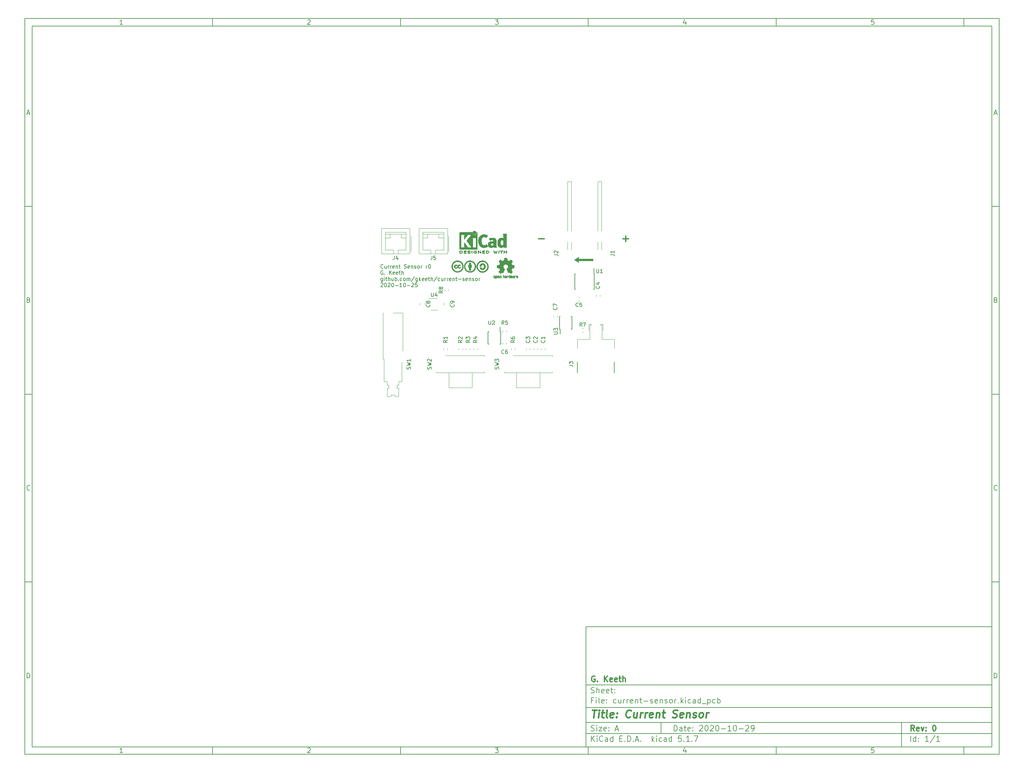
<source format=gbr>
%TF.GenerationSoftware,KiCad,Pcbnew,5.1.7*%
%TF.CreationDate,2020-10-29T21:38:46-04:00*%
%TF.ProjectId,current-sensor,63757272-656e-4742-9d73-656e736f722e,0*%
%TF.SameCoordinates,Original*%
%TF.FileFunction,Legend,Top*%
%TF.FilePolarity,Positive*%
%FSLAX46Y46*%
G04 Gerber Fmt 4.6, Leading zero omitted, Abs format (unit mm)*
G04 Created by KiCad (PCBNEW 5.1.7) date 2020-10-29 21:38:46*
%MOMM*%
%LPD*%
G01*
G04 APERTURE LIST*
%ADD10C,0.100000*%
%ADD11C,0.150000*%
%ADD12C,0.300000*%
%ADD13C,0.400000*%
%ADD14C,0.120000*%
%ADD15C,0.010000*%
G04 APERTURE END LIST*
D10*
D11*
X159400000Y-171900000D02*
X159400000Y-203900000D01*
X267400000Y-203900000D01*
X267400000Y-171900000D01*
X159400000Y-171900000D01*
D10*
D11*
X10000000Y-10000000D02*
X10000000Y-205900000D01*
X269400000Y-205900000D01*
X269400000Y-10000000D01*
X10000000Y-10000000D01*
D10*
D11*
X12000000Y-12000000D02*
X12000000Y-203900000D01*
X267400000Y-203900000D01*
X267400000Y-12000000D01*
X12000000Y-12000000D01*
D10*
D11*
X60000000Y-12000000D02*
X60000000Y-10000000D01*
D10*
D11*
X110000000Y-12000000D02*
X110000000Y-10000000D01*
D10*
D11*
X160000000Y-12000000D02*
X160000000Y-10000000D01*
D10*
D11*
X210000000Y-12000000D02*
X210000000Y-10000000D01*
D10*
D11*
X260000000Y-12000000D02*
X260000000Y-10000000D01*
D10*
D11*
X36065476Y-11588095D02*
X35322619Y-11588095D01*
X35694047Y-11588095D02*
X35694047Y-10288095D01*
X35570238Y-10473809D01*
X35446428Y-10597619D01*
X35322619Y-10659523D01*
D10*
D11*
X85322619Y-10411904D02*
X85384523Y-10350000D01*
X85508333Y-10288095D01*
X85817857Y-10288095D01*
X85941666Y-10350000D01*
X86003571Y-10411904D01*
X86065476Y-10535714D01*
X86065476Y-10659523D01*
X86003571Y-10845238D01*
X85260714Y-11588095D01*
X86065476Y-11588095D01*
D10*
D11*
X135260714Y-10288095D02*
X136065476Y-10288095D01*
X135632142Y-10783333D01*
X135817857Y-10783333D01*
X135941666Y-10845238D01*
X136003571Y-10907142D01*
X136065476Y-11030952D01*
X136065476Y-11340476D01*
X136003571Y-11464285D01*
X135941666Y-11526190D01*
X135817857Y-11588095D01*
X135446428Y-11588095D01*
X135322619Y-11526190D01*
X135260714Y-11464285D01*
D10*
D11*
X185941666Y-10721428D02*
X185941666Y-11588095D01*
X185632142Y-10226190D02*
X185322619Y-11154761D01*
X186127380Y-11154761D01*
D10*
D11*
X236003571Y-10288095D02*
X235384523Y-10288095D01*
X235322619Y-10907142D01*
X235384523Y-10845238D01*
X235508333Y-10783333D01*
X235817857Y-10783333D01*
X235941666Y-10845238D01*
X236003571Y-10907142D01*
X236065476Y-11030952D01*
X236065476Y-11340476D01*
X236003571Y-11464285D01*
X235941666Y-11526190D01*
X235817857Y-11588095D01*
X235508333Y-11588095D01*
X235384523Y-11526190D01*
X235322619Y-11464285D01*
D10*
D11*
X60000000Y-203900000D02*
X60000000Y-205900000D01*
D10*
D11*
X110000000Y-203900000D02*
X110000000Y-205900000D01*
D10*
D11*
X160000000Y-203900000D02*
X160000000Y-205900000D01*
D10*
D11*
X210000000Y-203900000D02*
X210000000Y-205900000D01*
D10*
D11*
X260000000Y-203900000D02*
X260000000Y-205900000D01*
D10*
D11*
X36065476Y-205488095D02*
X35322619Y-205488095D01*
X35694047Y-205488095D02*
X35694047Y-204188095D01*
X35570238Y-204373809D01*
X35446428Y-204497619D01*
X35322619Y-204559523D01*
D10*
D11*
X85322619Y-204311904D02*
X85384523Y-204250000D01*
X85508333Y-204188095D01*
X85817857Y-204188095D01*
X85941666Y-204250000D01*
X86003571Y-204311904D01*
X86065476Y-204435714D01*
X86065476Y-204559523D01*
X86003571Y-204745238D01*
X85260714Y-205488095D01*
X86065476Y-205488095D01*
D10*
D11*
X135260714Y-204188095D02*
X136065476Y-204188095D01*
X135632142Y-204683333D01*
X135817857Y-204683333D01*
X135941666Y-204745238D01*
X136003571Y-204807142D01*
X136065476Y-204930952D01*
X136065476Y-205240476D01*
X136003571Y-205364285D01*
X135941666Y-205426190D01*
X135817857Y-205488095D01*
X135446428Y-205488095D01*
X135322619Y-205426190D01*
X135260714Y-205364285D01*
D10*
D11*
X185941666Y-204621428D02*
X185941666Y-205488095D01*
X185632142Y-204126190D02*
X185322619Y-205054761D01*
X186127380Y-205054761D01*
D10*
D11*
X236003571Y-204188095D02*
X235384523Y-204188095D01*
X235322619Y-204807142D01*
X235384523Y-204745238D01*
X235508333Y-204683333D01*
X235817857Y-204683333D01*
X235941666Y-204745238D01*
X236003571Y-204807142D01*
X236065476Y-204930952D01*
X236065476Y-205240476D01*
X236003571Y-205364285D01*
X235941666Y-205426190D01*
X235817857Y-205488095D01*
X235508333Y-205488095D01*
X235384523Y-205426190D01*
X235322619Y-205364285D01*
D10*
D11*
X10000000Y-60000000D02*
X12000000Y-60000000D01*
D10*
D11*
X10000000Y-110000000D02*
X12000000Y-110000000D01*
D10*
D11*
X10000000Y-160000000D02*
X12000000Y-160000000D01*
D10*
D11*
X10690476Y-35216666D02*
X11309523Y-35216666D01*
X10566666Y-35588095D02*
X11000000Y-34288095D01*
X11433333Y-35588095D01*
D10*
D11*
X11092857Y-84907142D02*
X11278571Y-84969047D01*
X11340476Y-85030952D01*
X11402380Y-85154761D01*
X11402380Y-85340476D01*
X11340476Y-85464285D01*
X11278571Y-85526190D01*
X11154761Y-85588095D01*
X10659523Y-85588095D01*
X10659523Y-84288095D01*
X11092857Y-84288095D01*
X11216666Y-84350000D01*
X11278571Y-84411904D01*
X11340476Y-84535714D01*
X11340476Y-84659523D01*
X11278571Y-84783333D01*
X11216666Y-84845238D01*
X11092857Y-84907142D01*
X10659523Y-84907142D01*
D10*
D11*
X11402380Y-135464285D02*
X11340476Y-135526190D01*
X11154761Y-135588095D01*
X11030952Y-135588095D01*
X10845238Y-135526190D01*
X10721428Y-135402380D01*
X10659523Y-135278571D01*
X10597619Y-135030952D01*
X10597619Y-134845238D01*
X10659523Y-134597619D01*
X10721428Y-134473809D01*
X10845238Y-134350000D01*
X11030952Y-134288095D01*
X11154761Y-134288095D01*
X11340476Y-134350000D01*
X11402380Y-134411904D01*
D10*
D11*
X10659523Y-185588095D02*
X10659523Y-184288095D01*
X10969047Y-184288095D01*
X11154761Y-184350000D01*
X11278571Y-184473809D01*
X11340476Y-184597619D01*
X11402380Y-184845238D01*
X11402380Y-185030952D01*
X11340476Y-185278571D01*
X11278571Y-185402380D01*
X11154761Y-185526190D01*
X10969047Y-185588095D01*
X10659523Y-185588095D01*
D10*
D11*
X269400000Y-60000000D02*
X267400000Y-60000000D01*
D10*
D11*
X269400000Y-110000000D02*
X267400000Y-110000000D01*
D10*
D11*
X269400000Y-160000000D02*
X267400000Y-160000000D01*
D10*
D11*
X268090476Y-35216666D02*
X268709523Y-35216666D01*
X267966666Y-35588095D02*
X268400000Y-34288095D01*
X268833333Y-35588095D01*
D10*
D11*
X268492857Y-84907142D02*
X268678571Y-84969047D01*
X268740476Y-85030952D01*
X268802380Y-85154761D01*
X268802380Y-85340476D01*
X268740476Y-85464285D01*
X268678571Y-85526190D01*
X268554761Y-85588095D01*
X268059523Y-85588095D01*
X268059523Y-84288095D01*
X268492857Y-84288095D01*
X268616666Y-84350000D01*
X268678571Y-84411904D01*
X268740476Y-84535714D01*
X268740476Y-84659523D01*
X268678571Y-84783333D01*
X268616666Y-84845238D01*
X268492857Y-84907142D01*
X268059523Y-84907142D01*
D10*
D11*
X268802380Y-135464285D02*
X268740476Y-135526190D01*
X268554761Y-135588095D01*
X268430952Y-135588095D01*
X268245238Y-135526190D01*
X268121428Y-135402380D01*
X268059523Y-135278571D01*
X267997619Y-135030952D01*
X267997619Y-134845238D01*
X268059523Y-134597619D01*
X268121428Y-134473809D01*
X268245238Y-134350000D01*
X268430952Y-134288095D01*
X268554761Y-134288095D01*
X268740476Y-134350000D01*
X268802380Y-134411904D01*
D10*
D11*
X268059523Y-185588095D02*
X268059523Y-184288095D01*
X268369047Y-184288095D01*
X268554761Y-184350000D01*
X268678571Y-184473809D01*
X268740476Y-184597619D01*
X268802380Y-184845238D01*
X268802380Y-185030952D01*
X268740476Y-185278571D01*
X268678571Y-185402380D01*
X268554761Y-185526190D01*
X268369047Y-185588095D01*
X268059523Y-185588095D01*
D10*
D11*
X182832142Y-199678571D02*
X182832142Y-198178571D01*
X183189285Y-198178571D01*
X183403571Y-198250000D01*
X183546428Y-198392857D01*
X183617857Y-198535714D01*
X183689285Y-198821428D01*
X183689285Y-199035714D01*
X183617857Y-199321428D01*
X183546428Y-199464285D01*
X183403571Y-199607142D01*
X183189285Y-199678571D01*
X182832142Y-199678571D01*
X184975000Y-199678571D02*
X184975000Y-198892857D01*
X184903571Y-198750000D01*
X184760714Y-198678571D01*
X184475000Y-198678571D01*
X184332142Y-198750000D01*
X184975000Y-199607142D02*
X184832142Y-199678571D01*
X184475000Y-199678571D01*
X184332142Y-199607142D01*
X184260714Y-199464285D01*
X184260714Y-199321428D01*
X184332142Y-199178571D01*
X184475000Y-199107142D01*
X184832142Y-199107142D01*
X184975000Y-199035714D01*
X185475000Y-198678571D02*
X186046428Y-198678571D01*
X185689285Y-198178571D02*
X185689285Y-199464285D01*
X185760714Y-199607142D01*
X185903571Y-199678571D01*
X186046428Y-199678571D01*
X187117857Y-199607142D02*
X186975000Y-199678571D01*
X186689285Y-199678571D01*
X186546428Y-199607142D01*
X186475000Y-199464285D01*
X186475000Y-198892857D01*
X186546428Y-198750000D01*
X186689285Y-198678571D01*
X186975000Y-198678571D01*
X187117857Y-198750000D01*
X187189285Y-198892857D01*
X187189285Y-199035714D01*
X186475000Y-199178571D01*
X187832142Y-199535714D02*
X187903571Y-199607142D01*
X187832142Y-199678571D01*
X187760714Y-199607142D01*
X187832142Y-199535714D01*
X187832142Y-199678571D01*
X187832142Y-198750000D02*
X187903571Y-198821428D01*
X187832142Y-198892857D01*
X187760714Y-198821428D01*
X187832142Y-198750000D01*
X187832142Y-198892857D01*
X189617857Y-198321428D02*
X189689285Y-198250000D01*
X189832142Y-198178571D01*
X190189285Y-198178571D01*
X190332142Y-198250000D01*
X190403571Y-198321428D01*
X190475000Y-198464285D01*
X190475000Y-198607142D01*
X190403571Y-198821428D01*
X189546428Y-199678571D01*
X190475000Y-199678571D01*
X191403571Y-198178571D02*
X191546428Y-198178571D01*
X191689285Y-198250000D01*
X191760714Y-198321428D01*
X191832142Y-198464285D01*
X191903571Y-198750000D01*
X191903571Y-199107142D01*
X191832142Y-199392857D01*
X191760714Y-199535714D01*
X191689285Y-199607142D01*
X191546428Y-199678571D01*
X191403571Y-199678571D01*
X191260714Y-199607142D01*
X191189285Y-199535714D01*
X191117857Y-199392857D01*
X191046428Y-199107142D01*
X191046428Y-198750000D01*
X191117857Y-198464285D01*
X191189285Y-198321428D01*
X191260714Y-198250000D01*
X191403571Y-198178571D01*
X192475000Y-198321428D02*
X192546428Y-198250000D01*
X192689285Y-198178571D01*
X193046428Y-198178571D01*
X193189285Y-198250000D01*
X193260714Y-198321428D01*
X193332142Y-198464285D01*
X193332142Y-198607142D01*
X193260714Y-198821428D01*
X192403571Y-199678571D01*
X193332142Y-199678571D01*
X194260714Y-198178571D02*
X194403571Y-198178571D01*
X194546428Y-198250000D01*
X194617857Y-198321428D01*
X194689285Y-198464285D01*
X194760714Y-198750000D01*
X194760714Y-199107142D01*
X194689285Y-199392857D01*
X194617857Y-199535714D01*
X194546428Y-199607142D01*
X194403571Y-199678571D01*
X194260714Y-199678571D01*
X194117857Y-199607142D01*
X194046428Y-199535714D01*
X193975000Y-199392857D01*
X193903571Y-199107142D01*
X193903571Y-198750000D01*
X193975000Y-198464285D01*
X194046428Y-198321428D01*
X194117857Y-198250000D01*
X194260714Y-198178571D01*
X195403571Y-199107142D02*
X196546428Y-199107142D01*
X198046428Y-199678571D02*
X197189285Y-199678571D01*
X197617857Y-199678571D02*
X197617857Y-198178571D01*
X197475000Y-198392857D01*
X197332142Y-198535714D01*
X197189285Y-198607142D01*
X198975000Y-198178571D02*
X199117857Y-198178571D01*
X199260714Y-198250000D01*
X199332142Y-198321428D01*
X199403571Y-198464285D01*
X199475000Y-198750000D01*
X199475000Y-199107142D01*
X199403571Y-199392857D01*
X199332142Y-199535714D01*
X199260714Y-199607142D01*
X199117857Y-199678571D01*
X198975000Y-199678571D01*
X198832142Y-199607142D01*
X198760714Y-199535714D01*
X198689285Y-199392857D01*
X198617857Y-199107142D01*
X198617857Y-198750000D01*
X198689285Y-198464285D01*
X198760714Y-198321428D01*
X198832142Y-198250000D01*
X198975000Y-198178571D01*
X200117857Y-199107142D02*
X201260714Y-199107142D01*
X201903571Y-198321428D02*
X201975000Y-198250000D01*
X202117857Y-198178571D01*
X202475000Y-198178571D01*
X202617857Y-198250000D01*
X202689285Y-198321428D01*
X202760714Y-198464285D01*
X202760714Y-198607142D01*
X202689285Y-198821428D01*
X201832142Y-199678571D01*
X202760714Y-199678571D01*
X203475000Y-199678571D02*
X203760714Y-199678571D01*
X203903571Y-199607142D01*
X203975000Y-199535714D01*
X204117857Y-199321428D01*
X204189285Y-199035714D01*
X204189285Y-198464285D01*
X204117857Y-198321428D01*
X204046428Y-198250000D01*
X203903571Y-198178571D01*
X203617857Y-198178571D01*
X203475000Y-198250000D01*
X203403571Y-198321428D01*
X203332142Y-198464285D01*
X203332142Y-198821428D01*
X203403571Y-198964285D01*
X203475000Y-199035714D01*
X203617857Y-199107142D01*
X203903571Y-199107142D01*
X204046428Y-199035714D01*
X204117857Y-198964285D01*
X204189285Y-198821428D01*
D10*
D11*
X159400000Y-200400000D02*
X267400000Y-200400000D01*
D10*
D11*
X160832142Y-202478571D02*
X160832142Y-200978571D01*
X161689285Y-202478571D02*
X161046428Y-201621428D01*
X161689285Y-200978571D02*
X160832142Y-201835714D01*
X162332142Y-202478571D02*
X162332142Y-201478571D01*
X162332142Y-200978571D02*
X162260714Y-201050000D01*
X162332142Y-201121428D01*
X162403571Y-201050000D01*
X162332142Y-200978571D01*
X162332142Y-201121428D01*
X163903571Y-202335714D02*
X163832142Y-202407142D01*
X163617857Y-202478571D01*
X163475000Y-202478571D01*
X163260714Y-202407142D01*
X163117857Y-202264285D01*
X163046428Y-202121428D01*
X162975000Y-201835714D01*
X162975000Y-201621428D01*
X163046428Y-201335714D01*
X163117857Y-201192857D01*
X163260714Y-201050000D01*
X163475000Y-200978571D01*
X163617857Y-200978571D01*
X163832142Y-201050000D01*
X163903571Y-201121428D01*
X165189285Y-202478571D02*
X165189285Y-201692857D01*
X165117857Y-201550000D01*
X164975000Y-201478571D01*
X164689285Y-201478571D01*
X164546428Y-201550000D01*
X165189285Y-202407142D02*
X165046428Y-202478571D01*
X164689285Y-202478571D01*
X164546428Y-202407142D01*
X164475000Y-202264285D01*
X164475000Y-202121428D01*
X164546428Y-201978571D01*
X164689285Y-201907142D01*
X165046428Y-201907142D01*
X165189285Y-201835714D01*
X166546428Y-202478571D02*
X166546428Y-200978571D01*
X166546428Y-202407142D02*
X166403571Y-202478571D01*
X166117857Y-202478571D01*
X165975000Y-202407142D01*
X165903571Y-202335714D01*
X165832142Y-202192857D01*
X165832142Y-201764285D01*
X165903571Y-201621428D01*
X165975000Y-201550000D01*
X166117857Y-201478571D01*
X166403571Y-201478571D01*
X166546428Y-201550000D01*
X168403571Y-201692857D02*
X168903571Y-201692857D01*
X169117857Y-202478571D02*
X168403571Y-202478571D01*
X168403571Y-200978571D01*
X169117857Y-200978571D01*
X169760714Y-202335714D02*
X169832142Y-202407142D01*
X169760714Y-202478571D01*
X169689285Y-202407142D01*
X169760714Y-202335714D01*
X169760714Y-202478571D01*
X170475000Y-202478571D02*
X170475000Y-200978571D01*
X170832142Y-200978571D01*
X171046428Y-201050000D01*
X171189285Y-201192857D01*
X171260714Y-201335714D01*
X171332142Y-201621428D01*
X171332142Y-201835714D01*
X171260714Y-202121428D01*
X171189285Y-202264285D01*
X171046428Y-202407142D01*
X170832142Y-202478571D01*
X170475000Y-202478571D01*
X171975000Y-202335714D02*
X172046428Y-202407142D01*
X171975000Y-202478571D01*
X171903571Y-202407142D01*
X171975000Y-202335714D01*
X171975000Y-202478571D01*
X172617857Y-202050000D02*
X173332142Y-202050000D01*
X172475000Y-202478571D02*
X172975000Y-200978571D01*
X173475000Y-202478571D01*
X173975000Y-202335714D02*
X174046428Y-202407142D01*
X173975000Y-202478571D01*
X173903571Y-202407142D01*
X173975000Y-202335714D01*
X173975000Y-202478571D01*
X176975000Y-202478571D02*
X176975000Y-200978571D01*
X177117857Y-201907142D02*
X177546428Y-202478571D01*
X177546428Y-201478571D02*
X176975000Y-202050000D01*
X178189285Y-202478571D02*
X178189285Y-201478571D01*
X178189285Y-200978571D02*
X178117857Y-201050000D01*
X178189285Y-201121428D01*
X178260714Y-201050000D01*
X178189285Y-200978571D01*
X178189285Y-201121428D01*
X179546428Y-202407142D02*
X179403571Y-202478571D01*
X179117857Y-202478571D01*
X178975000Y-202407142D01*
X178903571Y-202335714D01*
X178832142Y-202192857D01*
X178832142Y-201764285D01*
X178903571Y-201621428D01*
X178975000Y-201550000D01*
X179117857Y-201478571D01*
X179403571Y-201478571D01*
X179546428Y-201550000D01*
X180832142Y-202478571D02*
X180832142Y-201692857D01*
X180760714Y-201550000D01*
X180617857Y-201478571D01*
X180332142Y-201478571D01*
X180189285Y-201550000D01*
X180832142Y-202407142D02*
X180689285Y-202478571D01*
X180332142Y-202478571D01*
X180189285Y-202407142D01*
X180117857Y-202264285D01*
X180117857Y-202121428D01*
X180189285Y-201978571D01*
X180332142Y-201907142D01*
X180689285Y-201907142D01*
X180832142Y-201835714D01*
X182189285Y-202478571D02*
X182189285Y-200978571D01*
X182189285Y-202407142D02*
X182046428Y-202478571D01*
X181760714Y-202478571D01*
X181617857Y-202407142D01*
X181546428Y-202335714D01*
X181475000Y-202192857D01*
X181475000Y-201764285D01*
X181546428Y-201621428D01*
X181617857Y-201550000D01*
X181760714Y-201478571D01*
X182046428Y-201478571D01*
X182189285Y-201550000D01*
X184760714Y-200978571D02*
X184046428Y-200978571D01*
X183975000Y-201692857D01*
X184046428Y-201621428D01*
X184189285Y-201550000D01*
X184546428Y-201550000D01*
X184689285Y-201621428D01*
X184760714Y-201692857D01*
X184832142Y-201835714D01*
X184832142Y-202192857D01*
X184760714Y-202335714D01*
X184689285Y-202407142D01*
X184546428Y-202478571D01*
X184189285Y-202478571D01*
X184046428Y-202407142D01*
X183975000Y-202335714D01*
X185475000Y-202335714D02*
X185546428Y-202407142D01*
X185475000Y-202478571D01*
X185403571Y-202407142D01*
X185475000Y-202335714D01*
X185475000Y-202478571D01*
X186975000Y-202478571D02*
X186117857Y-202478571D01*
X186546428Y-202478571D02*
X186546428Y-200978571D01*
X186403571Y-201192857D01*
X186260714Y-201335714D01*
X186117857Y-201407142D01*
X187617857Y-202335714D02*
X187689285Y-202407142D01*
X187617857Y-202478571D01*
X187546428Y-202407142D01*
X187617857Y-202335714D01*
X187617857Y-202478571D01*
X188189285Y-200978571D02*
X189189285Y-200978571D01*
X188546428Y-202478571D01*
D10*
D11*
X159400000Y-197400000D02*
X267400000Y-197400000D01*
D10*
D12*
X246809285Y-199678571D02*
X246309285Y-198964285D01*
X245952142Y-199678571D02*
X245952142Y-198178571D01*
X246523571Y-198178571D01*
X246666428Y-198250000D01*
X246737857Y-198321428D01*
X246809285Y-198464285D01*
X246809285Y-198678571D01*
X246737857Y-198821428D01*
X246666428Y-198892857D01*
X246523571Y-198964285D01*
X245952142Y-198964285D01*
X248023571Y-199607142D02*
X247880714Y-199678571D01*
X247595000Y-199678571D01*
X247452142Y-199607142D01*
X247380714Y-199464285D01*
X247380714Y-198892857D01*
X247452142Y-198750000D01*
X247595000Y-198678571D01*
X247880714Y-198678571D01*
X248023571Y-198750000D01*
X248095000Y-198892857D01*
X248095000Y-199035714D01*
X247380714Y-199178571D01*
X248595000Y-198678571D02*
X248952142Y-199678571D01*
X249309285Y-198678571D01*
X249880714Y-199535714D02*
X249952142Y-199607142D01*
X249880714Y-199678571D01*
X249809285Y-199607142D01*
X249880714Y-199535714D01*
X249880714Y-199678571D01*
X249880714Y-198750000D02*
X249952142Y-198821428D01*
X249880714Y-198892857D01*
X249809285Y-198821428D01*
X249880714Y-198750000D01*
X249880714Y-198892857D01*
X252023571Y-198178571D02*
X252166428Y-198178571D01*
X252309285Y-198250000D01*
X252380714Y-198321428D01*
X252452142Y-198464285D01*
X252523571Y-198750000D01*
X252523571Y-199107142D01*
X252452142Y-199392857D01*
X252380714Y-199535714D01*
X252309285Y-199607142D01*
X252166428Y-199678571D01*
X252023571Y-199678571D01*
X251880714Y-199607142D01*
X251809285Y-199535714D01*
X251737857Y-199392857D01*
X251666428Y-199107142D01*
X251666428Y-198750000D01*
X251737857Y-198464285D01*
X251809285Y-198321428D01*
X251880714Y-198250000D01*
X252023571Y-198178571D01*
D10*
D11*
X160760714Y-199607142D02*
X160975000Y-199678571D01*
X161332142Y-199678571D01*
X161475000Y-199607142D01*
X161546428Y-199535714D01*
X161617857Y-199392857D01*
X161617857Y-199250000D01*
X161546428Y-199107142D01*
X161475000Y-199035714D01*
X161332142Y-198964285D01*
X161046428Y-198892857D01*
X160903571Y-198821428D01*
X160832142Y-198750000D01*
X160760714Y-198607142D01*
X160760714Y-198464285D01*
X160832142Y-198321428D01*
X160903571Y-198250000D01*
X161046428Y-198178571D01*
X161403571Y-198178571D01*
X161617857Y-198250000D01*
X162260714Y-199678571D02*
X162260714Y-198678571D01*
X162260714Y-198178571D02*
X162189285Y-198250000D01*
X162260714Y-198321428D01*
X162332142Y-198250000D01*
X162260714Y-198178571D01*
X162260714Y-198321428D01*
X162832142Y-198678571D02*
X163617857Y-198678571D01*
X162832142Y-199678571D01*
X163617857Y-199678571D01*
X164760714Y-199607142D02*
X164617857Y-199678571D01*
X164332142Y-199678571D01*
X164189285Y-199607142D01*
X164117857Y-199464285D01*
X164117857Y-198892857D01*
X164189285Y-198750000D01*
X164332142Y-198678571D01*
X164617857Y-198678571D01*
X164760714Y-198750000D01*
X164832142Y-198892857D01*
X164832142Y-199035714D01*
X164117857Y-199178571D01*
X165475000Y-199535714D02*
X165546428Y-199607142D01*
X165475000Y-199678571D01*
X165403571Y-199607142D01*
X165475000Y-199535714D01*
X165475000Y-199678571D01*
X165475000Y-198750000D02*
X165546428Y-198821428D01*
X165475000Y-198892857D01*
X165403571Y-198821428D01*
X165475000Y-198750000D01*
X165475000Y-198892857D01*
X167260714Y-199250000D02*
X167975000Y-199250000D01*
X167117857Y-199678571D02*
X167617857Y-198178571D01*
X168117857Y-199678571D01*
D10*
D11*
X245832142Y-202478571D02*
X245832142Y-200978571D01*
X247189285Y-202478571D02*
X247189285Y-200978571D01*
X247189285Y-202407142D02*
X247046428Y-202478571D01*
X246760714Y-202478571D01*
X246617857Y-202407142D01*
X246546428Y-202335714D01*
X246475000Y-202192857D01*
X246475000Y-201764285D01*
X246546428Y-201621428D01*
X246617857Y-201550000D01*
X246760714Y-201478571D01*
X247046428Y-201478571D01*
X247189285Y-201550000D01*
X247903571Y-202335714D02*
X247975000Y-202407142D01*
X247903571Y-202478571D01*
X247832142Y-202407142D01*
X247903571Y-202335714D01*
X247903571Y-202478571D01*
X247903571Y-201550000D02*
X247975000Y-201621428D01*
X247903571Y-201692857D01*
X247832142Y-201621428D01*
X247903571Y-201550000D01*
X247903571Y-201692857D01*
X250546428Y-202478571D02*
X249689285Y-202478571D01*
X250117857Y-202478571D02*
X250117857Y-200978571D01*
X249975000Y-201192857D01*
X249832142Y-201335714D01*
X249689285Y-201407142D01*
X252260714Y-200907142D02*
X250975000Y-202835714D01*
X253546428Y-202478571D02*
X252689285Y-202478571D01*
X253117857Y-202478571D02*
X253117857Y-200978571D01*
X252975000Y-201192857D01*
X252832142Y-201335714D01*
X252689285Y-201407142D01*
D10*
D11*
X159400000Y-193400000D02*
X267400000Y-193400000D01*
D10*
D13*
X161112380Y-194104761D02*
X162255238Y-194104761D01*
X161433809Y-196104761D02*
X161683809Y-194104761D01*
X162671904Y-196104761D02*
X162838571Y-194771428D01*
X162921904Y-194104761D02*
X162814761Y-194200000D01*
X162898095Y-194295238D01*
X163005238Y-194200000D01*
X162921904Y-194104761D01*
X162898095Y-194295238D01*
X163505238Y-194771428D02*
X164267142Y-194771428D01*
X163874285Y-194104761D02*
X163660000Y-195819047D01*
X163731428Y-196009523D01*
X163910000Y-196104761D01*
X164100476Y-196104761D01*
X165052857Y-196104761D02*
X164874285Y-196009523D01*
X164802857Y-195819047D01*
X165017142Y-194104761D01*
X166588571Y-196009523D02*
X166386190Y-196104761D01*
X166005238Y-196104761D01*
X165826666Y-196009523D01*
X165755238Y-195819047D01*
X165850476Y-195057142D01*
X165969523Y-194866666D01*
X166171904Y-194771428D01*
X166552857Y-194771428D01*
X166731428Y-194866666D01*
X166802857Y-195057142D01*
X166779047Y-195247619D01*
X165802857Y-195438095D01*
X167552857Y-195914285D02*
X167636190Y-196009523D01*
X167529047Y-196104761D01*
X167445714Y-196009523D01*
X167552857Y-195914285D01*
X167529047Y-196104761D01*
X167683809Y-194866666D02*
X167767142Y-194961904D01*
X167660000Y-195057142D01*
X167576666Y-194961904D01*
X167683809Y-194866666D01*
X167660000Y-195057142D01*
X171171904Y-195914285D02*
X171064761Y-196009523D01*
X170767142Y-196104761D01*
X170576666Y-196104761D01*
X170302857Y-196009523D01*
X170136190Y-195819047D01*
X170064761Y-195628571D01*
X170017142Y-195247619D01*
X170052857Y-194961904D01*
X170195714Y-194580952D01*
X170314761Y-194390476D01*
X170529047Y-194200000D01*
X170826666Y-194104761D01*
X171017142Y-194104761D01*
X171290952Y-194200000D01*
X171374285Y-194295238D01*
X173029047Y-194771428D02*
X172862380Y-196104761D01*
X172171904Y-194771428D02*
X172040952Y-195819047D01*
X172112380Y-196009523D01*
X172290952Y-196104761D01*
X172576666Y-196104761D01*
X172779047Y-196009523D01*
X172886190Y-195914285D01*
X173814761Y-196104761D02*
X173981428Y-194771428D01*
X173933809Y-195152380D02*
X174052857Y-194961904D01*
X174160000Y-194866666D01*
X174362380Y-194771428D01*
X174552857Y-194771428D01*
X175052857Y-196104761D02*
X175219523Y-194771428D01*
X175171904Y-195152380D02*
X175290952Y-194961904D01*
X175398095Y-194866666D01*
X175600476Y-194771428D01*
X175790952Y-194771428D01*
X177064761Y-196009523D02*
X176862380Y-196104761D01*
X176481428Y-196104761D01*
X176302857Y-196009523D01*
X176231428Y-195819047D01*
X176326666Y-195057142D01*
X176445714Y-194866666D01*
X176648095Y-194771428D01*
X177029047Y-194771428D01*
X177207619Y-194866666D01*
X177279047Y-195057142D01*
X177255238Y-195247619D01*
X176279047Y-195438095D01*
X178171904Y-194771428D02*
X178005238Y-196104761D01*
X178148095Y-194961904D02*
X178255238Y-194866666D01*
X178457619Y-194771428D01*
X178743333Y-194771428D01*
X178921904Y-194866666D01*
X178993333Y-195057142D01*
X178862380Y-196104761D01*
X179695714Y-194771428D02*
X180457619Y-194771428D01*
X180064761Y-194104761D02*
X179850476Y-195819047D01*
X179921904Y-196009523D01*
X180100476Y-196104761D01*
X180290952Y-196104761D01*
X182398095Y-196009523D02*
X182671904Y-196104761D01*
X183148095Y-196104761D01*
X183350476Y-196009523D01*
X183457619Y-195914285D01*
X183576666Y-195723809D01*
X183600476Y-195533333D01*
X183529047Y-195342857D01*
X183445714Y-195247619D01*
X183267142Y-195152380D01*
X182898095Y-195057142D01*
X182719523Y-194961904D01*
X182636190Y-194866666D01*
X182564761Y-194676190D01*
X182588571Y-194485714D01*
X182707619Y-194295238D01*
X182814761Y-194200000D01*
X183017142Y-194104761D01*
X183493333Y-194104761D01*
X183767142Y-194200000D01*
X185160000Y-196009523D02*
X184957619Y-196104761D01*
X184576666Y-196104761D01*
X184398095Y-196009523D01*
X184326666Y-195819047D01*
X184421904Y-195057142D01*
X184540952Y-194866666D01*
X184743333Y-194771428D01*
X185124285Y-194771428D01*
X185302857Y-194866666D01*
X185374285Y-195057142D01*
X185350476Y-195247619D01*
X184374285Y-195438095D01*
X186267142Y-194771428D02*
X186100476Y-196104761D01*
X186243333Y-194961904D02*
X186350476Y-194866666D01*
X186552857Y-194771428D01*
X186838571Y-194771428D01*
X187017142Y-194866666D01*
X187088571Y-195057142D01*
X186957619Y-196104761D01*
X187826666Y-196009523D02*
X188005238Y-196104761D01*
X188386190Y-196104761D01*
X188588571Y-196009523D01*
X188707619Y-195819047D01*
X188719523Y-195723809D01*
X188648095Y-195533333D01*
X188469523Y-195438095D01*
X188183809Y-195438095D01*
X188005238Y-195342857D01*
X187933809Y-195152380D01*
X187945714Y-195057142D01*
X188064761Y-194866666D01*
X188267142Y-194771428D01*
X188552857Y-194771428D01*
X188731428Y-194866666D01*
X189814761Y-196104761D02*
X189636190Y-196009523D01*
X189552857Y-195914285D01*
X189481428Y-195723809D01*
X189552857Y-195152380D01*
X189671904Y-194961904D01*
X189779047Y-194866666D01*
X189981428Y-194771428D01*
X190267142Y-194771428D01*
X190445714Y-194866666D01*
X190529047Y-194961904D01*
X190600476Y-195152380D01*
X190529047Y-195723809D01*
X190410000Y-195914285D01*
X190302857Y-196009523D01*
X190100476Y-196104761D01*
X189814761Y-196104761D01*
X191338571Y-196104761D02*
X191505238Y-194771428D01*
X191457619Y-195152380D02*
X191576666Y-194961904D01*
X191683809Y-194866666D01*
X191886190Y-194771428D01*
X192076666Y-194771428D01*
D10*
D11*
X161332142Y-191492857D02*
X160832142Y-191492857D01*
X160832142Y-192278571D02*
X160832142Y-190778571D01*
X161546428Y-190778571D01*
X162117857Y-192278571D02*
X162117857Y-191278571D01*
X162117857Y-190778571D02*
X162046428Y-190850000D01*
X162117857Y-190921428D01*
X162189285Y-190850000D01*
X162117857Y-190778571D01*
X162117857Y-190921428D01*
X163046428Y-192278571D02*
X162903571Y-192207142D01*
X162832142Y-192064285D01*
X162832142Y-190778571D01*
X164189285Y-192207142D02*
X164046428Y-192278571D01*
X163760714Y-192278571D01*
X163617857Y-192207142D01*
X163546428Y-192064285D01*
X163546428Y-191492857D01*
X163617857Y-191350000D01*
X163760714Y-191278571D01*
X164046428Y-191278571D01*
X164189285Y-191350000D01*
X164260714Y-191492857D01*
X164260714Y-191635714D01*
X163546428Y-191778571D01*
X164903571Y-192135714D02*
X164975000Y-192207142D01*
X164903571Y-192278571D01*
X164832142Y-192207142D01*
X164903571Y-192135714D01*
X164903571Y-192278571D01*
X164903571Y-191350000D02*
X164975000Y-191421428D01*
X164903571Y-191492857D01*
X164832142Y-191421428D01*
X164903571Y-191350000D01*
X164903571Y-191492857D01*
X167403571Y-192207142D02*
X167260714Y-192278571D01*
X166975000Y-192278571D01*
X166832142Y-192207142D01*
X166760714Y-192135714D01*
X166689285Y-191992857D01*
X166689285Y-191564285D01*
X166760714Y-191421428D01*
X166832142Y-191350000D01*
X166975000Y-191278571D01*
X167260714Y-191278571D01*
X167403571Y-191350000D01*
X168689285Y-191278571D02*
X168689285Y-192278571D01*
X168046428Y-191278571D02*
X168046428Y-192064285D01*
X168117857Y-192207142D01*
X168260714Y-192278571D01*
X168475000Y-192278571D01*
X168617857Y-192207142D01*
X168689285Y-192135714D01*
X169403571Y-192278571D02*
X169403571Y-191278571D01*
X169403571Y-191564285D02*
X169475000Y-191421428D01*
X169546428Y-191350000D01*
X169689285Y-191278571D01*
X169832142Y-191278571D01*
X170332142Y-192278571D02*
X170332142Y-191278571D01*
X170332142Y-191564285D02*
X170403571Y-191421428D01*
X170475000Y-191350000D01*
X170617857Y-191278571D01*
X170760714Y-191278571D01*
X171832142Y-192207142D02*
X171689285Y-192278571D01*
X171403571Y-192278571D01*
X171260714Y-192207142D01*
X171189285Y-192064285D01*
X171189285Y-191492857D01*
X171260714Y-191350000D01*
X171403571Y-191278571D01*
X171689285Y-191278571D01*
X171832142Y-191350000D01*
X171903571Y-191492857D01*
X171903571Y-191635714D01*
X171189285Y-191778571D01*
X172546428Y-191278571D02*
X172546428Y-192278571D01*
X172546428Y-191421428D02*
X172617857Y-191350000D01*
X172760714Y-191278571D01*
X172975000Y-191278571D01*
X173117857Y-191350000D01*
X173189285Y-191492857D01*
X173189285Y-192278571D01*
X173689285Y-191278571D02*
X174260714Y-191278571D01*
X173903571Y-190778571D02*
X173903571Y-192064285D01*
X173975000Y-192207142D01*
X174117857Y-192278571D01*
X174260714Y-192278571D01*
X174760714Y-191707142D02*
X175903571Y-191707142D01*
X176546428Y-192207142D02*
X176689285Y-192278571D01*
X176975000Y-192278571D01*
X177117857Y-192207142D01*
X177189285Y-192064285D01*
X177189285Y-191992857D01*
X177117857Y-191850000D01*
X176975000Y-191778571D01*
X176760714Y-191778571D01*
X176617857Y-191707142D01*
X176546428Y-191564285D01*
X176546428Y-191492857D01*
X176617857Y-191350000D01*
X176760714Y-191278571D01*
X176975000Y-191278571D01*
X177117857Y-191350000D01*
X178403571Y-192207142D02*
X178260714Y-192278571D01*
X177975000Y-192278571D01*
X177832142Y-192207142D01*
X177760714Y-192064285D01*
X177760714Y-191492857D01*
X177832142Y-191350000D01*
X177975000Y-191278571D01*
X178260714Y-191278571D01*
X178403571Y-191350000D01*
X178475000Y-191492857D01*
X178475000Y-191635714D01*
X177760714Y-191778571D01*
X179117857Y-191278571D02*
X179117857Y-192278571D01*
X179117857Y-191421428D02*
X179189285Y-191350000D01*
X179332142Y-191278571D01*
X179546428Y-191278571D01*
X179689285Y-191350000D01*
X179760714Y-191492857D01*
X179760714Y-192278571D01*
X180403571Y-192207142D02*
X180546428Y-192278571D01*
X180832142Y-192278571D01*
X180975000Y-192207142D01*
X181046428Y-192064285D01*
X181046428Y-191992857D01*
X180975000Y-191850000D01*
X180832142Y-191778571D01*
X180617857Y-191778571D01*
X180475000Y-191707142D01*
X180403571Y-191564285D01*
X180403571Y-191492857D01*
X180475000Y-191350000D01*
X180617857Y-191278571D01*
X180832142Y-191278571D01*
X180975000Y-191350000D01*
X181903571Y-192278571D02*
X181760714Y-192207142D01*
X181689285Y-192135714D01*
X181617857Y-191992857D01*
X181617857Y-191564285D01*
X181689285Y-191421428D01*
X181760714Y-191350000D01*
X181903571Y-191278571D01*
X182117857Y-191278571D01*
X182260714Y-191350000D01*
X182332142Y-191421428D01*
X182403571Y-191564285D01*
X182403571Y-191992857D01*
X182332142Y-192135714D01*
X182260714Y-192207142D01*
X182117857Y-192278571D01*
X181903571Y-192278571D01*
X183046428Y-192278571D02*
X183046428Y-191278571D01*
X183046428Y-191564285D02*
X183117857Y-191421428D01*
X183189285Y-191350000D01*
X183332142Y-191278571D01*
X183475000Y-191278571D01*
X183975000Y-192135714D02*
X184046428Y-192207142D01*
X183975000Y-192278571D01*
X183903571Y-192207142D01*
X183975000Y-192135714D01*
X183975000Y-192278571D01*
X184689285Y-192278571D02*
X184689285Y-190778571D01*
X184832142Y-191707142D02*
X185260714Y-192278571D01*
X185260714Y-191278571D02*
X184689285Y-191850000D01*
X185903571Y-192278571D02*
X185903571Y-191278571D01*
X185903571Y-190778571D02*
X185832142Y-190850000D01*
X185903571Y-190921428D01*
X185975000Y-190850000D01*
X185903571Y-190778571D01*
X185903571Y-190921428D01*
X187260714Y-192207142D02*
X187117857Y-192278571D01*
X186832142Y-192278571D01*
X186689285Y-192207142D01*
X186617857Y-192135714D01*
X186546428Y-191992857D01*
X186546428Y-191564285D01*
X186617857Y-191421428D01*
X186689285Y-191350000D01*
X186832142Y-191278571D01*
X187117857Y-191278571D01*
X187260714Y-191350000D01*
X188546428Y-192278571D02*
X188546428Y-191492857D01*
X188475000Y-191350000D01*
X188332142Y-191278571D01*
X188046428Y-191278571D01*
X187903571Y-191350000D01*
X188546428Y-192207142D02*
X188403571Y-192278571D01*
X188046428Y-192278571D01*
X187903571Y-192207142D01*
X187832142Y-192064285D01*
X187832142Y-191921428D01*
X187903571Y-191778571D01*
X188046428Y-191707142D01*
X188403571Y-191707142D01*
X188546428Y-191635714D01*
X189903571Y-192278571D02*
X189903571Y-190778571D01*
X189903571Y-192207142D02*
X189760714Y-192278571D01*
X189475000Y-192278571D01*
X189332142Y-192207142D01*
X189260714Y-192135714D01*
X189189285Y-191992857D01*
X189189285Y-191564285D01*
X189260714Y-191421428D01*
X189332142Y-191350000D01*
X189475000Y-191278571D01*
X189760714Y-191278571D01*
X189903571Y-191350000D01*
X190260714Y-192421428D02*
X191403571Y-192421428D01*
X191760714Y-191278571D02*
X191760714Y-192778571D01*
X191760714Y-191350000D02*
X191903571Y-191278571D01*
X192189285Y-191278571D01*
X192332142Y-191350000D01*
X192403571Y-191421428D01*
X192475000Y-191564285D01*
X192475000Y-191992857D01*
X192403571Y-192135714D01*
X192332142Y-192207142D01*
X192189285Y-192278571D01*
X191903571Y-192278571D01*
X191760714Y-192207142D01*
X193760714Y-192207142D02*
X193617857Y-192278571D01*
X193332142Y-192278571D01*
X193189285Y-192207142D01*
X193117857Y-192135714D01*
X193046428Y-191992857D01*
X193046428Y-191564285D01*
X193117857Y-191421428D01*
X193189285Y-191350000D01*
X193332142Y-191278571D01*
X193617857Y-191278571D01*
X193760714Y-191350000D01*
X194403571Y-192278571D02*
X194403571Y-190778571D01*
X194403571Y-191350000D02*
X194546428Y-191278571D01*
X194832142Y-191278571D01*
X194975000Y-191350000D01*
X195046428Y-191421428D01*
X195117857Y-191564285D01*
X195117857Y-191992857D01*
X195046428Y-192135714D01*
X194975000Y-192207142D01*
X194832142Y-192278571D01*
X194546428Y-192278571D01*
X194403571Y-192207142D01*
D10*
D11*
X159400000Y-187400000D02*
X267400000Y-187400000D01*
D10*
D11*
X160760714Y-189507142D02*
X160975000Y-189578571D01*
X161332142Y-189578571D01*
X161475000Y-189507142D01*
X161546428Y-189435714D01*
X161617857Y-189292857D01*
X161617857Y-189150000D01*
X161546428Y-189007142D01*
X161475000Y-188935714D01*
X161332142Y-188864285D01*
X161046428Y-188792857D01*
X160903571Y-188721428D01*
X160832142Y-188650000D01*
X160760714Y-188507142D01*
X160760714Y-188364285D01*
X160832142Y-188221428D01*
X160903571Y-188150000D01*
X161046428Y-188078571D01*
X161403571Y-188078571D01*
X161617857Y-188150000D01*
X162260714Y-189578571D02*
X162260714Y-188078571D01*
X162903571Y-189578571D02*
X162903571Y-188792857D01*
X162832142Y-188650000D01*
X162689285Y-188578571D01*
X162475000Y-188578571D01*
X162332142Y-188650000D01*
X162260714Y-188721428D01*
X164189285Y-189507142D02*
X164046428Y-189578571D01*
X163760714Y-189578571D01*
X163617857Y-189507142D01*
X163546428Y-189364285D01*
X163546428Y-188792857D01*
X163617857Y-188650000D01*
X163760714Y-188578571D01*
X164046428Y-188578571D01*
X164189285Y-188650000D01*
X164260714Y-188792857D01*
X164260714Y-188935714D01*
X163546428Y-189078571D01*
X165475000Y-189507142D02*
X165332142Y-189578571D01*
X165046428Y-189578571D01*
X164903571Y-189507142D01*
X164832142Y-189364285D01*
X164832142Y-188792857D01*
X164903571Y-188650000D01*
X165046428Y-188578571D01*
X165332142Y-188578571D01*
X165475000Y-188650000D01*
X165546428Y-188792857D01*
X165546428Y-188935714D01*
X164832142Y-189078571D01*
X165975000Y-188578571D02*
X166546428Y-188578571D01*
X166189285Y-188078571D02*
X166189285Y-189364285D01*
X166260714Y-189507142D01*
X166403571Y-189578571D01*
X166546428Y-189578571D01*
X167046428Y-189435714D02*
X167117857Y-189507142D01*
X167046428Y-189578571D01*
X166975000Y-189507142D01*
X167046428Y-189435714D01*
X167046428Y-189578571D01*
X167046428Y-188650000D02*
X167117857Y-188721428D01*
X167046428Y-188792857D01*
X166975000Y-188721428D01*
X167046428Y-188650000D01*
X167046428Y-188792857D01*
D10*
D12*
X161737857Y-185150000D02*
X161595000Y-185078571D01*
X161380714Y-185078571D01*
X161166428Y-185150000D01*
X161023571Y-185292857D01*
X160952142Y-185435714D01*
X160880714Y-185721428D01*
X160880714Y-185935714D01*
X160952142Y-186221428D01*
X161023571Y-186364285D01*
X161166428Y-186507142D01*
X161380714Y-186578571D01*
X161523571Y-186578571D01*
X161737857Y-186507142D01*
X161809285Y-186435714D01*
X161809285Y-185935714D01*
X161523571Y-185935714D01*
X162452142Y-186435714D02*
X162523571Y-186507142D01*
X162452142Y-186578571D01*
X162380714Y-186507142D01*
X162452142Y-186435714D01*
X162452142Y-186578571D01*
X164309285Y-186578571D02*
X164309285Y-185078571D01*
X165166428Y-186578571D02*
X164523571Y-185721428D01*
X165166428Y-185078571D02*
X164309285Y-185935714D01*
X166380714Y-186507142D02*
X166237857Y-186578571D01*
X165952142Y-186578571D01*
X165809285Y-186507142D01*
X165737857Y-186364285D01*
X165737857Y-185792857D01*
X165809285Y-185650000D01*
X165952142Y-185578571D01*
X166237857Y-185578571D01*
X166380714Y-185650000D01*
X166452142Y-185792857D01*
X166452142Y-185935714D01*
X165737857Y-186078571D01*
X167666428Y-186507142D02*
X167523571Y-186578571D01*
X167237857Y-186578571D01*
X167095000Y-186507142D01*
X167023571Y-186364285D01*
X167023571Y-185792857D01*
X167095000Y-185650000D01*
X167237857Y-185578571D01*
X167523571Y-185578571D01*
X167666428Y-185650000D01*
X167737857Y-185792857D01*
X167737857Y-185935714D01*
X167023571Y-186078571D01*
X168166428Y-185578571D02*
X168737857Y-185578571D01*
X168380714Y-185078571D02*
X168380714Y-186364285D01*
X168452142Y-186507142D01*
X168595000Y-186578571D01*
X168737857Y-186578571D01*
X169237857Y-186578571D02*
X169237857Y-185078571D01*
X169880714Y-186578571D02*
X169880714Y-185792857D01*
X169809285Y-185650000D01*
X169666428Y-185578571D01*
X169452142Y-185578571D01*
X169309285Y-185650000D01*
X169237857Y-185721428D01*
D10*
D11*
X179400000Y-197400000D02*
X179400000Y-200400000D01*
D10*
D11*
X243400000Y-197400000D02*
X243400000Y-203900000D01*
D12*
X146738095Y-68642857D02*
X148261904Y-68642857D01*
X169238095Y-68642857D02*
X170761904Y-68642857D01*
X170000000Y-69404761D02*
X170000000Y-67880952D01*
D10*
G36*
X157250000Y-74000000D02*
G01*
X161250000Y-74000000D01*
X161250000Y-74500000D01*
X157250000Y-74500000D01*
X157500000Y-75000000D01*
X156250000Y-74250000D01*
X157500000Y-73500000D01*
X157250000Y-74000000D01*
G37*
X157250000Y-74000000D02*
X161250000Y-74000000D01*
X161250000Y-74500000D01*
X157250000Y-74500000D01*
X157500000Y-75000000D01*
X156250000Y-74250000D01*
X157500000Y-73500000D01*
X157250000Y-74000000D01*
D11*
X105407023Y-76382142D02*
X105359404Y-76429761D01*
X105216547Y-76477380D01*
X105121309Y-76477380D01*
X104978452Y-76429761D01*
X104883214Y-76334523D01*
X104835595Y-76239285D01*
X104787976Y-76048809D01*
X104787976Y-75905952D01*
X104835595Y-75715476D01*
X104883214Y-75620238D01*
X104978452Y-75525000D01*
X105121309Y-75477380D01*
X105216547Y-75477380D01*
X105359404Y-75525000D01*
X105407023Y-75572619D01*
X106264166Y-75810714D02*
X106264166Y-76477380D01*
X105835595Y-75810714D02*
X105835595Y-76334523D01*
X105883214Y-76429761D01*
X105978452Y-76477380D01*
X106121309Y-76477380D01*
X106216547Y-76429761D01*
X106264166Y-76382142D01*
X106740357Y-76477380D02*
X106740357Y-75810714D01*
X106740357Y-76001190D02*
X106787976Y-75905952D01*
X106835595Y-75858333D01*
X106930833Y-75810714D01*
X107026071Y-75810714D01*
X107359404Y-76477380D02*
X107359404Y-75810714D01*
X107359404Y-76001190D02*
X107407023Y-75905952D01*
X107454642Y-75858333D01*
X107549880Y-75810714D01*
X107645119Y-75810714D01*
X108359404Y-76429761D02*
X108264166Y-76477380D01*
X108073690Y-76477380D01*
X107978452Y-76429761D01*
X107930833Y-76334523D01*
X107930833Y-75953571D01*
X107978452Y-75858333D01*
X108073690Y-75810714D01*
X108264166Y-75810714D01*
X108359404Y-75858333D01*
X108407023Y-75953571D01*
X108407023Y-76048809D01*
X107930833Y-76144047D01*
X108835595Y-75810714D02*
X108835595Y-76477380D01*
X108835595Y-75905952D02*
X108883214Y-75858333D01*
X108978452Y-75810714D01*
X109121309Y-75810714D01*
X109216547Y-75858333D01*
X109264166Y-75953571D01*
X109264166Y-76477380D01*
X109597500Y-75810714D02*
X109978452Y-75810714D01*
X109740357Y-75477380D02*
X109740357Y-76334523D01*
X109787976Y-76429761D01*
X109883214Y-76477380D01*
X109978452Y-76477380D01*
X111026071Y-76429761D02*
X111168928Y-76477380D01*
X111407023Y-76477380D01*
X111502261Y-76429761D01*
X111549880Y-76382142D01*
X111597500Y-76286904D01*
X111597500Y-76191666D01*
X111549880Y-76096428D01*
X111502261Y-76048809D01*
X111407023Y-76001190D01*
X111216547Y-75953571D01*
X111121309Y-75905952D01*
X111073690Y-75858333D01*
X111026071Y-75763095D01*
X111026071Y-75667857D01*
X111073690Y-75572619D01*
X111121309Y-75525000D01*
X111216547Y-75477380D01*
X111454642Y-75477380D01*
X111597500Y-75525000D01*
X112407023Y-76429761D02*
X112311785Y-76477380D01*
X112121309Y-76477380D01*
X112026071Y-76429761D01*
X111978452Y-76334523D01*
X111978452Y-75953571D01*
X112026071Y-75858333D01*
X112121309Y-75810714D01*
X112311785Y-75810714D01*
X112407023Y-75858333D01*
X112454642Y-75953571D01*
X112454642Y-76048809D01*
X111978452Y-76144047D01*
X112883214Y-75810714D02*
X112883214Y-76477380D01*
X112883214Y-75905952D02*
X112930833Y-75858333D01*
X113026071Y-75810714D01*
X113168928Y-75810714D01*
X113264166Y-75858333D01*
X113311785Y-75953571D01*
X113311785Y-76477380D01*
X113740357Y-76429761D02*
X113835595Y-76477380D01*
X114026071Y-76477380D01*
X114121309Y-76429761D01*
X114168928Y-76334523D01*
X114168928Y-76286904D01*
X114121309Y-76191666D01*
X114026071Y-76144047D01*
X113883214Y-76144047D01*
X113787976Y-76096428D01*
X113740357Y-76001190D01*
X113740357Y-75953571D01*
X113787976Y-75858333D01*
X113883214Y-75810714D01*
X114026071Y-75810714D01*
X114121309Y-75858333D01*
X114740357Y-76477380D02*
X114645119Y-76429761D01*
X114597500Y-76382142D01*
X114549880Y-76286904D01*
X114549880Y-76001190D01*
X114597500Y-75905952D01*
X114645119Y-75858333D01*
X114740357Y-75810714D01*
X114883214Y-75810714D01*
X114978452Y-75858333D01*
X115026071Y-75905952D01*
X115073690Y-76001190D01*
X115073690Y-76286904D01*
X115026071Y-76382142D01*
X114978452Y-76429761D01*
X114883214Y-76477380D01*
X114740357Y-76477380D01*
X115502261Y-76477380D02*
X115502261Y-75810714D01*
X115502261Y-76001190D02*
X115549880Y-75905952D01*
X115597500Y-75858333D01*
X115692738Y-75810714D01*
X115787976Y-75810714D01*
X116883214Y-76477380D02*
X116883214Y-75810714D01*
X116883214Y-76001190D02*
X116930833Y-75905952D01*
X116978452Y-75858333D01*
X117073690Y-75810714D01*
X117168928Y-75810714D01*
X117692738Y-75477380D02*
X117787976Y-75477380D01*
X117883214Y-75525000D01*
X117930833Y-75572619D01*
X117978452Y-75667857D01*
X118026071Y-75858333D01*
X118026071Y-76096428D01*
X117978452Y-76286904D01*
X117930833Y-76382142D01*
X117883214Y-76429761D01*
X117787976Y-76477380D01*
X117692738Y-76477380D01*
X117597500Y-76429761D01*
X117549880Y-76382142D01*
X117502261Y-76286904D01*
X117454642Y-76096428D01*
X117454642Y-75858333D01*
X117502261Y-75667857D01*
X117549880Y-75572619D01*
X117597500Y-75525000D01*
X117692738Y-75477380D01*
X105359404Y-77175000D02*
X105264166Y-77127380D01*
X105121309Y-77127380D01*
X104978452Y-77175000D01*
X104883214Y-77270238D01*
X104835595Y-77365476D01*
X104787976Y-77555952D01*
X104787976Y-77698809D01*
X104835595Y-77889285D01*
X104883214Y-77984523D01*
X104978452Y-78079761D01*
X105121309Y-78127380D01*
X105216547Y-78127380D01*
X105359404Y-78079761D01*
X105407023Y-78032142D01*
X105407023Y-77698809D01*
X105216547Y-77698809D01*
X105835595Y-78032142D02*
X105883214Y-78079761D01*
X105835595Y-78127380D01*
X105787976Y-78079761D01*
X105835595Y-78032142D01*
X105835595Y-78127380D01*
X107073690Y-78127380D02*
X107073690Y-77127380D01*
X107645119Y-78127380D02*
X107216547Y-77555952D01*
X107645119Y-77127380D02*
X107073690Y-77698809D01*
X108454642Y-78079761D02*
X108359404Y-78127380D01*
X108168928Y-78127380D01*
X108073690Y-78079761D01*
X108026071Y-77984523D01*
X108026071Y-77603571D01*
X108073690Y-77508333D01*
X108168928Y-77460714D01*
X108359404Y-77460714D01*
X108454642Y-77508333D01*
X108502261Y-77603571D01*
X108502261Y-77698809D01*
X108026071Y-77794047D01*
X109311785Y-78079761D02*
X109216547Y-78127380D01*
X109026071Y-78127380D01*
X108930833Y-78079761D01*
X108883214Y-77984523D01*
X108883214Y-77603571D01*
X108930833Y-77508333D01*
X109026071Y-77460714D01*
X109216547Y-77460714D01*
X109311785Y-77508333D01*
X109359404Y-77603571D01*
X109359404Y-77698809D01*
X108883214Y-77794047D01*
X109645119Y-77460714D02*
X110026071Y-77460714D01*
X109787976Y-77127380D02*
X109787976Y-77984523D01*
X109835595Y-78079761D01*
X109930833Y-78127380D01*
X110026071Y-78127380D01*
X110359404Y-78127380D02*
X110359404Y-77127380D01*
X110787976Y-78127380D02*
X110787976Y-77603571D01*
X110740357Y-77508333D01*
X110645119Y-77460714D01*
X110502261Y-77460714D01*
X110407023Y-77508333D01*
X110359404Y-77555952D01*
X105264166Y-79110714D02*
X105264166Y-79920238D01*
X105216547Y-80015476D01*
X105168928Y-80063095D01*
X105073690Y-80110714D01*
X104930833Y-80110714D01*
X104835595Y-80063095D01*
X105264166Y-79729761D02*
X105168928Y-79777380D01*
X104978452Y-79777380D01*
X104883214Y-79729761D01*
X104835595Y-79682142D01*
X104787976Y-79586904D01*
X104787976Y-79301190D01*
X104835595Y-79205952D01*
X104883214Y-79158333D01*
X104978452Y-79110714D01*
X105168928Y-79110714D01*
X105264166Y-79158333D01*
X105740357Y-79777380D02*
X105740357Y-79110714D01*
X105740357Y-78777380D02*
X105692738Y-78825000D01*
X105740357Y-78872619D01*
X105787976Y-78825000D01*
X105740357Y-78777380D01*
X105740357Y-78872619D01*
X106073690Y-79110714D02*
X106454642Y-79110714D01*
X106216547Y-78777380D02*
X106216547Y-79634523D01*
X106264166Y-79729761D01*
X106359404Y-79777380D01*
X106454642Y-79777380D01*
X106787976Y-79777380D02*
X106787976Y-78777380D01*
X107216547Y-79777380D02*
X107216547Y-79253571D01*
X107168928Y-79158333D01*
X107073690Y-79110714D01*
X106930833Y-79110714D01*
X106835595Y-79158333D01*
X106787976Y-79205952D01*
X108121309Y-79110714D02*
X108121309Y-79777380D01*
X107692738Y-79110714D02*
X107692738Y-79634523D01*
X107740357Y-79729761D01*
X107835595Y-79777380D01*
X107978452Y-79777380D01*
X108073690Y-79729761D01*
X108121309Y-79682142D01*
X108597500Y-79777380D02*
X108597500Y-78777380D01*
X108597500Y-79158333D02*
X108692738Y-79110714D01*
X108883214Y-79110714D01*
X108978452Y-79158333D01*
X109026071Y-79205952D01*
X109073690Y-79301190D01*
X109073690Y-79586904D01*
X109026071Y-79682142D01*
X108978452Y-79729761D01*
X108883214Y-79777380D01*
X108692738Y-79777380D01*
X108597500Y-79729761D01*
X109502261Y-79682142D02*
X109549880Y-79729761D01*
X109502261Y-79777380D01*
X109454642Y-79729761D01*
X109502261Y-79682142D01*
X109502261Y-79777380D01*
X110407023Y-79729761D02*
X110311785Y-79777380D01*
X110121309Y-79777380D01*
X110026071Y-79729761D01*
X109978452Y-79682142D01*
X109930833Y-79586904D01*
X109930833Y-79301190D01*
X109978452Y-79205952D01*
X110026071Y-79158333D01*
X110121309Y-79110714D01*
X110311785Y-79110714D01*
X110407023Y-79158333D01*
X110978452Y-79777380D02*
X110883214Y-79729761D01*
X110835595Y-79682142D01*
X110787976Y-79586904D01*
X110787976Y-79301190D01*
X110835595Y-79205952D01*
X110883214Y-79158333D01*
X110978452Y-79110714D01*
X111121309Y-79110714D01*
X111216547Y-79158333D01*
X111264166Y-79205952D01*
X111311785Y-79301190D01*
X111311785Y-79586904D01*
X111264166Y-79682142D01*
X111216547Y-79729761D01*
X111121309Y-79777380D01*
X110978452Y-79777380D01*
X111740357Y-79777380D02*
X111740357Y-79110714D01*
X111740357Y-79205952D02*
X111787976Y-79158333D01*
X111883214Y-79110714D01*
X112026071Y-79110714D01*
X112121309Y-79158333D01*
X112168928Y-79253571D01*
X112168928Y-79777380D01*
X112168928Y-79253571D02*
X112216547Y-79158333D01*
X112311785Y-79110714D01*
X112454642Y-79110714D01*
X112549880Y-79158333D01*
X112597500Y-79253571D01*
X112597500Y-79777380D01*
X113787976Y-78729761D02*
X112930833Y-80015476D01*
X114549880Y-79110714D02*
X114549880Y-79920238D01*
X114502261Y-80015476D01*
X114454642Y-80063095D01*
X114359404Y-80110714D01*
X114216547Y-80110714D01*
X114121309Y-80063095D01*
X114549880Y-79729761D02*
X114454642Y-79777380D01*
X114264166Y-79777380D01*
X114168928Y-79729761D01*
X114121309Y-79682142D01*
X114073690Y-79586904D01*
X114073690Y-79301190D01*
X114121309Y-79205952D01*
X114168928Y-79158333D01*
X114264166Y-79110714D01*
X114454642Y-79110714D01*
X114549880Y-79158333D01*
X115026071Y-79777380D02*
X115026071Y-78777380D01*
X115121309Y-79396428D02*
X115407023Y-79777380D01*
X115407023Y-79110714D02*
X115026071Y-79491666D01*
X116216547Y-79729761D02*
X116121309Y-79777380D01*
X115930833Y-79777380D01*
X115835595Y-79729761D01*
X115787976Y-79634523D01*
X115787976Y-79253571D01*
X115835595Y-79158333D01*
X115930833Y-79110714D01*
X116121309Y-79110714D01*
X116216547Y-79158333D01*
X116264166Y-79253571D01*
X116264166Y-79348809D01*
X115787976Y-79444047D01*
X117073690Y-79729761D02*
X116978452Y-79777380D01*
X116787976Y-79777380D01*
X116692738Y-79729761D01*
X116645119Y-79634523D01*
X116645119Y-79253571D01*
X116692738Y-79158333D01*
X116787976Y-79110714D01*
X116978452Y-79110714D01*
X117073690Y-79158333D01*
X117121309Y-79253571D01*
X117121309Y-79348809D01*
X116645119Y-79444047D01*
X117407023Y-79110714D02*
X117787976Y-79110714D01*
X117549880Y-78777380D02*
X117549880Y-79634523D01*
X117597500Y-79729761D01*
X117692738Y-79777380D01*
X117787976Y-79777380D01*
X118121309Y-79777380D02*
X118121309Y-78777380D01*
X118549880Y-79777380D02*
X118549880Y-79253571D01*
X118502261Y-79158333D01*
X118407023Y-79110714D01*
X118264166Y-79110714D01*
X118168928Y-79158333D01*
X118121309Y-79205952D01*
X119740357Y-78729761D02*
X118883214Y-80015476D01*
X120502261Y-79729761D02*
X120407023Y-79777380D01*
X120216547Y-79777380D01*
X120121309Y-79729761D01*
X120073690Y-79682142D01*
X120026071Y-79586904D01*
X120026071Y-79301190D01*
X120073690Y-79205952D01*
X120121309Y-79158333D01*
X120216547Y-79110714D01*
X120407023Y-79110714D01*
X120502261Y-79158333D01*
X121359404Y-79110714D02*
X121359404Y-79777380D01*
X120930833Y-79110714D02*
X120930833Y-79634523D01*
X120978452Y-79729761D01*
X121073690Y-79777380D01*
X121216547Y-79777380D01*
X121311785Y-79729761D01*
X121359404Y-79682142D01*
X121835595Y-79777380D02*
X121835595Y-79110714D01*
X121835595Y-79301190D02*
X121883214Y-79205952D01*
X121930833Y-79158333D01*
X122026071Y-79110714D01*
X122121309Y-79110714D01*
X122454642Y-79777380D02*
X122454642Y-79110714D01*
X122454642Y-79301190D02*
X122502261Y-79205952D01*
X122549880Y-79158333D01*
X122645119Y-79110714D01*
X122740357Y-79110714D01*
X123454642Y-79729761D02*
X123359404Y-79777380D01*
X123168928Y-79777380D01*
X123073690Y-79729761D01*
X123026071Y-79634523D01*
X123026071Y-79253571D01*
X123073690Y-79158333D01*
X123168928Y-79110714D01*
X123359404Y-79110714D01*
X123454642Y-79158333D01*
X123502261Y-79253571D01*
X123502261Y-79348809D01*
X123026071Y-79444047D01*
X123930833Y-79110714D02*
X123930833Y-79777380D01*
X123930833Y-79205952D02*
X123978452Y-79158333D01*
X124073690Y-79110714D01*
X124216547Y-79110714D01*
X124311785Y-79158333D01*
X124359404Y-79253571D01*
X124359404Y-79777380D01*
X124692738Y-79110714D02*
X125073690Y-79110714D01*
X124835595Y-78777380D02*
X124835595Y-79634523D01*
X124883214Y-79729761D01*
X124978452Y-79777380D01*
X125073690Y-79777380D01*
X125407023Y-79396428D02*
X126168928Y-79396428D01*
X126597500Y-79729761D02*
X126692738Y-79777380D01*
X126883214Y-79777380D01*
X126978452Y-79729761D01*
X127026071Y-79634523D01*
X127026071Y-79586904D01*
X126978452Y-79491666D01*
X126883214Y-79444047D01*
X126740357Y-79444047D01*
X126645119Y-79396428D01*
X126597500Y-79301190D01*
X126597500Y-79253571D01*
X126645119Y-79158333D01*
X126740357Y-79110714D01*
X126883214Y-79110714D01*
X126978452Y-79158333D01*
X127835595Y-79729761D02*
X127740357Y-79777380D01*
X127549880Y-79777380D01*
X127454642Y-79729761D01*
X127407023Y-79634523D01*
X127407023Y-79253571D01*
X127454642Y-79158333D01*
X127549880Y-79110714D01*
X127740357Y-79110714D01*
X127835595Y-79158333D01*
X127883214Y-79253571D01*
X127883214Y-79348809D01*
X127407023Y-79444047D01*
X128311785Y-79110714D02*
X128311785Y-79777380D01*
X128311785Y-79205952D02*
X128359404Y-79158333D01*
X128454642Y-79110714D01*
X128597500Y-79110714D01*
X128692738Y-79158333D01*
X128740357Y-79253571D01*
X128740357Y-79777380D01*
X129168928Y-79729761D02*
X129264166Y-79777380D01*
X129454642Y-79777380D01*
X129549880Y-79729761D01*
X129597500Y-79634523D01*
X129597500Y-79586904D01*
X129549880Y-79491666D01*
X129454642Y-79444047D01*
X129311785Y-79444047D01*
X129216547Y-79396428D01*
X129168928Y-79301190D01*
X129168928Y-79253571D01*
X129216547Y-79158333D01*
X129311785Y-79110714D01*
X129454642Y-79110714D01*
X129549880Y-79158333D01*
X130168928Y-79777380D02*
X130073690Y-79729761D01*
X130026071Y-79682142D01*
X129978452Y-79586904D01*
X129978452Y-79301190D01*
X130026071Y-79205952D01*
X130073690Y-79158333D01*
X130168928Y-79110714D01*
X130311785Y-79110714D01*
X130407023Y-79158333D01*
X130454642Y-79205952D01*
X130502261Y-79301190D01*
X130502261Y-79586904D01*
X130454642Y-79682142D01*
X130407023Y-79729761D01*
X130311785Y-79777380D01*
X130168928Y-79777380D01*
X130930833Y-79777380D02*
X130930833Y-79110714D01*
X130930833Y-79301190D02*
X130978452Y-79205952D01*
X131026071Y-79158333D01*
X131121309Y-79110714D01*
X131216547Y-79110714D01*
X104787976Y-80522619D02*
X104835595Y-80475000D01*
X104930833Y-80427380D01*
X105168928Y-80427380D01*
X105264166Y-80475000D01*
X105311785Y-80522619D01*
X105359404Y-80617857D01*
X105359404Y-80713095D01*
X105311785Y-80855952D01*
X104740357Y-81427380D01*
X105359404Y-81427380D01*
X105978452Y-80427380D02*
X106073690Y-80427380D01*
X106168928Y-80475000D01*
X106216547Y-80522619D01*
X106264166Y-80617857D01*
X106311785Y-80808333D01*
X106311785Y-81046428D01*
X106264166Y-81236904D01*
X106216547Y-81332142D01*
X106168928Y-81379761D01*
X106073690Y-81427380D01*
X105978452Y-81427380D01*
X105883214Y-81379761D01*
X105835595Y-81332142D01*
X105787976Y-81236904D01*
X105740357Y-81046428D01*
X105740357Y-80808333D01*
X105787976Y-80617857D01*
X105835595Y-80522619D01*
X105883214Y-80475000D01*
X105978452Y-80427380D01*
X106692738Y-80522619D02*
X106740357Y-80475000D01*
X106835595Y-80427380D01*
X107073690Y-80427380D01*
X107168928Y-80475000D01*
X107216547Y-80522619D01*
X107264166Y-80617857D01*
X107264166Y-80713095D01*
X107216547Y-80855952D01*
X106645119Y-81427380D01*
X107264166Y-81427380D01*
X107883214Y-80427380D02*
X107978452Y-80427380D01*
X108073690Y-80475000D01*
X108121309Y-80522619D01*
X108168928Y-80617857D01*
X108216547Y-80808333D01*
X108216547Y-81046428D01*
X108168928Y-81236904D01*
X108121309Y-81332142D01*
X108073690Y-81379761D01*
X107978452Y-81427380D01*
X107883214Y-81427380D01*
X107787976Y-81379761D01*
X107740357Y-81332142D01*
X107692738Y-81236904D01*
X107645119Y-81046428D01*
X107645119Y-80808333D01*
X107692738Y-80617857D01*
X107740357Y-80522619D01*
X107787976Y-80475000D01*
X107883214Y-80427380D01*
X108645119Y-81046428D02*
X109407023Y-81046428D01*
X110407023Y-81427380D02*
X109835595Y-81427380D01*
X110121309Y-81427380D02*
X110121309Y-80427380D01*
X110026071Y-80570238D01*
X109930833Y-80665476D01*
X109835595Y-80713095D01*
X111026071Y-80427380D02*
X111121309Y-80427380D01*
X111216547Y-80475000D01*
X111264166Y-80522619D01*
X111311785Y-80617857D01*
X111359404Y-80808333D01*
X111359404Y-81046428D01*
X111311785Y-81236904D01*
X111264166Y-81332142D01*
X111216547Y-81379761D01*
X111121309Y-81427380D01*
X111026071Y-81427380D01*
X110930833Y-81379761D01*
X110883214Y-81332142D01*
X110835595Y-81236904D01*
X110787976Y-81046428D01*
X110787976Y-80808333D01*
X110835595Y-80617857D01*
X110883214Y-80522619D01*
X110930833Y-80475000D01*
X111026071Y-80427380D01*
X111787976Y-81046428D02*
X112549880Y-81046428D01*
X112978452Y-80522619D02*
X113026071Y-80475000D01*
X113121309Y-80427380D01*
X113359404Y-80427380D01*
X113454642Y-80475000D01*
X113502261Y-80522619D01*
X113549880Y-80617857D01*
X113549880Y-80713095D01*
X113502261Y-80855952D01*
X112930833Y-81427380D01*
X113549880Y-81427380D01*
X114454642Y-80427380D02*
X113978452Y-80427380D01*
X113930833Y-80903571D01*
X113978452Y-80855952D01*
X114073690Y-80808333D01*
X114311785Y-80808333D01*
X114407023Y-80855952D01*
X114454642Y-80903571D01*
X114502261Y-80998809D01*
X114502261Y-81236904D01*
X114454642Y-81332142D01*
X114407023Y-81379761D01*
X114311785Y-81427380D01*
X114073690Y-81427380D01*
X113978452Y-81379761D01*
X113930833Y-81332142D01*
D14*
%TO.C,C9*%
X121540000Y-85741422D02*
X121540000Y-86258578D01*
X122960000Y-85741422D02*
X122960000Y-86258578D01*
%TO.C,C8*%
X115090000Y-85741422D02*
X115090000Y-86258578D01*
X116510000Y-85741422D02*
X116510000Y-86258578D01*
D11*
%TO.C,U1*%
X161575000Y-77925000D02*
X161525000Y-77925000D01*
X161575000Y-82075000D02*
X161430000Y-82075000D01*
X156425000Y-82075000D02*
X156570000Y-82075000D01*
X156425000Y-77925000D02*
X156570000Y-77925000D01*
X161575000Y-77925000D02*
X161575000Y-82075000D01*
X156425000Y-77925000D02*
X156425000Y-82075000D01*
X161525000Y-77925000D02*
X161525000Y-76525000D01*
D14*
%TO.C,J4*%
X112525000Y-67350000D02*
X112525000Y-72650000D01*
X112525000Y-72650000D02*
X104935000Y-72650000D01*
X104935000Y-72650000D02*
X104935000Y-67350000D01*
X109355000Y-72650000D02*
X109355000Y-71630000D01*
X109355000Y-71630000D02*
X111505000Y-71630000D01*
X111505000Y-71630000D02*
X111505000Y-68370000D01*
X111505000Y-68370000D02*
X110230000Y-68370000D01*
X110230000Y-68370000D02*
X110230000Y-67350000D01*
X110230000Y-67350000D02*
X107230000Y-67350000D01*
X107230000Y-67350000D02*
X107230000Y-68370000D01*
X107230000Y-68370000D02*
X105955000Y-68370000D01*
X105955000Y-68370000D02*
X105955000Y-71630000D01*
X105955000Y-71630000D02*
X108105000Y-71630000D01*
X108105000Y-71630000D02*
X108105000Y-72650000D01*
X112525000Y-68370000D02*
X112525000Y-65820000D01*
X112525000Y-65820000D02*
X104935000Y-65820000D01*
X104935000Y-65820000D02*
X104935000Y-68370000D01*
X111505000Y-68370000D02*
X111505000Y-66840000D01*
X111505000Y-66840000D02*
X105955000Y-66840000D01*
X105955000Y-66840000D02*
X105955000Y-68370000D01*
X111505000Y-67350000D02*
X110230000Y-67350000D01*
X105955000Y-67350000D02*
X107230000Y-67350000D01*
X112815000Y-72000000D02*
X112815000Y-68000000D01*
%TO.C,SW3*%
X137590000Y-104260000D02*
X137590000Y-104000000D01*
X150410000Y-99740000D02*
X150410000Y-100000000D01*
X150410000Y-104260000D02*
X137590000Y-104260000D01*
X150410000Y-104000000D02*
X150410000Y-104260000D01*
X140000000Y-99740000D02*
X150410000Y-99740000D01*
X140890000Y-104260000D02*
X140890000Y-108260000D01*
X140890000Y-108260000D02*
X147110000Y-108260000D01*
X147110000Y-108260000D02*
X147110000Y-104260000D01*
%TO.C,SW2*%
X119590000Y-104260000D02*
X119590000Y-104000000D01*
X132410000Y-99740000D02*
X132410000Y-100000000D01*
X132410000Y-104260000D02*
X119590000Y-104260000D01*
X132410000Y-104000000D02*
X132410000Y-104260000D01*
X122000000Y-99740000D02*
X132410000Y-99740000D01*
X122890000Y-104260000D02*
X122890000Y-108260000D01*
X122890000Y-108260000D02*
X129110000Y-108260000D01*
X129110000Y-108260000D02*
X129110000Y-104260000D01*
%TO.C,SW1*%
X105390000Y-88390000D02*
X105500000Y-88390000D01*
X105390000Y-100610000D02*
X105390000Y-88390000D01*
X105590000Y-100610000D02*
X105390000Y-100610000D01*
X105590000Y-106610000D02*
X105590000Y-100610000D01*
X106490000Y-106610000D02*
X105590000Y-106610000D01*
X106490000Y-107610000D02*
X106490000Y-106610000D01*
X106890000Y-107610000D02*
X106490000Y-107610000D01*
X106890000Y-108390000D02*
X106890000Y-107610000D01*
X106490000Y-108390000D02*
X106890000Y-108390000D01*
X106490000Y-110610000D02*
X106490000Y-108390000D01*
X107460000Y-110610000D02*
X106490000Y-110610000D01*
X107460000Y-110210000D02*
X107460000Y-110610000D01*
X108540000Y-110210000D02*
X107460000Y-110210000D01*
X108540000Y-110610000D02*
X108540000Y-110210000D01*
X109510000Y-110610000D02*
X108540000Y-110610000D01*
X109510000Y-108390000D02*
X109510000Y-110610000D01*
X109110000Y-108390000D02*
X109510000Y-108390000D01*
X109110000Y-107610000D02*
X109110000Y-108390000D01*
X109510000Y-107610000D02*
X109110000Y-107610000D01*
X109510000Y-106610000D02*
X109510000Y-107610000D01*
X110410000Y-106610000D02*
X109510000Y-106610000D01*
X110410000Y-101500000D02*
X110410000Y-106610000D01*
X110610000Y-88390000D02*
X110610000Y-98500000D01*
X110610000Y-88390000D02*
X108000000Y-88390000D01*
D11*
%TO.C,J3*%
X157065000Y-101380000D02*
X157065000Y-104280000D01*
X166935000Y-101380000D02*
X166935000Y-104280000D01*
D14*
X163610000Y-95370000D02*
X163610000Y-91620000D01*
X166935000Y-95370000D02*
X163610000Y-95370000D01*
X166935000Y-97880000D02*
X166935000Y-95370000D01*
X157065000Y-95370000D02*
X157065000Y-97880000D01*
X160390000Y-95370000D02*
X157065000Y-95370000D01*
X160390000Y-91620000D02*
X160390000Y-95370000D01*
X163200000Y-91370000D02*
X163860000Y-91370000D01*
X163860000Y-91370000D02*
X163860000Y-93130000D01*
X160800000Y-91370000D02*
X160140000Y-91370000D01*
X160140000Y-91370000D02*
X160140000Y-93130000D01*
X160390000Y-91620000D02*
X160800000Y-91620000D01*
X163610000Y-91620000D02*
X163200000Y-91620000D01*
%TO.C,C7*%
X151760000Y-89087221D02*
X151760000Y-89412779D01*
X150740000Y-89087221D02*
X150740000Y-89412779D01*
D11*
%TO.C,U3*%
X152325000Y-92675000D02*
X152500000Y-92675000D01*
X152325000Y-89325000D02*
X152575000Y-89325000D01*
X155675000Y-89325000D02*
X155425000Y-89325000D01*
X155675000Y-92675000D02*
X155425000Y-92675000D01*
X152325000Y-92675000D02*
X152325000Y-89325000D01*
X155675000Y-92675000D02*
X155675000Y-89325000D01*
X152500000Y-92675000D02*
X152500000Y-93925000D01*
D15*
%TO.C,LOGO3*%
G36*
X138103910Y-73742348D02*
G01*
X138182454Y-73742778D01*
X138239298Y-73743942D01*
X138278105Y-73746207D01*
X138302538Y-73749940D01*
X138316262Y-73755506D01*
X138322940Y-73763273D01*
X138326236Y-73773605D01*
X138326556Y-73774943D01*
X138331562Y-73799079D01*
X138340829Y-73846701D01*
X138353392Y-73912741D01*
X138368287Y-73992128D01*
X138384551Y-74079796D01*
X138385119Y-74082875D01*
X138401410Y-74168789D01*
X138416652Y-74244696D01*
X138429861Y-74306045D01*
X138440054Y-74348282D01*
X138446248Y-74366855D01*
X138446543Y-74367184D01*
X138464788Y-74376253D01*
X138502405Y-74391367D01*
X138551271Y-74409262D01*
X138551543Y-74409358D01*
X138613093Y-74432493D01*
X138685657Y-74461965D01*
X138754057Y-74491597D01*
X138757294Y-74493062D01*
X138868702Y-74543626D01*
X139115399Y-74375160D01*
X139191077Y-74323803D01*
X139259631Y-74277889D01*
X139317088Y-74240030D01*
X139359476Y-74212837D01*
X139382825Y-74198921D01*
X139385042Y-74197889D01*
X139402010Y-74202484D01*
X139433701Y-74224655D01*
X139481352Y-74265447D01*
X139546198Y-74325905D01*
X139612397Y-74390227D01*
X139676214Y-74453612D01*
X139733329Y-74511451D01*
X139780305Y-74560175D01*
X139813703Y-74596210D01*
X139830085Y-74615984D01*
X139830694Y-74617002D01*
X139832505Y-74630572D01*
X139825683Y-74652733D01*
X139808540Y-74686478D01*
X139779393Y-74734800D01*
X139736555Y-74800692D01*
X139679448Y-74885517D01*
X139628766Y-74960177D01*
X139583461Y-75027140D01*
X139546150Y-75082516D01*
X139519452Y-75122420D01*
X139505985Y-75142962D01*
X139505137Y-75144356D01*
X139506781Y-75164038D01*
X139519245Y-75202293D01*
X139540048Y-75251889D01*
X139547462Y-75267728D01*
X139579814Y-75338290D01*
X139614328Y-75418353D01*
X139642365Y-75487629D01*
X139662568Y-75539045D01*
X139678615Y-75578119D01*
X139687888Y-75598541D01*
X139689041Y-75600114D01*
X139706096Y-75602721D01*
X139746298Y-75609863D01*
X139804302Y-75620523D01*
X139874763Y-75633685D01*
X139952335Y-75648333D01*
X140031672Y-75663449D01*
X140107431Y-75678018D01*
X140174264Y-75691022D01*
X140226828Y-75701445D01*
X140259776Y-75708270D01*
X140267857Y-75710199D01*
X140276205Y-75714962D01*
X140282506Y-75725718D01*
X140287045Y-75746098D01*
X140290104Y-75779734D01*
X140291967Y-75830255D01*
X140292918Y-75901292D01*
X140293240Y-75996476D01*
X140293257Y-76035492D01*
X140293257Y-76352799D01*
X140217057Y-76367839D01*
X140174663Y-76375995D01*
X140111400Y-76387899D01*
X140034962Y-76402116D01*
X139953043Y-76417210D01*
X139930400Y-76421355D01*
X139854806Y-76436053D01*
X139788953Y-76450505D01*
X139738366Y-76463375D01*
X139708574Y-76473322D01*
X139703612Y-76476287D01*
X139691426Y-76497283D01*
X139673953Y-76537967D01*
X139654577Y-76590322D01*
X139650734Y-76601600D01*
X139625339Y-76671523D01*
X139593817Y-76750418D01*
X139562969Y-76821266D01*
X139562817Y-76821595D01*
X139511447Y-76932733D01*
X139680399Y-77181253D01*
X139849352Y-77429772D01*
X139632429Y-77647058D01*
X139566819Y-77711726D01*
X139506979Y-77768733D01*
X139456267Y-77815033D01*
X139418046Y-77847584D01*
X139395675Y-77863343D01*
X139392466Y-77864343D01*
X139373626Y-77856469D01*
X139335180Y-77834578D01*
X139281330Y-77801267D01*
X139216276Y-77759131D01*
X139145940Y-77711943D01*
X139074555Y-77663810D01*
X139010908Y-77621928D01*
X138959041Y-77588871D01*
X138922995Y-77567218D01*
X138906867Y-77559543D01*
X138887189Y-77566037D01*
X138849875Y-77583150D01*
X138802621Y-77607326D01*
X138797612Y-77610013D01*
X138733977Y-77641927D01*
X138690341Y-77657579D01*
X138663202Y-77657745D01*
X138649057Y-77643204D01*
X138648975Y-77643000D01*
X138641905Y-77625779D01*
X138625042Y-77584899D01*
X138599695Y-77523525D01*
X138567171Y-77444819D01*
X138528778Y-77351947D01*
X138485822Y-77248072D01*
X138444222Y-77147502D01*
X138398504Y-77036516D01*
X138356526Y-76933703D01*
X138319548Y-76842215D01*
X138288827Y-76765201D01*
X138265622Y-76705815D01*
X138251190Y-76667209D01*
X138246743Y-76652800D01*
X138257896Y-76636272D01*
X138287069Y-76609930D01*
X138325971Y-76580887D01*
X138436757Y-76489039D01*
X138523351Y-76383759D01*
X138584716Y-76267266D01*
X138619815Y-76141776D01*
X138627608Y-76009507D01*
X138621943Y-75948457D01*
X138591078Y-75821795D01*
X138537920Y-75709941D01*
X138465767Y-75614001D01*
X138377917Y-75535076D01*
X138277665Y-75474270D01*
X138168310Y-75432687D01*
X138053147Y-75411428D01*
X137935475Y-75411599D01*
X137818590Y-75434301D01*
X137705789Y-75480638D01*
X137600369Y-75551713D01*
X137556368Y-75591911D01*
X137471979Y-75695129D01*
X137413222Y-75807925D01*
X137379704Y-75927010D01*
X137371035Y-76049095D01*
X137386823Y-76170893D01*
X137426678Y-76289116D01*
X137490207Y-76400475D01*
X137577021Y-76501684D01*
X137674029Y-76580887D01*
X137714437Y-76611162D01*
X137742982Y-76637219D01*
X137753257Y-76652825D01*
X137747877Y-76669843D01*
X137732575Y-76710500D01*
X137708612Y-76771642D01*
X137677244Y-76850119D01*
X137639732Y-76942780D01*
X137597333Y-77046472D01*
X137555663Y-77147526D01*
X137509690Y-77258607D01*
X137467107Y-77361541D01*
X137429221Y-77453165D01*
X137397340Y-77530316D01*
X137372771Y-77589831D01*
X137356820Y-77628544D01*
X137350910Y-77643000D01*
X137336948Y-77657685D01*
X137309940Y-77657642D01*
X137266413Y-77642099D01*
X137202890Y-77610284D01*
X137202388Y-77610013D01*
X137154560Y-77585323D01*
X137115897Y-77567338D01*
X137094095Y-77559614D01*
X137093133Y-77559543D01*
X137076721Y-77567378D01*
X137040487Y-77589165D01*
X136988474Y-77622328D01*
X136924725Y-77664291D01*
X136854060Y-77711943D01*
X136782116Y-77760191D01*
X136717274Y-77802151D01*
X136663735Y-77835227D01*
X136625697Y-77856821D01*
X136607533Y-77864343D01*
X136590808Y-77854457D01*
X136557180Y-77826826D01*
X136510010Y-77784495D01*
X136452658Y-77730505D01*
X136388484Y-77667899D01*
X136367497Y-77646983D01*
X136150499Y-77429623D01*
X136315668Y-77187220D01*
X136365864Y-77112781D01*
X136409919Y-77045972D01*
X136445362Y-76990665D01*
X136469719Y-76950729D01*
X136480522Y-76930036D01*
X136480838Y-76928563D01*
X136475143Y-76909058D01*
X136459826Y-76869822D01*
X136437537Y-76817430D01*
X136421893Y-76782355D01*
X136392641Y-76715201D01*
X136365094Y-76647358D01*
X136343737Y-76590034D01*
X136337935Y-76572572D01*
X136321452Y-76525938D01*
X136305340Y-76489905D01*
X136296490Y-76476287D01*
X136276960Y-76467952D01*
X136234334Y-76456137D01*
X136174145Y-76442181D01*
X136101922Y-76427422D01*
X136069600Y-76421355D01*
X135987522Y-76406273D01*
X135908795Y-76391669D01*
X135841109Y-76378980D01*
X135792160Y-76369642D01*
X135782943Y-76367839D01*
X135706743Y-76352799D01*
X135706743Y-76035492D01*
X135706914Y-75931154D01*
X135707616Y-75852213D01*
X135709134Y-75795038D01*
X135711749Y-75755999D01*
X135715746Y-75731465D01*
X135721409Y-75717805D01*
X135729020Y-75711389D01*
X135732143Y-75710199D01*
X135750978Y-75705980D01*
X135792588Y-75697562D01*
X135851630Y-75685961D01*
X135922757Y-75672195D01*
X136000625Y-75657280D01*
X136079887Y-75642232D01*
X136155198Y-75628069D01*
X136221213Y-75615806D01*
X136272587Y-75606461D01*
X136303975Y-75601050D01*
X136310959Y-75600114D01*
X136317285Y-75587596D01*
X136331290Y-75554246D01*
X136350355Y-75506377D01*
X136357634Y-75487629D01*
X136386996Y-75415195D01*
X136421571Y-75335170D01*
X136452537Y-75267728D01*
X136475323Y-75216159D01*
X136490482Y-75173785D01*
X136495542Y-75147834D01*
X136494736Y-75144356D01*
X136484041Y-75127936D01*
X136459620Y-75091417D01*
X136424095Y-75038687D01*
X136380087Y-74973635D01*
X136330217Y-74900151D01*
X136320356Y-74885645D01*
X136262492Y-74799704D01*
X136219956Y-74734261D01*
X136191054Y-74686304D01*
X136174090Y-74652820D01*
X136167367Y-74630795D01*
X136169190Y-74617217D01*
X136169236Y-74617131D01*
X136183586Y-74599297D01*
X136215323Y-74564817D01*
X136261010Y-74517268D01*
X136317204Y-74460222D01*
X136380468Y-74397255D01*
X136387602Y-74390227D01*
X136467330Y-74313020D01*
X136528857Y-74256330D01*
X136573421Y-74219110D01*
X136602257Y-74200315D01*
X136614958Y-74197889D01*
X136633494Y-74208471D01*
X136671961Y-74232916D01*
X136726386Y-74268612D01*
X136792798Y-74312947D01*
X136867225Y-74363311D01*
X136884601Y-74375160D01*
X137131297Y-74543626D01*
X137242706Y-74493062D01*
X137310457Y-74463595D01*
X137383183Y-74433959D01*
X137445703Y-74410330D01*
X137448457Y-74409358D01*
X137497360Y-74391457D01*
X137535057Y-74376320D01*
X137553425Y-74367210D01*
X137553456Y-74367184D01*
X137559285Y-74350717D01*
X137569192Y-74310219D01*
X137582195Y-74250242D01*
X137597309Y-74175340D01*
X137613552Y-74090064D01*
X137614881Y-74082875D01*
X137631175Y-73995014D01*
X137646133Y-73915260D01*
X137658791Y-73848681D01*
X137668186Y-73800347D01*
X137673354Y-73775325D01*
X137673444Y-73774943D01*
X137676589Y-73764299D01*
X137682704Y-73756262D01*
X137695453Y-73750467D01*
X137718500Y-73746547D01*
X137755509Y-73744135D01*
X137810144Y-73742865D01*
X137886067Y-73742371D01*
X137986944Y-73742286D01*
X138000000Y-73742286D01*
X138103910Y-73742348D01*
G37*
X138103910Y-73742348D02*
X138182454Y-73742778D01*
X138239298Y-73743942D01*
X138278105Y-73746207D01*
X138302538Y-73749940D01*
X138316262Y-73755506D01*
X138322940Y-73763273D01*
X138326236Y-73773605D01*
X138326556Y-73774943D01*
X138331562Y-73799079D01*
X138340829Y-73846701D01*
X138353392Y-73912741D01*
X138368287Y-73992128D01*
X138384551Y-74079796D01*
X138385119Y-74082875D01*
X138401410Y-74168789D01*
X138416652Y-74244696D01*
X138429861Y-74306045D01*
X138440054Y-74348282D01*
X138446248Y-74366855D01*
X138446543Y-74367184D01*
X138464788Y-74376253D01*
X138502405Y-74391367D01*
X138551271Y-74409262D01*
X138551543Y-74409358D01*
X138613093Y-74432493D01*
X138685657Y-74461965D01*
X138754057Y-74491597D01*
X138757294Y-74493062D01*
X138868702Y-74543626D01*
X139115399Y-74375160D01*
X139191077Y-74323803D01*
X139259631Y-74277889D01*
X139317088Y-74240030D01*
X139359476Y-74212837D01*
X139382825Y-74198921D01*
X139385042Y-74197889D01*
X139402010Y-74202484D01*
X139433701Y-74224655D01*
X139481352Y-74265447D01*
X139546198Y-74325905D01*
X139612397Y-74390227D01*
X139676214Y-74453612D01*
X139733329Y-74511451D01*
X139780305Y-74560175D01*
X139813703Y-74596210D01*
X139830085Y-74615984D01*
X139830694Y-74617002D01*
X139832505Y-74630572D01*
X139825683Y-74652733D01*
X139808540Y-74686478D01*
X139779393Y-74734800D01*
X139736555Y-74800692D01*
X139679448Y-74885517D01*
X139628766Y-74960177D01*
X139583461Y-75027140D01*
X139546150Y-75082516D01*
X139519452Y-75122420D01*
X139505985Y-75142962D01*
X139505137Y-75144356D01*
X139506781Y-75164038D01*
X139519245Y-75202293D01*
X139540048Y-75251889D01*
X139547462Y-75267728D01*
X139579814Y-75338290D01*
X139614328Y-75418353D01*
X139642365Y-75487629D01*
X139662568Y-75539045D01*
X139678615Y-75578119D01*
X139687888Y-75598541D01*
X139689041Y-75600114D01*
X139706096Y-75602721D01*
X139746298Y-75609863D01*
X139804302Y-75620523D01*
X139874763Y-75633685D01*
X139952335Y-75648333D01*
X140031672Y-75663449D01*
X140107431Y-75678018D01*
X140174264Y-75691022D01*
X140226828Y-75701445D01*
X140259776Y-75708270D01*
X140267857Y-75710199D01*
X140276205Y-75714962D01*
X140282506Y-75725718D01*
X140287045Y-75746098D01*
X140290104Y-75779734D01*
X140291967Y-75830255D01*
X140292918Y-75901292D01*
X140293240Y-75996476D01*
X140293257Y-76035492D01*
X140293257Y-76352799D01*
X140217057Y-76367839D01*
X140174663Y-76375995D01*
X140111400Y-76387899D01*
X140034962Y-76402116D01*
X139953043Y-76417210D01*
X139930400Y-76421355D01*
X139854806Y-76436053D01*
X139788953Y-76450505D01*
X139738366Y-76463375D01*
X139708574Y-76473322D01*
X139703612Y-76476287D01*
X139691426Y-76497283D01*
X139673953Y-76537967D01*
X139654577Y-76590322D01*
X139650734Y-76601600D01*
X139625339Y-76671523D01*
X139593817Y-76750418D01*
X139562969Y-76821266D01*
X139562817Y-76821595D01*
X139511447Y-76932733D01*
X139680399Y-77181253D01*
X139849352Y-77429772D01*
X139632429Y-77647058D01*
X139566819Y-77711726D01*
X139506979Y-77768733D01*
X139456267Y-77815033D01*
X139418046Y-77847584D01*
X139395675Y-77863343D01*
X139392466Y-77864343D01*
X139373626Y-77856469D01*
X139335180Y-77834578D01*
X139281330Y-77801267D01*
X139216276Y-77759131D01*
X139145940Y-77711943D01*
X139074555Y-77663810D01*
X139010908Y-77621928D01*
X138959041Y-77588871D01*
X138922995Y-77567218D01*
X138906867Y-77559543D01*
X138887189Y-77566037D01*
X138849875Y-77583150D01*
X138802621Y-77607326D01*
X138797612Y-77610013D01*
X138733977Y-77641927D01*
X138690341Y-77657579D01*
X138663202Y-77657745D01*
X138649057Y-77643204D01*
X138648975Y-77643000D01*
X138641905Y-77625779D01*
X138625042Y-77584899D01*
X138599695Y-77523525D01*
X138567171Y-77444819D01*
X138528778Y-77351947D01*
X138485822Y-77248072D01*
X138444222Y-77147502D01*
X138398504Y-77036516D01*
X138356526Y-76933703D01*
X138319548Y-76842215D01*
X138288827Y-76765201D01*
X138265622Y-76705815D01*
X138251190Y-76667209D01*
X138246743Y-76652800D01*
X138257896Y-76636272D01*
X138287069Y-76609930D01*
X138325971Y-76580887D01*
X138436757Y-76489039D01*
X138523351Y-76383759D01*
X138584716Y-76267266D01*
X138619815Y-76141776D01*
X138627608Y-76009507D01*
X138621943Y-75948457D01*
X138591078Y-75821795D01*
X138537920Y-75709941D01*
X138465767Y-75614001D01*
X138377917Y-75535076D01*
X138277665Y-75474270D01*
X138168310Y-75432687D01*
X138053147Y-75411428D01*
X137935475Y-75411599D01*
X137818590Y-75434301D01*
X137705789Y-75480638D01*
X137600369Y-75551713D01*
X137556368Y-75591911D01*
X137471979Y-75695129D01*
X137413222Y-75807925D01*
X137379704Y-75927010D01*
X137371035Y-76049095D01*
X137386823Y-76170893D01*
X137426678Y-76289116D01*
X137490207Y-76400475D01*
X137577021Y-76501684D01*
X137674029Y-76580887D01*
X137714437Y-76611162D01*
X137742982Y-76637219D01*
X137753257Y-76652825D01*
X137747877Y-76669843D01*
X137732575Y-76710500D01*
X137708612Y-76771642D01*
X137677244Y-76850119D01*
X137639732Y-76942780D01*
X137597333Y-77046472D01*
X137555663Y-77147526D01*
X137509690Y-77258607D01*
X137467107Y-77361541D01*
X137429221Y-77453165D01*
X137397340Y-77530316D01*
X137372771Y-77589831D01*
X137356820Y-77628544D01*
X137350910Y-77643000D01*
X137336948Y-77657685D01*
X137309940Y-77657642D01*
X137266413Y-77642099D01*
X137202890Y-77610284D01*
X137202388Y-77610013D01*
X137154560Y-77585323D01*
X137115897Y-77567338D01*
X137094095Y-77559614D01*
X137093133Y-77559543D01*
X137076721Y-77567378D01*
X137040487Y-77589165D01*
X136988474Y-77622328D01*
X136924725Y-77664291D01*
X136854060Y-77711943D01*
X136782116Y-77760191D01*
X136717274Y-77802151D01*
X136663735Y-77835227D01*
X136625697Y-77856821D01*
X136607533Y-77864343D01*
X136590808Y-77854457D01*
X136557180Y-77826826D01*
X136510010Y-77784495D01*
X136452658Y-77730505D01*
X136388484Y-77667899D01*
X136367497Y-77646983D01*
X136150499Y-77429623D01*
X136315668Y-77187220D01*
X136365864Y-77112781D01*
X136409919Y-77045972D01*
X136445362Y-76990665D01*
X136469719Y-76950729D01*
X136480522Y-76930036D01*
X136480838Y-76928563D01*
X136475143Y-76909058D01*
X136459826Y-76869822D01*
X136437537Y-76817430D01*
X136421893Y-76782355D01*
X136392641Y-76715201D01*
X136365094Y-76647358D01*
X136343737Y-76590034D01*
X136337935Y-76572572D01*
X136321452Y-76525938D01*
X136305340Y-76489905D01*
X136296490Y-76476287D01*
X136276960Y-76467952D01*
X136234334Y-76456137D01*
X136174145Y-76442181D01*
X136101922Y-76427422D01*
X136069600Y-76421355D01*
X135987522Y-76406273D01*
X135908795Y-76391669D01*
X135841109Y-76378980D01*
X135792160Y-76369642D01*
X135782943Y-76367839D01*
X135706743Y-76352799D01*
X135706743Y-76035492D01*
X135706914Y-75931154D01*
X135707616Y-75852213D01*
X135709134Y-75795038D01*
X135711749Y-75755999D01*
X135715746Y-75731465D01*
X135721409Y-75717805D01*
X135729020Y-75711389D01*
X135732143Y-75710199D01*
X135750978Y-75705980D01*
X135792588Y-75697562D01*
X135851630Y-75685961D01*
X135922757Y-75672195D01*
X136000625Y-75657280D01*
X136079887Y-75642232D01*
X136155198Y-75628069D01*
X136221213Y-75615806D01*
X136272587Y-75606461D01*
X136303975Y-75601050D01*
X136310959Y-75600114D01*
X136317285Y-75587596D01*
X136331290Y-75554246D01*
X136350355Y-75506377D01*
X136357634Y-75487629D01*
X136386996Y-75415195D01*
X136421571Y-75335170D01*
X136452537Y-75267728D01*
X136475323Y-75216159D01*
X136490482Y-75173785D01*
X136495542Y-75147834D01*
X136494736Y-75144356D01*
X136484041Y-75127936D01*
X136459620Y-75091417D01*
X136424095Y-75038687D01*
X136380087Y-74973635D01*
X136330217Y-74900151D01*
X136320356Y-74885645D01*
X136262492Y-74799704D01*
X136219956Y-74734261D01*
X136191054Y-74686304D01*
X136174090Y-74652820D01*
X136167367Y-74630795D01*
X136169190Y-74617217D01*
X136169236Y-74617131D01*
X136183586Y-74599297D01*
X136215323Y-74564817D01*
X136261010Y-74517268D01*
X136317204Y-74460222D01*
X136380468Y-74397255D01*
X136387602Y-74390227D01*
X136467330Y-74313020D01*
X136528857Y-74256330D01*
X136573421Y-74219110D01*
X136602257Y-74200315D01*
X136614958Y-74197889D01*
X136633494Y-74208471D01*
X136671961Y-74232916D01*
X136726386Y-74268612D01*
X136792798Y-74312947D01*
X136867225Y-74363311D01*
X136884601Y-74375160D01*
X137131297Y-74543626D01*
X137242706Y-74493062D01*
X137310457Y-74463595D01*
X137383183Y-74433959D01*
X137445703Y-74410330D01*
X137448457Y-74409358D01*
X137497360Y-74391457D01*
X137535057Y-74376320D01*
X137553425Y-74367210D01*
X137553456Y-74367184D01*
X137559285Y-74350717D01*
X137569192Y-74310219D01*
X137582195Y-74250242D01*
X137597309Y-74175340D01*
X137613552Y-74090064D01*
X137614881Y-74082875D01*
X137631175Y-73995014D01*
X137646133Y-73915260D01*
X137658791Y-73848681D01*
X137668186Y-73800347D01*
X137673354Y-73775325D01*
X137673444Y-73774943D01*
X137676589Y-73764299D01*
X137682704Y-73756262D01*
X137695453Y-73750467D01*
X137718500Y-73746547D01*
X137755509Y-73744135D01*
X137810144Y-73742865D01*
X137886067Y-73742371D01*
X137986944Y-73742286D01*
X138000000Y-73742286D01*
X138103910Y-73742348D01*
G36*
X141153595Y-78466966D02*
G01*
X141211021Y-78504497D01*
X141238719Y-78538096D01*
X141260662Y-78599064D01*
X141262405Y-78647308D01*
X141258457Y-78711816D01*
X141109686Y-78776934D01*
X141037349Y-78810202D01*
X140990084Y-78836964D01*
X140965507Y-78860144D01*
X140961237Y-78882667D01*
X140974889Y-78907455D01*
X140989943Y-78923886D01*
X141033746Y-78950235D01*
X141081389Y-78952081D01*
X141125145Y-78931546D01*
X141157289Y-78890752D01*
X141163038Y-78876347D01*
X141190576Y-78831356D01*
X141222258Y-78812182D01*
X141265714Y-78795779D01*
X141265714Y-78857966D01*
X141261872Y-78900283D01*
X141246823Y-78935969D01*
X141215280Y-78976943D01*
X141210592Y-78982267D01*
X141175506Y-79018720D01*
X141145347Y-79038283D01*
X141107615Y-79047283D01*
X141076335Y-79050230D01*
X141020385Y-79050965D01*
X140980555Y-79041660D01*
X140955708Y-79027846D01*
X140916656Y-78997467D01*
X140889625Y-78964613D01*
X140872517Y-78923294D01*
X140863238Y-78867521D01*
X140859693Y-78791305D01*
X140859410Y-78752622D01*
X140860372Y-78706247D01*
X140948007Y-78706247D01*
X140949023Y-78731126D01*
X140951556Y-78735200D01*
X140968274Y-78729665D01*
X141004249Y-78715017D01*
X141052331Y-78694190D01*
X141062386Y-78689714D01*
X141123152Y-78658814D01*
X141156632Y-78631657D01*
X141163990Y-78606220D01*
X141146391Y-78580481D01*
X141131856Y-78569109D01*
X141079410Y-78546364D01*
X141030322Y-78550122D01*
X140989227Y-78577884D01*
X140960758Y-78627152D01*
X140951631Y-78666257D01*
X140948007Y-78706247D01*
X140860372Y-78706247D01*
X140861285Y-78662249D01*
X140868196Y-78595384D01*
X140881884Y-78546695D01*
X140904096Y-78510849D01*
X140936574Y-78482513D01*
X140950733Y-78473355D01*
X141015053Y-78449507D01*
X141085473Y-78448006D01*
X141153595Y-78466966D01*
G37*
X141153595Y-78466966D02*
X141211021Y-78504497D01*
X141238719Y-78538096D01*
X141260662Y-78599064D01*
X141262405Y-78647308D01*
X141258457Y-78711816D01*
X141109686Y-78776934D01*
X141037349Y-78810202D01*
X140990084Y-78836964D01*
X140965507Y-78860144D01*
X140961237Y-78882667D01*
X140974889Y-78907455D01*
X140989943Y-78923886D01*
X141033746Y-78950235D01*
X141081389Y-78952081D01*
X141125145Y-78931546D01*
X141157289Y-78890752D01*
X141163038Y-78876347D01*
X141190576Y-78831356D01*
X141222258Y-78812182D01*
X141265714Y-78795779D01*
X141265714Y-78857966D01*
X141261872Y-78900283D01*
X141246823Y-78935969D01*
X141215280Y-78976943D01*
X141210592Y-78982267D01*
X141175506Y-79018720D01*
X141145347Y-79038283D01*
X141107615Y-79047283D01*
X141076335Y-79050230D01*
X141020385Y-79050965D01*
X140980555Y-79041660D01*
X140955708Y-79027846D01*
X140916656Y-78997467D01*
X140889625Y-78964613D01*
X140872517Y-78923294D01*
X140863238Y-78867521D01*
X140859693Y-78791305D01*
X140859410Y-78752622D01*
X140860372Y-78706247D01*
X140948007Y-78706247D01*
X140949023Y-78731126D01*
X140951556Y-78735200D01*
X140968274Y-78729665D01*
X141004249Y-78715017D01*
X141052331Y-78694190D01*
X141062386Y-78689714D01*
X141123152Y-78658814D01*
X141156632Y-78631657D01*
X141163990Y-78606220D01*
X141146391Y-78580481D01*
X141131856Y-78569109D01*
X141079410Y-78546364D01*
X141030322Y-78550122D01*
X140989227Y-78577884D01*
X140960758Y-78627152D01*
X140951631Y-78666257D01*
X140948007Y-78706247D01*
X140860372Y-78706247D01*
X140861285Y-78662249D01*
X140868196Y-78595384D01*
X140881884Y-78546695D01*
X140904096Y-78510849D01*
X140936574Y-78482513D01*
X140950733Y-78473355D01*
X141015053Y-78449507D01*
X141085473Y-78448006D01*
X141153595Y-78466966D01*
G36*
X140652600Y-78458752D02*
G01*
X140669948Y-78466334D01*
X140711356Y-78499128D01*
X140746765Y-78546547D01*
X140768664Y-78597151D01*
X140772229Y-78622098D01*
X140760279Y-78656927D01*
X140734067Y-78675357D01*
X140705964Y-78686516D01*
X140693095Y-78688572D01*
X140686829Y-78673649D01*
X140674456Y-78641175D01*
X140669028Y-78626502D01*
X140638590Y-78575744D01*
X140594520Y-78550427D01*
X140538010Y-78551206D01*
X140533825Y-78552203D01*
X140503655Y-78566507D01*
X140481476Y-78594393D01*
X140466327Y-78639287D01*
X140457250Y-78704615D01*
X140453286Y-78793804D01*
X140452914Y-78841261D01*
X140452730Y-78916071D01*
X140451522Y-78967069D01*
X140448309Y-78999471D01*
X140442109Y-79018495D01*
X140431940Y-79029356D01*
X140416819Y-79037272D01*
X140415946Y-79037670D01*
X140386828Y-79049981D01*
X140372403Y-79054514D01*
X140370186Y-79040809D01*
X140368289Y-79002925D01*
X140366847Y-78945715D01*
X140365998Y-78874027D01*
X140365829Y-78821565D01*
X140366692Y-78720047D01*
X140370070Y-78643032D01*
X140377142Y-78586023D01*
X140389088Y-78544526D01*
X140407090Y-78514043D01*
X140432327Y-78490080D01*
X140457247Y-78473355D01*
X140517171Y-78451097D01*
X140586911Y-78446076D01*
X140652600Y-78458752D01*
G37*
X140652600Y-78458752D02*
X140669948Y-78466334D01*
X140711356Y-78499128D01*
X140746765Y-78546547D01*
X140768664Y-78597151D01*
X140772229Y-78622098D01*
X140760279Y-78656927D01*
X140734067Y-78675357D01*
X140705964Y-78686516D01*
X140693095Y-78688572D01*
X140686829Y-78673649D01*
X140674456Y-78641175D01*
X140669028Y-78626502D01*
X140638590Y-78575744D01*
X140594520Y-78550427D01*
X140538010Y-78551206D01*
X140533825Y-78552203D01*
X140503655Y-78566507D01*
X140481476Y-78594393D01*
X140466327Y-78639287D01*
X140457250Y-78704615D01*
X140453286Y-78793804D01*
X140452914Y-78841261D01*
X140452730Y-78916071D01*
X140451522Y-78967069D01*
X140448309Y-78999471D01*
X140442109Y-79018495D01*
X140431940Y-79029356D01*
X140416819Y-79037272D01*
X140415946Y-79037670D01*
X140386828Y-79049981D01*
X140372403Y-79054514D01*
X140370186Y-79040809D01*
X140368289Y-79002925D01*
X140366847Y-78945715D01*
X140365998Y-78874027D01*
X140365829Y-78821565D01*
X140366692Y-78720047D01*
X140370070Y-78643032D01*
X140377142Y-78586023D01*
X140389088Y-78544526D01*
X140407090Y-78514043D01*
X140432327Y-78490080D01*
X140457247Y-78473355D01*
X140517171Y-78451097D01*
X140586911Y-78446076D01*
X140652600Y-78458752D01*
G36*
X140144876Y-78456335D02*
G01*
X140186667Y-78475344D01*
X140219469Y-78498378D01*
X140243503Y-78524133D01*
X140260097Y-78557358D01*
X140270577Y-78602800D01*
X140276271Y-78665207D01*
X140278507Y-78749327D01*
X140278743Y-78804721D01*
X140278743Y-79020826D01*
X140241774Y-79037670D01*
X140212656Y-79049981D01*
X140198231Y-79054514D01*
X140195472Y-79041025D01*
X140193282Y-79004653D01*
X140191942Y-78951542D01*
X140191657Y-78909372D01*
X140190434Y-78848447D01*
X140187136Y-78800115D01*
X140182321Y-78770518D01*
X140178496Y-78764229D01*
X140152783Y-78770652D01*
X140112418Y-78787125D01*
X140065679Y-78809458D01*
X140020845Y-78833457D01*
X139986193Y-78854930D01*
X139970002Y-78869685D01*
X139969938Y-78869845D01*
X139971330Y-78897152D01*
X139983818Y-78923219D01*
X140005743Y-78944392D01*
X140037743Y-78951474D01*
X140065092Y-78950649D01*
X140103826Y-78950042D01*
X140124158Y-78959116D01*
X140136369Y-78983092D01*
X140137909Y-78987613D01*
X140143203Y-79021806D01*
X140129047Y-79042568D01*
X140092148Y-79052462D01*
X140052289Y-79054292D01*
X139980562Y-79040727D01*
X139943432Y-79021355D01*
X139897576Y-78975845D01*
X139873256Y-78919983D01*
X139871073Y-78860957D01*
X139891629Y-78805953D01*
X139922549Y-78771486D01*
X139953420Y-78752189D01*
X140001942Y-78727759D01*
X140058485Y-78702985D01*
X140067910Y-78699199D01*
X140130019Y-78671791D01*
X140165822Y-78647634D01*
X140177337Y-78623619D01*
X140166580Y-78596635D01*
X140148114Y-78575543D01*
X140104469Y-78549572D01*
X140056446Y-78547624D01*
X140012406Y-78567637D01*
X139980709Y-78607551D01*
X139976549Y-78617848D01*
X139952327Y-78655724D01*
X139916965Y-78683842D01*
X139872343Y-78706917D01*
X139872343Y-78641485D01*
X139874969Y-78601506D01*
X139886230Y-78569997D01*
X139911199Y-78536378D01*
X139935169Y-78510484D01*
X139972441Y-78473817D01*
X140001401Y-78454121D01*
X140032505Y-78446220D01*
X140067713Y-78444914D01*
X140144876Y-78456335D01*
G37*
X140144876Y-78456335D02*
X140186667Y-78475344D01*
X140219469Y-78498378D01*
X140243503Y-78524133D01*
X140260097Y-78557358D01*
X140270577Y-78602800D01*
X140276271Y-78665207D01*
X140278507Y-78749327D01*
X140278743Y-78804721D01*
X140278743Y-79020826D01*
X140241774Y-79037670D01*
X140212656Y-79049981D01*
X140198231Y-79054514D01*
X140195472Y-79041025D01*
X140193282Y-79004653D01*
X140191942Y-78951542D01*
X140191657Y-78909372D01*
X140190434Y-78848447D01*
X140187136Y-78800115D01*
X140182321Y-78770518D01*
X140178496Y-78764229D01*
X140152783Y-78770652D01*
X140112418Y-78787125D01*
X140065679Y-78809458D01*
X140020845Y-78833457D01*
X139986193Y-78854930D01*
X139970002Y-78869685D01*
X139969938Y-78869845D01*
X139971330Y-78897152D01*
X139983818Y-78923219D01*
X140005743Y-78944392D01*
X140037743Y-78951474D01*
X140065092Y-78950649D01*
X140103826Y-78950042D01*
X140124158Y-78959116D01*
X140136369Y-78983092D01*
X140137909Y-78987613D01*
X140143203Y-79021806D01*
X140129047Y-79042568D01*
X140092148Y-79052462D01*
X140052289Y-79054292D01*
X139980562Y-79040727D01*
X139943432Y-79021355D01*
X139897576Y-78975845D01*
X139873256Y-78919983D01*
X139871073Y-78860957D01*
X139891629Y-78805953D01*
X139922549Y-78771486D01*
X139953420Y-78752189D01*
X140001942Y-78727759D01*
X140058485Y-78702985D01*
X140067910Y-78699199D01*
X140130019Y-78671791D01*
X140165822Y-78647634D01*
X140177337Y-78623619D01*
X140166580Y-78596635D01*
X140148114Y-78575543D01*
X140104469Y-78549572D01*
X140056446Y-78547624D01*
X140012406Y-78567637D01*
X139980709Y-78607551D01*
X139976549Y-78617848D01*
X139952327Y-78655724D01*
X139916965Y-78683842D01*
X139872343Y-78706917D01*
X139872343Y-78641485D01*
X139874969Y-78601506D01*
X139886230Y-78569997D01*
X139911199Y-78536378D01*
X139935169Y-78510484D01*
X139972441Y-78473817D01*
X140001401Y-78454121D01*
X140032505Y-78446220D01*
X140067713Y-78444914D01*
X140144876Y-78456335D01*
G36*
X139779833Y-78458663D02*
G01*
X139782048Y-78496850D01*
X139783784Y-78554886D01*
X139784899Y-78628180D01*
X139785257Y-78705055D01*
X139785257Y-78965196D01*
X139739326Y-79011127D01*
X139707675Y-79039429D01*
X139679890Y-79050893D01*
X139641915Y-79050168D01*
X139626840Y-79048321D01*
X139579726Y-79042948D01*
X139540756Y-79039869D01*
X139531257Y-79039585D01*
X139499233Y-79041445D01*
X139453432Y-79046114D01*
X139435674Y-79048321D01*
X139392057Y-79051735D01*
X139362745Y-79044320D01*
X139333680Y-79021427D01*
X139323188Y-79011127D01*
X139277257Y-78965196D01*
X139277257Y-78478602D01*
X139314226Y-78461758D01*
X139346059Y-78449282D01*
X139364683Y-78444914D01*
X139369458Y-78458718D01*
X139373921Y-78497286D01*
X139377775Y-78556356D01*
X139380722Y-78631663D01*
X139382143Y-78695286D01*
X139386114Y-78945657D01*
X139420759Y-78950556D01*
X139452268Y-78947131D01*
X139467708Y-78936041D01*
X139472023Y-78915308D01*
X139475708Y-78871145D01*
X139478469Y-78809146D01*
X139480012Y-78734909D01*
X139480235Y-78696706D01*
X139480457Y-78476783D01*
X139526166Y-78460849D01*
X139558518Y-78450015D01*
X139576115Y-78444962D01*
X139576623Y-78444914D01*
X139578388Y-78458648D01*
X139580329Y-78496730D01*
X139582282Y-78554482D01*
X139584084Y-78627227D01*
X139585343Y-78695286D01*
X139589314Y-78945657D01*
X139676400Y-78945657D01*
X139680396Y-78717240D01*
X139684392Y-78488822D01*
X139726847Y-78466868D01*
X139758192Y-78451793D01*
X139776744Y-78444951D01*
X139777279Y-78444914D01*
X139779833Y-78458663D01*
G37*
X139779833Y-78458663D02*
X139782048Y-78496850D01*
X139783784Y-78554886D01*
X139784899Y-78628180D01*
X139785257Y-78705055D01*
X139785257Y-78965196D01*
X139739326Y-79011127D01*
X139707675Y-79039429D01*
X139679890Y-79050893D01*
X139641915Y-79050168D01*
X139626840Y-79048321D01*
X139579726Y-79042948D01*
X139540756Y-79039869D01*
X139531257Y-79039585D01*
X139499233Y-79041445D01*
X139453432Y-79046114D01*
X139435674Y-79048321D01*
X139392057Y-79051735D01*
X139362745Y-79044320D01*
X139333680Y-79021427D01*
X139323188Y-79011127D01*
X139277257Y-78965196D01*
X139277257Y-78478602D01*
X139314226Y-78461758D01*
X139346059Y-78449282D01*
X139364683Y-78444914D01*
X139369458Y-78458718D01*
X139373921Y-78497286D01*
X139377775Y-78556356D01*
X139380722Y-78631663D01*
X139382143Y-78695286D01*
X139386114Y-78945657D01*
X139420759Y-78950556D01*
X139452268Y-78947131D01*
X139467708Y-78936041D01*
X139472023Y-78915308D01*
X139475708Y-78871145D01*
X139478469Y-78809146D01*
X139480012Y-78734909D01*
X139480235Y-78696706D01*
X139480457Y-78476783D01*
X139526166Y-78460849D01*
X139558518Y-78450015D01*
X139576115Y-78444962D01*
X139576623Y-78444914D01*
X139578388Y-78458648D01*
X139580329Y-78496730D01*
X139582282Y-78554482D01*
X139584084Y-78627227D01*
X139585343Y-78695286D01*
X139589314Y-78945657D01*
X139676400Y-78945657D01*
X139680396Y-78717240D01*
X139684392Y-78488822D01*
X139726847Y-78466868D01*
X139758192Y-78451793D01*
X139776744Y-78444951D01*
X139777279Y-78444914D01*
X139779833Y-78458663D01*
G36*
X139190117Y-78565358D02*
G01*
X139189933Y-78673837D01*
X139189219Y-78757287D01*
X139187675Y-78819704D01*
X139185001Y-78865085D01*
X139180894Y-78897429D01*
X139175055Y-78920733D01*
X139167182Y-78938995D01*
X139161221Y-78949418D01*
X139111855Y-79005945D01*
X139049264Y-79041377D01*
X138980013Y-79054090D01*
X138910668Y-79042463D01*
X138869375Y-79021568D01*
X138826025Y-78985422D01*
X138796481Y-78941276D01*
X138778655Y-78883462D01*
X138770463Y-78806313D01*
X138769302Y-78749714D01*
X138769458Y-78745647D01*
X138870857Y-78745647D01*
X138871476Y-78810550D01*
X138874314Y-78853514D01*
X138880840Y-78881622D01*
X138892523Y-78901953D01*
X138906483Y-78917288D01*
X138953365Y-78946890D01*
X139003701Y-78949419D01*
X139051276Y-78924705D01*
X139054979Y-78921356D01*
X139070783Y-78903935D01*
X139080693Y-78883209D01*
X139086058Y-78852362D01*
X139088228Y-78804577D01*
X139088571Y-78751748D01*
X139087827Y-78685381D01*
X139084748Y-78641106D01*
X139078061Y-78612009D01*
X139066496Y-78591173D01*
X139057013Y-78580107D01*
X139012960Y-78552198D01*
X138962224Y-78548843D01*
X138913796Y-78570159D01*
X138904450Y-78578073D01*
X138888540Y-78595647D01*
X138878610Y-78616587D01*
X138873278Y-78647782D01*
X138871163Y-78696122D01*
X138870857Y-78745647D01*
X138769458Y-78745647D01*
X138772810Y-78658568D01*
X138784726Y-78590086D01*
X138807135Y-78538600D01*
X138842124Y-78498443D01*
X138869375Y-78477861D01*
X138918907Y-78455625D01*
X138976316Y-78445304D01*
X139029682Y-78448067D01*
X139059543Y-78459212D01*
X139071261Y-78462383D01*
X139079037Y-78450557D01*
X139084465Y-78418866D01*
X139088571Y-78370593D01*
X139093067Y-78316829D01*
X139099313Y-78284482D01*
X139110676Y-78265985D01*
X139130528Y-78253770D01*
X139143000Y-78248362D01*
X139190171Y-78228601D01*
X139190117Y-78565358D01*
G37*
X139190117Y-78565358D02*
X139189933Y-78673837D01*
X139189219Y-78757287D01*
X139187675Y-78819704D01*
X139185001Y-78865085D01*
X139180894Y-78897429D01*
X139175055Y-78920733D01*
X139167182Y-78938995D01*
X139161221Y-78949418D01*
X139111855Y-79005945D01*
X139049264Y-79041377D01*
X138980013Y-79054090D01*
X138910668Y-79042463D01*
X138869375Y-79021568D01*
X138826025Y-78985422D01*
X138796481Y-78941276D01*
X138778655Y-78883462D01*
X138770463Y-78806313D01*
X138769302Y-78749714D01*
X138769458Y-78745647D01*
X138870857Y-78745647D01*
X138871476Y-78810550D01*
X138874314Y-78853514D01*
X138880840Y-78881622D01*
X138892523Y-78901953D01*
X138906483Y-78917288D01*
X138953365Y-78946890D01*
X139003701Y-78949419D01*
X139051276Y-78924705D01*
X139054979Y-78921356D01*
X139070783Y-78903935D01*
X139080693Y-78883209D01*
X139086058Y-78852362D01*
X139088228Y-78804577D01*
X139088571Y-78751748D01*
X139087827Y-78685381D01*
X139084748Y-78641106D01*
X139078061Y-78612009D01*
X139066496Y-78591173D01*
X139057013Y-78580107D01*
X139012960Y-78552198D01*
X138962224Y-78548843D01*
X138913796Y-78570159D01*
X138904450Y-78578073D01*
X138888540Y-78595647D01*
X138878610Y-78616587D01*
X138873278Y-78647782D01*
X138871163Y-78696122D01*
X138870857Y-78745647D01*
X138769458Y-78745647D01*
X138772810Y-78658568D01*
X138784726Y-78590086D01*
X138807135Y-78538600D01*
X138842124Y-78498443D01*
X138869375Y-78477861D01*
X138918907Y-78455625D01*
X138976316Y-78445304D01*
X139029682Y-78448067D01*
X139059543Y-78459212D01*
X139071261Y-78462383D01*
X139079037Y-78450557D01*
X139084465Y-78418866D01*
X139088571Y-78370593D01*
X139093067Y-78316829D01*
X139099313Y-78284482D01*
X139110676Y-78265985D01*
X139130528Y-78253770D01*
X139143000Y-78248362D01*
X139190171Y-78228601D01*
X139190117Y-78565358D01*
G36*
X138529926Y-78449755D02*
G01*
X138595858Y-78474084D01*
X138649273Y-78517117D01*
X138670164Y-78547409D01*
X138692939Y-78602994D01*
X138692466Y-78643186D01*
X138668562Y-78670217D01*
X138659717Y-78674813D01*
X138621530Y-78689144D01*
X138602028Y-78685472D01*
X138595422Y-78661407D01*
X138595086Y-78648114D01*
X138582992Y-78599210D01*
X138551471Y-78564999D01*
X138507659Y-78548476D01*
X138458695Y-78552634D01*
X138418894Y-78574227D01*
X138405450Y-78586544D01*
X138395921Y-78601487D01*
X138389485Y-78624075D01*
X138385317Y-78659328D01*
X138382597Y-78712266D01*
X138380502Y-78787907D01*
X138379960Y-78811857D01*
X138377981Y-78893790D01*
X138375731Y-78951455D01*
X138372357Y-78989608D01*
X138367006Y-79013004D01*
X138358824Y-79026398D01*
X138346959Y-79034545D01*
X138339362Y-79038144D01*
X138307102Y-79050452D01*
X138288111Y-79054514D01*
X138281836Y-79040948D01*
X138278006Y-78999934D01*
X138276600Y-78930999D01*
X138277598Y-78833669D01*
X138277908Y-78818657D01*
X138280101Y-78729859D01*
X138282693Y-78665019D01*
X138286382Y-78619067D01*
X138291864Y-78586935D01*
X138299835Y-78563553D01*
X138310993Y-78543852D01*
X138316830Y-78535410D01*
X138350296Y-78498057D01*
X138387727Y-78469003D01*
X138392309Y-78466467D01*
X138459426Y-78446443D01*
X138529926Y-78449755D01*
G37*
X138529926Y-78449755D02*
X138595858Y-78474084D01*
X138649273Y-78517117D01*
X138670164Y-78547409D01*
X138692939Y-78602994D01*
X138692466Y-78643186D01*
X138668562Y-78670217D01*
X138659717Y-78674813D01*
X138621530Y-78689144D01*
X138602028Y-78685472D01*
X138595422Y-78661407D01*
X138595086Y-78648114D01*
X138582992Y-78599210D01*
X138551471Y-78564999D01*
X138507659Y-78548476D01*
X138458695Y-78552634D01*
X138418894Y-78574227D01*
X138405450Y-78586544D01*
X138395921Y-78601487D01*
X138389485Y-78624075D01*
X138385317Y-78659328D01*
X138382597Y-78712266D01*
X138380502Y-78787907D01*
X138379960Y-78811857D01*
X138377981Y-78893790D01*
X138375731Y-78951455D01*
X138372357Y-78989608D01*
X138367006Y-79013004D01*
X138358824Y-79026398D01*
X138346959Y-79034545D01*
X138339362Y-79038144D01*
X138307102Y-79050452D01*
X138288111Y-79054514D01*
X138281836Y-79040948D01*
X138278006Y-78999934D01*
X138276600Y-78930999D01*
X138277598Y-78833669D01*
X138277908Y-78818657D01*
X138280101Y-78729859D01*
X138282693Y-78665019D01*
X138286382Y-78619067D01*
X138291864Y-78586935D01*
X138299835Y-78563553D01*
X138310993Y-78543852D01*
X138316830Y-78535410D01*
X138350296Y-78498057D01*
X138387727Y-78469003D01*
X138392309Y-78466467D01*
X138459426Y-78446443D01*
X138529926Y-78449755D01*
G36*
X138039744Y-78450968D02*
G01*
X138096616Y-78472087D01*
X138097267Y-78472493D01*
X138132440Y-78498380D01*
X138158407Y-78528633D01*
X138176670Y-78568058D01*
X138188732Y-78621462D01*
X138196096Y-78693651D01*
X138200264Y-78789432D01*
X138200629Y-78803078D01*
X138205876Y-79008842D01*
X138161716Y-79031678D01*
X138129763Y-79047110D01*
X138110470Y-79054423D01*
X138109578Y-79054514D01*
X138106239Y-79041022D01*
X138103587Y-79004626D01*
X138101956Y-78951452D01*
X138101600Y-78908393D01*
X138101592Y-78838641D01*
X138098403Y-78794837D01*
X138087288Y-78773944D01*
X138063501Y-78772925D01*
X138022296Y-78788741D01*
X137960086Y-78817815D01*
X137914341Y-78841963D01*
X137890813Y-78862913D01*
X137883896Y-78885747D01*
X137883886Y-78886877D01*
X137895299Y-78926212D01*
X137929092Y-78947462D01*
X137980809Y-78950539D01*
X138018061Y-78950006D01*
X138037703Y-78960735D01*
X138049952Y-78986505D01*
X138057002Y-79019337D01*
X138046842Y-79037966D01*
X138043017Y-79040632D01*
X138007001Y-79051340D01*
X137956566Y-79052856D01*
X137904626Y-79045759D01*
X137867822Y-79032788D01*
X137816938Y-78989585D01*
X137788014Y-78929446D01*
X137782286Y-78882462D01*
X137786657Y-78840082D01*
X137802475Y-78805488D01*
X137833797Y-78774763D01*
X137884678Y-78743990D01*
X137959176Y-78709252D01*
X137963714Y-78707288D01*
X138030821Y-78676287D01*
X138072232Y-78650862D01*
X138089981Y-78628014D01*
X138086107Y-78604745D01*
X138062643Y-78578056D01*
X138055627Y-78571914D01*
X138008630Y-78548100D01*
X137959933Y-78549103D01*
X137917522Y-78572451D01*
X137889384Y-78615675D01*
X137886769Y-78624160D01*
X137861308Y-78665308D01*
X137829001Y-78685128D01*
X137782286Y-78704770D01*
X137782286Y-78653950D01*
X137796496Y-78580082D01*
X137838675Y-78512327D01*
X137860624Y-78489661D01*
X137910517Y-78460569D01*
X137973967Y-78447400D01*
X138039744Y-78450968D01*
G37*
X138039744Y-78450968D02*
X138096616Y-78472087D01*
X138097267Y-78472493D01*
X138132440Y-78498380D01*
X138158407Y-78528633D01*
X138176670Y-78568058D01*
X138188732Y-78621462D01*
X138196096Y-78693651D01*
X138200264Y-78789432D01*
X138200629Y-78803078D01*
X138205876Y-79008842D01*
X138161716Y-79031678D01*
X138129763Y-79047110D01*
X138110470Y-79054423D01*
X138109578Y-79054514D01*
X138106239Y-79041022D01*
X138103587Y-79004626D01*
X138101956Y-78951452D01*
X138101600Y-78908393D01*
X138101592Y-78838641D01*
X138098403Y-78794837D01*
X138087288Y-78773944D01*
X138063501Y-78772925D01*
X138022296Y-78788741D01*
X137960086Y-78817815D01*
X137914341Y-78841963D01*
X137890813Y-78862913D01*
X137883896Y-78885747D01*
X137883886Y-78886877D01*
X137895299Y-78926212D01*
X137929092Y-78947462D01*
X137980809Y-78950539D01*
X138018061Y-78950006D01*
X138037703Y-78960735D01*
X138049952Y-78986505D01*
X138057002Y-79019337D01*
X138046842Y-79037966D01*
X138043017Y-79040632D01*
X138007001Y-79051340D01*
X137956566Y-79052856D01*
X137904626Y-79045759D01*
X137867822Y-79032788D01*
X137816938Y-78989585D01*
X137788014Y-78929446D01*
X137782286Y-78882462D01*
X137786657Y-78840082D01*
X137802475Y-78805488D01*
X137833797Y-78774763D01*
X137884678Y-78743990D01*
X137959176Y-78709252D01*
X137963714Y-78707288D01*
X138030821Y-78676287D01*
X138072232Y-78650862D01*
X138089981Y-78628014D01*
X138086107Y-78604745D01*
X138062643Y-78578056D01*
X138055627Y-78571914D01*
X138008630Y-78548100D01*
X137959933Y-78549103D01*
X137917522Y-78572451D01*
X137889384Y-78615675D01*
X137886769Y-78624160D01*
X137861308Y-78665308D01*
X137829001Y-78685128D01*
X137782286Y-78704770D01*
X137782286Y-78653950D01*
X137796496Y-78580082D01*
X137838675Y-78512327D01*
X137860624Y-78489661D01*
X137910517Y-78460569D01*
X137973967Y-78447400D01*
X138039744Y-78450968D01*
G36*
X137375886Y-78351289D02*
G01*
X137380139Y-78410613D01*
X137385025Y-78445572D01*
X137391795Y-78460820D01*
X137401702Y-78461015D01*
X137404914Y-78459195D01*
X137447644Y-78446015D01*
X137503227Y-78446785D01*
X137559737Y-78460333D01*
X137595082Y-78477861D01*
X137631321Y-78505861D01*
X137657813Y-78537549D01*
X137675999Y-78577813D01*
X137687322Y-78631543D01*
X137693222Y-78703626D01*
X137695143Y-78798951D01*
X137695177Y-78817237D01*
X137695200Y-79022646D01*
X137649491Y-79038580D01*
X137617027Y-79049420D01*
X137599215Y-79054468D01*
X137598691Y-79054514D01*
X137596937Y-79040828D01*
X137595444Y-79003076D01*
X137594326Y-78946224D01*
X137593697Y-78875234D01*
X137593600Y-78832073D01*
X137593398Y-78746973D01*
X137592358Y-78685981D01*
X137589831Y-78644177D01*
X137585164Y-78616642D01*
X137577707Y-78598456D01*
X137566811Y-78584698D01*
X137560007Y-78578073D01*
X137513272Y-78551375D01*
X137462272Y-78549375D01*
X137416001Y-78571955D01*
X137407444Y-78580107D01*
X137394893Y-78595436D01*
X137386188Y-78613618D01*
X137380631Y-78639909D01*
X137377526Y-78679562D01*
X137376176Y-78737832D01*
X137375886Y-78818173D01*
X137375886Y-79022646D01*
X137330177Y-79038580D01*
X137297713Y-79049420D01*
X137279901Y-79054468D01*
X137279377Y-79054514D01*
X137278037Y-79040623D01*
X137276828Y-79001439D01*
X137275801Y-78940700D01*
X137275002Y-78862141D01*
X137274481Y-78769498D01*
X137274286Y-78666509D01*
X137274286Y-78269342D01*
X137321457Y-78249444D01*
X137368629Y-78229547D01*
X137375886Y-78351289D01*
G37*
X137375886Y-78351289D02*
X137380139Y-78410613D01*
X137385025Y-78445572D01*
X137391795Y-78460820D01*
X137401702Y-78461015D01*
X137404914Y-78459195D01*
X137447644Y-78446015D01*
X137503227Y-78446785D01*
X137559737Y-78460333D01*
X137595082Y-78477861D01*
X137631321Y-78505861D01*
X137657813Y-78537549D01*
X137675999Y-78577813D01*
X137687322Y-78631543D01*
X137693222Y-78703626D01*
X137695143Y-78798951D01*
X137695177Y-78817237D01*
X137695200Y-79022646D01*
X137649491Y-79038580D01*
X137617027Y-79049420D01*
X137599215Y-79054468D01*
X137598691Y-79054514D01*
X137596937Y-79040828D01*
X137595444Y-79003076D01*
X137594326Y-78946224D01*
X137593697Y-78875234D01*
X137593600Y-78832073D01*
X137593398Y-78746973D01*
X137592358Y-78685981D01*
X137589831Y-78644177D01*
X137585164Y-78616642D01*
X137577707Y-78598456D01*
X137566811Y-78584698D01*
X137560007Y-78578073D01*
X137513272Y-78551375D01*
X137462272Y-78549375D01*
X137416001Y-78571955D01*
X137407444Y-78580107D01*
X137394893Y-78595436D01*
X137386188Y-78613618D01*
X137380631Y-78639909D01*
X137377526Y-78679562D01*
X137376176Y-78737832D01*
X137375886Y-78818173D01*
X137375886Y-79022646D01*
X137330177Y-79038580D01*
X137297713Y-79049420D01*
X137279901Y-79054468D01*
X137279377Y-79054514D01*
X137278037Y-79040623D01*
X137276828Y-79001439D01*
X137275801Y-78940700D01*
X137275002Y-78862141D01*
X137274481Y-78769498D01*
X137274286Y-78666509D01*
X137274286Y-78269342D01*
X137321457Y-78249444D01*
X137368629Y-78229547D01*
X137375886Y-78351289D01*
G36*
X136168303Y-78431239D02*
G01*
X136225527Y-78469735D01*
X136269749Y-78525335D01*
X136296167Y-78596086D01*
X136301510Y-78648162D01*
X136300903Y-78669893D01*
X136295822Y-78686531D01*
X136281855Y-78701437D01*
X136254589Y-78717973D01*
X136209612Y-78739498D01*
X136142511Y-78769374D01*
X136142171Y-78769524D01*
X136080407Y-78797813D01*
X136029759Y-78822933D01*
X135995404Y-78842179D01*
X135982518Y-78852848D01*
X135982514Y-78852934D01*
X135993872Y-78876166D01*
X136020431Y-78901774D01*
X136050923Y-78920221D01*
X136066370Y-78923886D01*
X136108515Y-78911212D01*
X136144808Y-78879471D01*
X136162517Y-78844572D01*
X136179552Y-78818845D01*
X136212922Y-78789546D01*
X136252149Y-78764235D01*
X136286756Y-78750471D01*
X136293993Y-78749714D01*
X136302139Y-78762160D01*
X136302630Y-78793972D01*
X136296643Y-78836866D01*
X136285357Y-78882558D01*
X136269950Y-78922761D01*
X136269171Y-78924322D01*
X136222804Y-78989062D01*
X136162711Y-79033097D01*
X136094465Y-79054711D01*
X136023638Y-79052185D01*
X135955804Y-79023804D01*
X135952788Y-79021808D01*
X135899427Y-78973448D01*
X135864340Y-78910352D01*
X135844922Y-78827387D01*
X135842316Y-78804078D01*
X135837701Y-78694055D01*
X135843233Y-78642748D01*
X135982514Y-78642748D01*
X135984324Y-78674753D01*
X135994222Y-78684093D01*
X136018898Y-78677105D01*
X136057795Y-78660587D01*
X136101275Y-78639881D01*
X136102356Y-78639333D01*
X136139209Y-78619949D01*
X136154000Y-78607013D01*
X136150353Y-78593451D01*
X136134995Y-78575632D01*
X136095923Y-78549845D01*
X136053846Y-78547950D01*
X136016103Y-78566717D01*
X135990034Y-78602915D01*
X135982514Y-78642748D01*
X135843233Y-78642748D01*
X135847194Y-78606027D01*
X135871550Y-78536212D01*
X135905456Y-78487302D01*
X135966653Y-78437878D01*
X136034063Y-78413359D01*
X136102880Y-78411797D01*
X136168303Y-78431239D01*
G37*
X136168303Y-78431239D02*
X136225527Y-78469735D01*
X136269749Y-78525335D01*
X136296167Y-78596086D01*
X136301510Y-78648162D01*
X136300903Y-78669893D01*
X136295822Y-78686531D01*
X136281855Y-78701437D01*
X136254589Y-78717973D01*
X136209612Y-78739498D01*
X136142511Y-78769374D01*
X136142171Y-78769524D01*
X136080407Y-78797813D01*
X136029759Y-78822933D01*
X135995404Y-78842179D01*
X135982518Y-78852848D01*
X135982514Y-78852934D01*
X135993872Y-78876166D01*
X136020431Y-78901774D01*
X136050923Y-78920221D01*
X136066370Y-78923886D01*
X136108515Y-78911212D01*
X136144808Y-78879471D01*
X136162517Y-78844572D01*
X136179552Y-78818845D01*
X136212922Y-78789546D01*
X136252149Y-78764235D01*
X136286756Y-78750471D01*
X136293993Y-78749714D01*
X136302139Y-78762160D01*
X136302630Y-78793972D01*
X136296643Y-78836866D01*
X136285357Y-78882558D01*
X136269950Y-78922761D01*
X136269171Y-78924322D01*
X136222804Y-78989062D01*
X136162711Y-79033097D01*
X136094465Y-79054711D01*
X136023638Y-79052185D01*
X135955804Y-79023804D01*
X135952788Y-79021808D01*
X135899427Y-78973448D01*
X135864340Y-78910352D01*
X135844922Y-78827387D01*
X135842316Y-78804078D01*
X135837701Y-78694055D01*
X135843233Y-78642748D01*
X135982514Y-78642748D01*
X135984324Y-78674753D01*
X135994222Y-78684093D01*
X136018898Y-78677105D01*
X136057795Y-78660587D01*
X136101275Y-78639881D01*
X136102356Y-78639333D01*
X136139209Y-78619949D01*
X136154000Y-78607013D01*
X136150353Y-78593451D01*
X136134995Y-78575632D01*
X136095923Y-78549845D01*
X136053846Y-78547950D01*
X136016103Y-78566717D01*
X135990034Y-78602915D01*
X135982514Y-78642748D01*
X135843233Y-78642748D01*
X135847194Y-78606027D01*
X135871550Y-78536212D01*
X135905456Y-78487302D01*
X135966653Y-78437878D01*
X136034063Y-78413359D01*
X136102880Y-78411797D01*
X136168303Y-78431239D01*
G36*
X135041115Y-78421962D02*
G01*
X135109145Y-78457733D01*
X135159351Y-78515301D01*
X135177185Y-78552312D01*
X135191063Y-78607882D01*
X135198167Y-78678096D01*
X135198840Y-78754727D01*
X135193427Y-78829552D01*
X135182270Y-78894342D01*
X135165714Y-78940873D01*
X135160626Y-78948887D01*
X135100355Y-79008707D01*
X135028769Y-79044535D01*
X134951092Y-79055020D01*
X134872548Y-79038810D01*
X134850689Y-79029092D01*
X134808122Y-78999143D01*
X134770763Y-78959433D01*
X134767232Y-78954397D01*
X134752881Y-78930124D01*
X134743394Y-78904178D01*
X134737790Y-78870022D01*
X134735086Y-78821119D01*
X134734299Y-78750935D01*
X134734286Y-78735200D01*
X134734322Y-78730192D01*
X134879429Y-78730192D01*
X134880273Y-78796430D01*
X134883596Y-78840386D01*
X134890583Y-78868779D01*
X134902416Y-78888325D01*
X134908457Y-78894857D01*
X134943186Y-78919680D01*
X134976903Y-78918548D01*
X135010995Y-78897016D01*
X135031329Y-78874029D01*
X135043371Y-78840478D01*
X135050134Y-78787569D01*
X135050598Y-78781399D01*
X135051752Y-78685513D01*
X135039688Y-78614299D01*
X135014570Y-78568194D01*
X134976560Y-78547635D01*
X134962992Y-78546514D01*
X134927364Y-78552152D01*
X134902994Y-78571686D01*
X134888093Y-78609042D01*
X134880875Y-78668150D01*
X134879429Y-78730192D01*
X134734322Y-78730192D01*
X134734826Y-78660413D01*
X134737096Y-78608159D01*
X134742068Y-78571949D01*
X134750713Y-78545299D01*
X134764005Y-78521722D01*
X134766943Y-78517338D01*
X134816313Y-78458249D01*
X134870109Y-78423947D01*
X134935602Y-78410331D01*
X134957842Y-78409665D01*
X135041115Y-78421962D01*
G37*
X135041115Y-78421962D02*
X135109145Y-78457733D01*
X135159351Y-78515301D01*
X135177185Y-78552312D01*
X135191063Y-78607882D01*
X135198167Y-78678096D01*
X135198840Y-78754727D01*
X135193427Y-78829552D01*
X135182270Y-78894342D01*
X135165714Y-78940873D01*
X135160626Y-78948887D01*
X135100355Y-79008707D01*
X135028769Y-79044535D01*
X134951092Y-79055020D01*
X134872548Y-79038810D01*
X134850689Y-79029092D01*
X134808122Y-78999143D01*
X134770763Y-78959433D01*
X134767232Y-78954397D01*
X134752881Y-78930124D01*
X134743394Y-78904178D01*
X134737790Y-78870022D01*
X134735086Y-78821119D01*
X134734299Y-78750935D01*
X134734286Y-78735200D01*
X134734322Y-78730192D01*
X134879429Y-78730192D01*
X134880273Y-78796430D01*
X134883596Y-78840386D01*
X134890583Y-78868779D01*
X134902416Y-78888325D01*
X134908457Y-78894857D01*
X134943186Y-78919680D01*
X134976903Y-78918548D01*
X135010995Y-78897016D01*
X135031329Y-78874029D01*
X135043371Y-78840478D01*
X135050134Y-78787569D01*
X135050598Y-78781399D01*
X135051752Y-78685513D01*
X135039688Y-78614299D01*
X135014570Y-78568194D01*
X134976560Y-78547635D01*
X134962992Y-78546514D01*
X134927364Y-78552152D01*
X134902994Y-78571686D01*
X134888093Y-78609042D01*
X134880875Y-78668150D01*
X134879429Y-78730192D01*
X134734322Y-78730192D01*
X134734826Y-78660413D01*
X134737096Y-78608159D01*
X134742068Y-78571949D01*
X134750713Y-78545299D01*
X134764005Y-78521722D01*
X134766943Y-78517338D01*
X134816313Y-78458249D01*
X134870109Y-78423947D01*
X134935602Y-78410331D01*
X134957842Y-78409665D01*
X135041115Y-78421962D01*
G36*
X136716093Y-78427780D02*
G01*
X136762672Y-78454723D01*
X136795057Y-78481466D01*
X136818742Y-78509484D01*
X136835059Y-78543748D01*
X136845339Y-78589227D01*
X136850914Y-78650892D01*
X136853116Y-78733711D01*
X136853371Y-78793246D01*
X136853371Y-79012391D01*
X136791686Y-79040044D01*
X136730000Y-79067697D01*
X136722743Y-78827670D01*
X136719744Y-78738028D01*
X136716598Y-78672962D01*
X136712701Y-78628026D01*
X136707447Y-78598770D01*
X136700231Y-78580748D01*
X136690450Y-78569511D01*
X136687312Y-78567079D01*
X136639761Y-78548083D01*
X136591697Y-78555600D01*
X136563086Y-78575543D01*
X136551447Y-78589675D01*
X136543391Y-78608220D01*
X136538271Y-78636334D01*
X136535441Y-78679173D01*
X136534256Y-78741895D01*
X136534057Y-78807261D01*
X136534018Y-78889268D01*
X136532614Y-78947316D01*
X136527914Y-78986465D01*
X136517987Y-79011780D01*
X136500903Y-79028323D01*
X136474732Y-79041156D01*
X136439775Y-79054491D01*
X136401596Y-79069007D01*
X136406141Y-78811389D01*
X136407971Y-78718519D01*
X136410112Y-78649889D01*
X136413181Y-78600711D01*
X136417794Y-78566198D01*
X136424568Y-78541562D01*
X136434119Y-78522016D01*
X136445634Y-78504770D01*
X136501190Y-78449680D01*
X136568980Y-78417822D01*
X136642713Y-78410191D01*
X136716093Y-78427780D01*
G37*
X136716093Y-78427780D02*
X136762672Y-78454723D01*
X136795057Y-78481466D01*
X136818742Y-78509484D01*
X136835059Y-78543748D01*
X136845339Y-78589227D01*
X136850914Y-78650892D01*
X136853116Y-78733711D01*
X136853371Y-78793246D01*
X136853371Y-79012391D01*
X136791686Y-79040044D01*
X136730000Y-79067697D01*
X136722743Y-78827670D01*
X136719744Y-78738028D01*
X136716598Y-78672962D01*
X136712701Y-78628026D01*
X136707447Y-78598770D01*
X136700231Y-78580748D01*
X136690450Y-78569511D01*
X136687312Y-78567079D01*
X136639761Y-78548083D01*
X136591697Y-78555600D01*
X136563086Y-78575543D01*
X136551447Y-78589675D01*
X136543391Y-78608220D01*
X136538271Y-78636334D01*
X136535441Y-78679173D01*
X136534256Y-78741895D01*
X136534057Y-78807261D01*
X136534018Y-78889268D01*
X136532614Y-78947316D01*
X136527914Y-78986465D01*
X136517987Y-79011780D01*
X136500903Y-79028323D01*
X136474732Y-79041156D01*
X136439775Y-79054491D01*
X136401596Y-79069007D01*
X136406141Y-78811389D01*
X136407971Y-78718519D01*
X136410112Y-78649889D01*
X136413181Y-78600711D01*
X136417794Y-78566198D01*
X136424568Y-78541562D01*
X136434119Y-78522016D01*
X136445634Y-78504770D01*
X136501190Y-78449680D01*
X136568980Y-78417822D01*
X136642713Y-78410191D01*
X136716093Y-78427780D01*
G36*
X135599744Y-78419918D02*
G01*
X135655201Y-78447568D01*
X135704148Y-78498480D01*
X135717629Y-78517338D01*
X135732314Y-78542015D01*
X135741842Y-78568816D01*
X135747293Y-78604587D01*
X135749747Y-78656169D01*
X135750286Y-78724267D01*
X135747852Y-78817588D01*
X135739394Y-78887657D01*
X135723174Y-78939931D01*
X135697454Y-78979869D01*
X135660497Y-79012929D01*
X135657782Y-79014886D01*
X135621360Y-79034908D01*
X135577502Y-79044815D01*
X135521724Y-79047257D01*
X135431048Y-79047257D01*
X135431010Y-79135283D01*
X135430166Y-79184308D01*
X135425024Y-79213065D01*
X135411587Y-79230311D01*
X135385858Y-79244808D01*
X135379679Y-79247769D01*
X135350764Y-79261648D01*
X135328376Y-79270414D01*
X135311729Y-79271171D01*
X135300036Y-79261023D01*
X135292510Y-79237073D01*
X135288366Y-79196426D01*
X135286815Y-79136186D01*
X135287071Y-79053455D01*
X135288349Y-78945339D01*
X135288748Y-78913000D01*
X135290185Y-78801524D01*
X135291472Y-78728603D01*
X135430971Y-78728603D01*
X135431755Y-78790499D01*
X135435240Y-78830997D01*
X135443124Y-78857708D01*
X135457105Y-78878244D01*
X135466597Y-78888260D01*
X135505404Y-78917567D01*
X135539763Y-78919952D01*
X135575216Y-78895750D01*
X135576114Y-78894857D01*
X135590539Y-78876153D01*
X135599313Y-78850732D01*
X135603739Y-78811584D01*
X135605118Y-78751697D01*
X135605143Y-78738430D01*
X135601812Y-78655901D01*
X135590969Y-78598691D01*
X135571340Y-78563766D01*
X135541650Y-78548094D01*
X135524491Y-78546514D01*
X135483766Y-78553926D01*
X135455832Y-78578330D01*
X135439017Y-78622980D01*
X135431650Y-78691130D01*
X135430971Y-78728603D01*
X135291472Y-78728603D01*
X135291708Y-78715245D01*
X135293677Y-78650333D01*
X135296450Y-78602958D01*
X135300388Y-78569290D01*
X135305849Y-78545498D01*
X135313192Y-78527753D01*
X135322777Y-78512224D01*
X135326887Y-78506381D01*
X135381405Y-78451185D01*
X135450336Y-78419890D01*
X135530072Y-78411165D01*
X135599744Y-78419918D01*
G37*
X135599744Y-78419918D02*
X135655201Y-78447568D01*
X135704148Y-78498480D01*
X135717629Y-78517338D01*
X135732314Y-78542015D01*
X135741842Y-78568816D01*
X135747293Y-78604587D01*
X135749747Y-78656169D01*
X135750286Y-78724267D01*
X135747852Y-78817588D01*
X135739394Y-78887657D01*
X135723174Y-78939931D01*
X135697454Y-78979869D01*
X135660497Y-79012929D01*
X135657782Y-79014886D01*
X135621360Y-79034908D01*
X135577502Y-79044815D01*
X135521724Y-79047257D01*
X135431048Y-79047257D01*
X135431010Y-79135283D01*
X135430166Y-79184308D01*
X135425024Y-79213065D01*
X135411587Y-79230311D01*
X135385858Y-79244808D01*
X135379679Y-79247769D01*
X135350764Y-79261648D01*
X135328376Y-79270414D01*
X135311729Y-79271171D01*
X135300036Y-79261023D01*
X135292510Y-79237073D01*
X135288366Y-79196426D01*
X135286815Y-79136186D01*
X135287071Y-79053455D01*
X135288349Y-78945339D01*
X135288748Y-78913000D01*
X135290185Y-78801524D01*
X135291472Y-78728603D01*
X135430971Y-78728603D01*
X135431755Y-78790499D01*
X135435240Y-78830997D01*
X135443124Y-78857708D01*
X135457105Y-78878244D01*
X135466597Y-78888260D01*
X135505404Y-78917567D01*
X135539763Y-78919952D01*
X135575216Y-78895750D01*
X135576114Y-78894857D01*
X135590539Y-78876153D01*
X135599313Y-78850732D01*
X135603739Y-78811584D01*
X135605118Y-78751697D01*
X135605143Y-78738430D01*
X135601812Y-78655901D01*
X135590969Y-78598691D01*
X135571340Y-78563766D01*
X135541650Y-78548094D01*
X135524491Y-78546514D01*
X135483766Y-78553926D01*
X135455832Y-78578330D01*
X135439017Y-78622980D01*
X135431650Y-78691130D01*
X135430971Y-78728603D01*
X135291472Y-78728603D01*
X135291708Y-78715245D01*
X135293677Y-78650333D01*
X135296450Y-78602958D01*
X135300388Y-78569290D01*
X135305849Y-78545498D01*
X135313192Y-78527753D01*
X135322777Y-78512224D01*
X135326887Y-78506381D01*
X135381405Y-78451185D01*
X135450336Y-78419890D01*
X135530072Y-78411165D01*
X135599744Y-78419918D01*
%TO.C,LOGO2*%
G36*
X129726957Y-66526571D02*
G01*
X129823232Y-66550809D01*
X129909816Y-66593641D01*
X129984627Y-66653419D01*
X130045582Y-66728494D01*
X130090601Y-66817220D01*
X130116864Y-66913530D01*
X130122714Y-67010795D01*
X130107860Y-67104654D01*
X130074160Y-67192511D01*
X130023472Y-67271770D01*
X129957655Y-67339836D01*
X129878566Y-67394112D01*
X129788066Y-67432002D01*
X129736800Y-67444426D01*
X129692302Y-67451947D01*
X129658001Y-67454919D01*
X129625040Y-67453094D01*
X129584566Y-67446225D01*
X129551469Y-67439250D01*
X129458053Y-67407741D01*
X129374381Y-67356617D01*
X129302335Y-67287429D01*
X129243800Y-67201728D01*
X129229852Y-67174489D01*
X129213414Y-67138122D01*
X129203106Y-67107582D01*
X129197540Y-67075450D01*
X129195331Y-67034307D01*
X129195052Y-66988222D01*
X129199139Y-66903865D01*
X129212554Y-66834586D01*
X129237744Y-66773961D01*
X129277154Y-66715567D01*
X129315702Y-66671302D01*
X129387594Y-66605484D01*
X129462687Y-66560053D01*
X129545438Y-66532850D01*
X129623072Y-66522576D01*
X129726957Y-66526571D01*
G37*
X129726957Y-66526571D02*
X129823232Y-66550809D01*
X129909816Y-66593641D01*
X129984627Y-66653419D01*
X130045582Y-66728494D01*
X130090601Y-66817220D01*
X130116864Y-66913530D01*
X130122714Y-67010795D01*
X130107860Y-67104654D01*
X130074160Y-67192511D01*
X130023472Y-67271770D01*
X129957655Y-67339836D01*
X129878566Y-67394112D01*
X129788066Y-67432002D01*
X129736800Y-67444426D01*
X129692302Y-67451947D01*
X129658001Y-67454919D01*
X129625040Y-67453094D01*
X129584566Y-67446225D01*
X129551469Y-67439250D01*
X129458053Y-67407741D01*
X129374381Y-67356617D01*
X129302335Y-67287429D01*
X129243800Y-67201728D01*
X129229852Y-67174489D01*
X129213414Y-67138122D01*
X129203106Y-67107582D01*
X129197540Y-67075450D01*
X129195331Y-67034307D01*
X129195052Y-66988222D01*
X129199139Y-66903865D01*
X129212554Y-66834586D01*
X129237744Y-66773961D01*
X129277154Y-66715567D01*
X129315702Y-66671302D01*
X129387594Y-66605484D01*
X129462687Y-66560053D01*
X129545438Y-66532850D01*
X129623072Y-66522576D01*
X129726957Y-66526571D01*
G36*
X138186507Y-68972245D02*
G01*
X138186526Y-69206662D01*
X138186552Y-69419603D01*
X138186625Y-69612168D01*
X138186782Y-69785459D01*
X138187064Y-69940576D01*
X138187509Y-70078620D01*
X138188156Y-70200692D01*
X138189045Y-70307894D01*
X138190213Y-70401326D01*
X138191701Y-70482090D01*
X138193546Y-70551286D01*
X138195789Y-70610015D01*
X138198469Y-70659379D01*
X138201623Y-70700478D01*
X138205292Y-70734413D01*
X138209513Y-70762286D01*
X138214327Y-70785198D01*
X138219773Y-70804249D01*
X138225888Y-70820540D01*
X138232712Y-70835173D01*
X138240285Y-70849249D01*
X138248645Y-70863868D01*
X138253839Y-70872974D01*
X138288104Y-70933689D01*
X137429955Y-70933689D01*
X137429955Y-70837733D01*
X137429224Y-70794370D01*
X137427272Y-70761205D01*
X137424463Y-70743424D01*
X137423221Y-70741778D01*
X137411799Y-70748662D01*
X137389084Y-70766505D01*
X137366385Y-70785879D01*
X137311800Y-70826614D01*
X137242321Y-70867617D01*
X137165270Y-70905123D01*
X137087965Y-70935364D01*
X137057113Y-70945012D01*
X136988616Y-70959578D01*
X136905764Y-70969539D01*
X136816371Y-70974583D01*
X136728248Y-70974396D01*
X136649207Y-70968666D01*
X136611511Y-70962858D01*
X136473414Y-70924797D01*
X136346113Y-70867073D01*
X136230292Y-70790211D01*
X136126637Y-70694739D01*
X136035833Y-70581179D01*
X135969031Y-70470381D01*
X135914164Y-70353625D01*
X135872163Y-70234276D01*
X135842167Y-70108283D01*
X135823311Y-69971594D01*
X135814732Y-69820158D01*
X135814006Y-69742711D01*
X135816100Y-69685934D01*
X136645217Y-69685934D01*
X136645424Y-69779002D01*
X136648337Y-69866692D01*
X136654000Y-69943772D01*
X136662455Y-70005009D01*
X136665038Y-70017350D01*
X136696840Y-70124633D01*
X136738498Y-70211658D01*
X136790363Y-70278642D01*
X136852781Y-70325805D01*
X136926100Y-70353365D01*
X137010669Y-70361541D01*
X137106835Y-70350551D01*
X137170311Y-70334829D01*
X137219454Y-70316639D01*
X137273583Y-70290791D01*
X137314244Y-70267089D01*
X137384800Y-70220721D01*
X137384800Y-69070530D01*
X137317392Y-69026962D01*
X137238867Y-68986040D01*
X137154681Y-68959389D01*
X137069557Y-68947465D01*
X136988216Y-68950722D01*
X136915380Y-68969615D01*
X136883426Y-68985184D01*
X136825501Y-69028181D01*
X136776544Y-69084953D01*
X136735390Y-69157575D01*
X136700874Y-69248121D01*
X136671833Y-69358666D01*
X136670552Y-69364533D01*
X136660381Y-69426788D01*
X136652739Y-69504594D01*
X136647670Y-69592720D01*
X136645217Y-69685934D01*
X135816100Y-69685934D01*
X135821857Y-69529895D01*
X135843802Y-69334059D01*
X135879786Y-69155332D01*
X135929759Y-68993845D01*
X135993668Y-68849726D01*
X136071462Y-68723106D01*
X136163089Y-68614115D01*
X136268497Y-68522883D01*
X136313662Y-68491932D01*
X136414611Y-68435785D01*
X136517901Y-68396174D01*
X136627989Y-68372014D01*
X136749330Y-68362219D01*
X136841836Y-68363265D01*
X136971490Y-68374231D01*
X137084084Y-68396046D01*
X137182875Y-68429714D01*
X137271121Y-68476236D01*
X137319986Y-68510448D01*
X137349353Y-68532362D01*
X137371043Y-68547333D01*
X137379253Y-68551733D01*
X137380868Y-68540904D01*
X137382159Y-68510251D01*
X137383138Y-68462526D01*
X137383817Y-68400479D01*
X137384210Y-68326862D01*
X137384330Y-68244427D01*
X137384188Y-68155925D01*
X137383797Y-68064107D01*
X137383171Y-67971724D01*
X137382320Y-67881528D01*
X137381260Y-67796271D01*
X137380001Y-67718703D01*
X137378556Y-67651576D01*
X137376938Y-67597641D01*
X137375161Y-67559650D01*
X137374669Y-67552667D01*
X137367092Y-67482251D01*
X137355531Y-67427102D01*
X137337792Y-67379981D01*
X137311682Y-67333647D01*
X137305415Y-67324067D01*
X137280983Y-67287378D01*
X138186311Y-67287378D01*
X138186507Y-68972245D01*
G37*
X138186507Y-68972245D02*
X138186526Y-69206662D01*
X138186552Y-69419603D01*
X138186625Y-69612168D01*
X138186782Y-69785459D01*
X138187064Y-69940576D01*
X138187509Y-70078620D01*
X138188156Y-70200692D01*
X138189045Y-70307894D01*
X138190213Y-70401326D01*
X138191701Y-70482090D01*
X138193546Y-70551286D01*
X138195789Y-70610015D01*
X138198469Y-70659379D01*
X138201623Y-70700478D01*
X138205292Y-70734413D01*
X138209513Y-70762286D01*
X138214327Y-70785198D01*
X138219773Y-70804249D01*
X138225888Y-70820540D01*
X138232712Y-70835173D01*
X138240285Y-70849249D01*
X138248645Y-70863868D01*
X138253839Y-70872974D01*
X138288104Y-70933689D01*
X137429955Y-70933689D01*
X137429955Y-70837733D01*
X137429224Y-70794370D01*
X137427272Y-70761205D01*
X137424463Y-70743424D01*
X137423221Y-70741778D01*
X137411799Y-70748662D01*
X137389084Y-70766505D01*
X137366385Y-70785879D01*
X137311800Y-70826614D01*
X137242321Y-70867617D01*
X137165270Y-70905123D01*
X137087965Y-70935364D01*
X137057113Y-70945012D01*
X136988616Y-70959578D01*
X136905764Y-70969539D01*
X136816371Y-70974583D01*
X136728248Y-70974396D01*
X136649207Y-70968666D01*
X136611511Y-70962858D01*
X136473414Y-70924797D01*
X136346113Y-70867073D01*
X136230292Y-70790211D01*
X136126637Y-70694739D01*
X136035833Y-70581179D01*
X135969031Y-70470381D01*
X135914164Y-70353625D01*
X135872163Y-70234276D01*
X135842167Y-70108283D01*
X135823311Y-69971594D01*
X135814732Y-69820158D01*
X135814006Y-69742711D01*
X135816100Y-69685934D01*
X136645217Y-69685934D01*
X136645424Y-69779002D01*
X136648337Y-69866692D01*
X136654000Y-69943772D01*
X136662455Y-70005009D01*
X136665038Y-70017350D01*
X136696840Y-70124633D01*
X136738498Y-70211658D01*
X136790363Y-70278642D01*
X136852781Y-70325805D01*
X136926100Y-70353365D01*
X137010669Y-70361541D01*
X137106835Y-70350551D01*
X137170311Y-70334829D01*
X137219454Y-70316639D01*
X137273583Y-70290791D01*
X137314244Y-70267089D01*
X137384800Y-70220721D01*
X137384800Y-69070530D01*
X137317392Y-69026962D01*
X137238867Y-68986040D01*
X137154681Y-68959389D01*
X137069557Y-68947465D01*
X136988216Y-68950722D01*
X136915380Y-68969615D01*
X136883426Y-68985184D01*
X136825501Y-69028181D01*
X136776544Y-69084953D01*
X136735390Y-69157575D01*
X136700874Y-69248121D01*
X136671833Y-69358666D01*
X136670552Y-69364533D01*
X136660381Y-69426788D01*
X136652739Y-69504594D01*
X136647670Y-69592720D01*
X136645217Y-69685934D01*
X135816100Y-69685934D01*
X135821857Y-69529895D01*
X135843802Y-69334059D01*
X135879786Y-69155332D01*
X135929759Y-68993845D01*
X135993668Y-68849726D01*
X136071462Y-68723106D01*
X136163089Y-68614115D01*
X136268497Y-68522883D01*
X136313662Y-68491932D01*
X136414611Y-68435785D01*
X136517901Y-68396174D01*
X136627989Y-68372014D01*
X136749330Y-68362219D01*
X136841836Y-68363265D01*
X136971490Y-68374231D01*
X137084084Y-68396046D01*
X137182875Y-68429714D01*
X137271121Y-68476236D01*
X137319986Y-68510448D01*
X137349353Y-68532362D01*
X137371043Y-68547333D01*
X137379253Y-68551733D01*
X137380868Y-68540904D01*
X137382159Y-68510251D01*
X137383138Y-68462526D01*
X137383817Y-68400479D01*
X137384210Y-68326862D01*
X137384330Y-68244427D01*
X137384188Y-68155925D01*
X137383797Y-68064107D01*
X137383171Y-67971724D01*
X137382320Y-67881528D01*
X137381260Y-67796271D01*
X137380001Y-67718703D01*
X137378556Y-67651576D01*
X137376938Y-67597641D01*
X137375161Y-67559650D01*
X137374669Y-67552667D01*
X137367092Y-67482251D01*
X137355531Y-67427102D01*
X137337792Y-67379981D01*
X137311682Y-67333647D01*
X137305415Y-67324067D01*
X137280983Y-67287378D01*
X138186311Y-67287378D01*
X138186507Y-68972245D01*
G36*
X134673574Y-68366552D02*
G01*
X134825492Y-68386567D01*
X134960756Y-68420202D01*
X135080239Y-68467725D01*
X135184815Y-68529405D01*
X135262424Y-68592965D01*
X135331265Y-68667099D01*
X135385006Y-68746871D01*
X135427910Y-68839091D01*
X135443384Y-68882161D01*
X135456244Y-68921142D01*
X135467446Y-68957289D01*
X135477120Y-68992434D01*
X135485396Y-69028410D01*
X135492403Y-69067050D01*
X135498272Y-69110185D01*
X135503131Y-69159649D01*
X135507110Y-69217273D01*
X135510340Y-69284891D01*
X135512949Y-69364334D01*
X135515067Y-69457436D01*
X135516824Y-69566027D01*
X135518349Y-69691942D01*
X135519772Y-69837012D01*
X135521025Y-69979778D01*
X135522351Y-70135968D01*
X135523556Y-70271239D01*
X135524766Y-70387246D01*
X135526106Y-70485645D01*
X135527700Y-70568093D01*
X135529675Y-70636246D01*
X135532156Y-70691760D01*
X135535269Y-70736292D01*
X135539138Y-70771498D01*
X135543889Y-70799034D01*
X135549648Y-70820556D01*
X135556539Y-70837722D01*
X135564689Y-70852186D01*
X135574223Y-70865606D01*
X135585266Y-70879638D01*
X135589566Y-70885071D01*
X135605386Y-70907910D01*
X135612422Y-70923463D01*
X135612444Y-70923922D01*
X135601567Y-70926121D01*
X135570582Y-70928147D01*
X135521957Y-70929942D01*
X135458163Y-70931451D01*
X135381669Y-70932616D01*
X135294944Y-70933380D01*
X135200457Y-70933686D01*
X135189550Y-70933689D01*
X134766657Y-70933689D01*
X134763395Y-70837622D01*
X134760133Y-70741556D01*
X134698044Y-70792543D01*
X134600714Y-70860057D01*
X134490813Y-70914749D01*
X134404349Y-70944978D01*
X134335278Y-70959666D01*
X134251925Y-70969659D01*
X134162159Y-70974646D01*
X134073845Y-70974313D01*
X133994851Y-70968351D01*
X133958622Y-70962638D01*
X133818603Y-70924776D01*
X133692178Y-70869932D01*
X133580260Y-70798924D01*
X133483762Y-70712568D01*
X133403600Y-70611679D01*
X133340687Y-70497076D01*
X133296312Y-70370984D01*
X133283978Y-70314401D01*
X133276368Y-70252202D01*
X133272739Y-70177363D01*
X133272245Y-70143467D01*
X133272310Y-70140282D01*
X134032248Y-70140282D01*
X134041541Y-70215333D01*
X134069728Y-70279160D01*
X134118197Y-70334798D01*
X134123254Y-70339211D01*
X134171548Y-70374037D01*
X134223257Y-70396620D01*
X134283989Y-70408540D01*
X134359352Y-70411383D01*
X134377459Y-70410978D01*
X134431278Y-70408325D01*
X134471308Y-70402909D01*
X134506324Y-70392745D01*
X134545103Y-70375850D01*
X134555745Y-70370672D01*
X134616396Y-70334844D01*
X134663215Y-70292212D01*
X134675952Y-70276973D01*
X134720622Y-70220462D01*
X134720622Y-70024586D01*
X134720086Y-69945939D01*
X134718396Y-69887988D01*
X134715428Y-69848875D01*
X134711057Y-69826741D01*
X134706972Y-69820274D01*
X134691047Y-69817111D01*
X134657264Y-69814488D01*
X134610340Y-69812655D01*
X134554993Y-69811857D01*
X134546106Y-69811842D01*
X134425330Y-69817096D01*
X134322660Y-69833263D01*
X134236106Y-69860961D01*
X134163681Y-69900808D01*
X134108751Y-69947758D01*
X134064204Y-70005645D01*
X134039480Y-70068693D01*
X134032248Y-70140282D01*
X133272310Y-70140282D01*
X133274178Y-70049712D01*
X133282522Y-69970812D01*
X133298768Y-69899590D01*
X133324405Y-69828864D01*
X133348401Y-69776493D01*
X133407020Y-69681196D01*
X133485117Y-69593170D01*
X133580315Y-69514017D01*
X133690238Y-69445340D01*
X133812510Y-69388741D01*
X133944755Y-69345821D01*
X134009422Y-69330882D01*
X134145604Y-69308777D01*
X134294049Y-69294194D01*
X134445505Y-69287813D01*
X134572064Y-69289445D01*
X134733950Y-69296224D01*
X134726530Y-69237245D01*
X134707238Y-69138092D01*
X134676104Y-69057372D01*
X134632269Y-68994466D01*
X134574871Y-68948756D01*
X134503048Y-68919622D01*
X134415941Y-68906447D01*
X134312686Y-68908611D01*
X134274711Y-68912612D01*
X134133520Y-68937780D01*
X133996707Y-68978814D01*
X133902178Y-69016815D01*
X133857018Y-69036190D01*
X133818585Y-69051760D01*
X133792234Y-69061405D01*
X133784546Y-69063452D01*
X133774802Y-69054374D01*
X133758083Y-69025405D01*
X133734232Y-68976217D01*
X133703093Y-68906484D01*
X133664507Y-68815879D01*
X133657910Y-68800089D01*
X133627853Y-68727772D01*
X133600874Y-68662425D01*
X133578136Y-68606906D01*
X133560806Y-68564072D01*
X133550048Y-68536781D01*
X133546941Y-68527942D01*
X133556940Y-68523187D01*
X133583217Y-68517910D01*
X133611489Y-68514231D01*
X133641646Y-68509474D01*
X133689433Y-68500028D01*
X133750612Y-68486820D01*
X133820946Y-68470776D01*
X133896194Y-68452820D01*
X133924755Y-68445797D01*
X134029816Y-68420209D01*
X134117480Y-68400147D01*
X134192068Y-68384969D01*
X134257903Y-68374035D01*
X134319307Y-68366704D01*
X134380602Y-68362335D01*
X134446110Y-68360287D01*
X134504128Y-68359889D01*
X134673574Y-68366552D01*
G37*
X134673574Y-68366552D02*
X134825492Y-68386567D01*
X134960756Y-68420202D01*
X135080239Y-68467725D01*
X135184815Y-68529405D01*
X135262424Y-68592965D01*
X135331265Y-68667099D01*
X135385006Y-68746871D01*
X135427910Y-68839091D01*
X135443384Y-68882161D01*
X135456244Y-68921142D01*
X135467446Y-68957289D01*
X135477120Y-68992434D01*
X135485396Y-69028410D01*
X135492403Y-69067050D01*
X135498272Y-69110185D01*
X135503131Y-69159649D01*
X135507110Y-69217273D01*
X135510340Y-69284891D01*
X135512949Y-69364334D01*
X135515067Y-69457436D01*
X135516824Y-69566027D01*
X135518349Y-69691942D01*
X135519772Y-69837012D01*
X135521025Y-69979778D01*
X135522351Y-70135968D01*
X135523556Y-70271239D01*
X135524766Y-70387246D01*
X135526106Y-70485645D01*
X135527700Y-70568093D01*
X135529675Y-70636246D01*
X135532156Y-70691760D01*
X135535269Y-70736292D01*
X135539138Y-70771498D01*
X135543889Y-70799034D01*
X135549648Y-70820556D01*
X135556539Y-70837722D01*
X135564689Y-70852186D01*
X135574223Y-70865606D01*
X135585266Y-70879638D01*
X135589566Y-70885071D01*
X135605386Y-70907910D01*
X135612422Y-70923463D01*
X135612444Y-70923922D01*
X135601567Y-70926121D01*
X135570582Y-70928147D01*
X135521957Y-70929942D01*
X135458163Y-70931451D01*
X135381669Y-70932616D01*
X135294944Y-70933380D01*
X135200457Y-70933686D01*
X135189550Y-70933689D01*
X134766657Y-70933689D01*
X134763395Y-70837622D01*
X134760133Y-70741556D01*
X134698044Y-70792543D01*
X134600714Y-70860057D01*
X134490813Y-70914749D01*
X134404349Y-70944978D01*
X134335278Y-70959666D01*
X134251925Y-70969659D01*
X134162159Y-70974646D01*
X134073845Y-70974313D01*
X133994851Y-70968351D01*
X133958622Y-70962638D01*
X133818603Y-70924776D01*
X133692178Y-70869932D01*
X133580260Y-70798924D01*
X133483762Y-70712568D01*
X133403600Y-70611679D01*
X133340687Y-70497076D01*
X133296312Y-70370984D01*
X133283978Y-70314401D01*
X133276368Y-70252202D01*
X133272739Y-70177363D01*
X133272245Y-70143467D01*
X133272310Y-70140282D01*
X134032248Y-70140282D01*
X134041541Y-70215333D01*
X134069728Y-70279160D01*
X134118197Y-70334798D01*
X134123254Y-70339211D01*
X134171548Y-70374037D01*
X134223257Y-70396620D01*
X134283989Y-70408540D01*
X134359352Y-70411383D01*
X134377459Y-70410978D01*
X134431278Y-70408325D01*
X134471308Y-70402909D01*
X134506324Y-70392745D01*
X134545103Y-70375850D01*
X134555745Y-70370672D01*
X134616396Y-70334844D01*
X134663215Y-70292212D01*
X134675952Y-70276973D01*
X134720622Y-70220462D01*
X134720622Y-70024586D01*
X134720086Y-69945939D01*
X134718396Y-69887988D01*
X134715428Y-69848875D01*
X134711057Y-69826741D01*
X134706972Y-69820274D01*
X134691047Y-69817111D01*
X134657264Y-69814488D01*
X134610340Y-69812655D01*
X134554993Y-69811857D01*
X134546106Y-69811842D01*
X134425330Y-69817096D01*
X134322660Y-69833263D01*
X134236106Y-69860961D01*
X134163681Y-69900808D01*
X134108751Y-69947758D01*
X134064204Y-70005645D01*
X134039480Y-70068693D01*
X134032248Y-70140282D01*
X133272310Y-70140282D01*
X133274178Y-70049712D01*
X133282522Y-69970812D01*
X133298768Y-69899590D01*
X133324405Y-69828864D01*
X133348401Y-69776493D01*
X133407020Y-69681196D01*
X133485117Y-69593170D01*
X133580315Y-69514017D01*
X133690238Y-69445340D01*
X133812510Y-69388741D01*
X133944755Y-69345821D01*
X134009422Y-69330882D01*
X134145604Y-69308777D01*
X134294049Y-69294194D01*
X134445505Y-69287813D01*
X134572064Y-69289445D01*
X134733950Y-69296224D01*
X134726530Y-69237245D01*
X134707238Y-69138092D01*
X134676104Y-69057372D01*
X134632269Y-68994466D01*
X134574871Y-68948756D01*
X134503048Y-68919622D01*
X134415941Y-68906447D01*
X134312686Y-68908611D01*
X134274711Y-68912612D01*
X134133520Y-68937780D01*
X133996707Y-68978814D01*
X133902178Y-69016815D01*
X133857018Y-69036190D01*
X133818585Y-69051760D01*
X133792234Y-69061405D01*
X133784546Y-69063452D01*
X133774802Y-69054374D01*
X133758083Y-69025405D01*
X133734232Y-68976217D01*
X133703093Y-68906484D01*
X133664507Y-68815879D01*
X133657910Y-68800089D01*
X133627853Y-68727772D01*
X133600874Y-68662425D01*
X133578136Y-68606906D01*
X133560806Y-68564072D01*
X133550048Y-68536781D01*
X133546941Y-68527942D01*
X133556940Y-68523187D01*
X133583217Y-68517910D01*
X133611489Y-68514231D01*
X133641646Y-68509474D01*
X133689433Y-68500028D01*
X133750612Y-68486820D01*
X133820946Y-68470776D01*
X133896194Y-68452820D01*
X133924755Y-68445797D01*
X134029816Y-68420209D01*
X134117480Y-68400147D01*
X134192068Y-68384969D01*
X134257903Y-68374035D01*
X134319307Y-68366704D01*
X134380602Y-68362335D01*
X134446110Y-68360287D01*
X134504128Y-68359889D01*
X134673574Y-68366552D01*
G36*
X132328429Y-67449071D02*
G01*
X132488570Y-67470245D01*
X132652510Y-67510385D01*
X132822313Y-67569889D01*
X133000043Y-67649154D01*
X133011310Y-67654699D01*
X133069005Y-67682725D01*
X133120552Y-67706802D01*
X133162191Y-67725249D01*
X133190162Y-67736386D01*
X133199733Y-67738933D01*
X133218950Y-67743941D01*
X133223561Y-67748147D01*
X133218458Y-67758580D01*
X133202418Y-67784868D01*
X133177288Y-67824257D01*
X133144914Y-67873991D01*
X133107143Y-67931315D01*
X133065822Y-67993476D01*
X133022798Y-68057718D01*
X132979917Y-68121285D01*
X132939026Y-68181425D01*
X132901971Y-68235380D01*
X132870600Y-68280397D01*
X132846759Y-68313721D01*
X132832294Y-68332597D01*
X132830309Y-68334787D01*
X132820191Y-68330138D01*
X132797850Y-68312962D01*
X132767280Y-68286440D01*
X132751536Y-68271964D01*
X132655047Y-68196682D01*
X132548336Y-68141241D01*
X132432832Y-68106141D01*
X132309962Y-68091880D01*
X132240561Y-68093051D01*
X132119423Y-68110212D01*
X132010205Y-68146094D01*
X131912582Y-68200959D01*
X131826228Y-68275070D01*
X131750815Y-68368688D01*
X131686018Y-68482076D01*
X131648601Y-68568667D01*
X131604748Y-68704366D01*
X131572428Y-68851850D01*
X131551557Y-69007314D01*
X131542051Y-69166956D01*
X131543827Y-69326973D01*
X131556803Y-69483561D01*
X131580894Y-69632918D01*
X131616018Y-69771240D01*
X131662092Y-69894724D01*
X131678373Y-69928978D01*
X131746620Y-70043064D01*
X131827079Y-70139557D01*
X131918570Y-70217670D01*
X132019911Y-70276617D01*
X132129920Y-70315612D01*
X132247415Y-70333868D01*
X132288883Y-70335211D01*
X132410441Y-70324290D01*
X132530878Y-70291474D01*
X132648666Y-70237439D01*
X132762277Y-70162865D01*
X132853685Y-70084539D01*
X132900215Y-70040008D01*
X133081483Y-70337271D01*
X133126580Y-70411433D01*
X133167819Y-70479646D01*
X133203735Y-70539459D01*
X133232866Y-70588420D01*
X133253750Y-70624079D01*
X133264924Y-70643984D01*
X133266375Y-70647079D01*
X133258146Y-70656718D01*
X133232567Y-70673999D01*
X133192873Y-70697283D01*
X133142297Y-70724934D01*
X133084074Y-70755315D01*
X133021437Y-70786790D01*
X132957621Y-70817722D01*
X132895860Y-70846473D01*
X132839388Y-70871408D01*
X132791438Y-70890889D01*
X132767986Y-70899318D01*
X132634221Y-70937133D01*
X132496327Y-70962136D01*
X132348622Y-70975140D01*
X132221833Y-70977468D01*
X132153878Y-70976373D01*
X132088277Y-70974275D01*
X132030847Y-70971434D01*
X131987403Y-70968106D01*
X131973298Y-70966422D01*
X131834284Y-70937587D01*
X131692757Y-70892468D01*
X131555275Y-70833750D01*
X131428394Y-70764120D01*
X131350889Y-70711441D01*
X131223481Y-70603239D01*
X131105178Y-70476671D01*
X130998172Y-70334866D01*
X130904652Y-70180951D01*
X130826810Y-70018053D01*
X130782956Y-69900756D01*
X130732708Y-69717128D01*
X130699209Y-69522581D01*
X130682449Y-69321325D01*
X130682416Y-69117568D01*
X130699101Y-68915521D01*
X130732493Y-68719392D01*
X130782580Y-68533391D01*
X130786397Y-68521803D01*
X130849281Y-68359750D01*
X130926028Y-68211832D01*
X131019242Y-68073865D01*
X131131527Y-67941661D01*
X131175392Y-67896399D01*
X131311534Y-67772457D01*
X131451491Y-67669915D01*
X131597411Y-67587656D01*
X131751442Y-67524564D01*
X131915732Y-67479523D01*
X132011289Y-67462033D01*
X132170023Y-67446466D01*
X132328429Y-67449071D01*
G37*
X132328429Y-67449071D02*
X132488570Y-67470245D01*
X132652510Y-67510385D01*
X132822313Y-67569889D01*
X133000043Y-67649154D01*
X133011310Y-67654699D01*
X133069005Y-67682725D01*
X133120552Y-67706802D01*
X133162191Y-67725249D01*
X133190162Y-67736386D01*
X133199733Y-67738933D01*
X133218950Y-67743941D01*
X133223561Y-67748147D01*
X133218458Y-67758580D01*
X133202418Y-67784868D01*
X133177288Y-67824257D01*
X133144914Y-67873991D01*
X133107143Y-67931315D01*
X133065822Y-67993476D01*
X133022798Y-68057718D01*
X132979917Y-68121285D01*
X132939026Y-68181425D01*
X132901971Y-68235380D01*
X132870600Y-68280397D01*
X132846759Y-68313721D01*
X132832294Y-68332597D01*
X132830309Y-68334787D01*
X132820191Y-68330138D01*
X132797850Y-68312962D01*
X132767280Y-68286440D01*
X132751536Y-68271964D01*
X132655047Y-68196682D01*
X132548336Y-68141241D01*
X132432832Y-68106141D01*
X132309962Y-68091880D01*
X132240561Y-68093051D01*
X132119423Y-68110212D01*
X132010205Y-68146094D01*
X131912582Y-68200959D01*
X131826228Y-68275070D01*
X131750815Y-68368688D01*
X131686018Y-68482076D01*
X131648601Y-68568667D01*
X131604748Y-68704366D01*
X131572428Y-68851850D01*
X131551557Y-69007314D01*
X131542051Y-69166956D01*
X131543827Y-69326973D01*
X131556803Y-69483561D01*
X131580894Y-69632918D01*
X131616018Y-69771240D01*
X131662092Y-69894724D01*
X131678373Y-69928978D01*
X131746620Y-70043064D01*
X131827079Y-70139557D01*
X131918570Y-70217670D01*
X132019911Y-70276617D01*
X132129920Y-70315612D01*
X132247415Y-70333868D01*
X132288883Y-70335211D01*
X132410441Y-70324290D01*
X132530878Y-70291474D01*
X132648666Y-70237439D01*
X132762277Y-70162865D01*
X132853685Y-70084539D01*
X132900215Y-70040008D01*
X133081483Y-70337271D01*
X133126580Y-70411433D01*
X133167819Y-70479646D01*
X133203735Y-70539459D01*
X133232866Y-70588420D01*
X133253750Y-70624079D01*
X133264924Y-70643984D01*
X133266375Y-70647079D01*
X133258146Y-70656718D01*
X133232567Y-70673999D01*
X133192873Y-70697283D01*
X133142297Y-70724934D01*
X133084074Y-70755315D01*
X133021437Y-70786790D01*
X132957621Y-70817722D01*
X132895860Y-70846473D01*
X132839388Y-70871408D01*
X132791438Y-70890889D01*
X132767986Y-70899318D01*
X132634221Y-70937133D01*
X132496327Y-70962136D01*
X132348622Y-70975140D01*
X132221833Y-70977468D01*
X132153878Y-70976373D01*
X132088277Y-70974275D01*
X132030847Y-70971434D01*
X131987403Y-70968106D01*
X131973298Y-70966422D01*
X131834284Y-70937587D01*
X131692757Y-70892468D01*
X131555275Y-70833750D01*
X131428394Y-70764120D01*
X131350889Y-70711441D01*
X131223481Y-70603239D01*
X131105178Y-70476671D01*
X130998172Y-70334866D01*
X130904652Y-70180951D01*
X130826810Y-70018053D01*
X130782956Y-69900756D01*
X130732708Y-69717128D01*
X130699209Y-69522581D01*
X130682449Y-69321325D01*
X130682416Y-69117568D01*
X130699101Y-68915521D01*
X130732493Y-68719392D01*
X130782580Y-68533391D01*
X130786397Y-68521803D01*
X130849281Y-68359750D01*
X130926028Y-68211832D01*
X131019242Y-68073865D01*
X131131527Y-67941661D01*
X131175392Y-67896399D01*
X131311534Y-67772457D01*
X131451491Y-67669915D01*
X131597411Y-67587656D01*
X131751442Y-67524564D01*
X131915732Y-67479523D01*
X132011289Y-67462033D01*
X132170023Y-67446466D01*
X132328429Y-67449071D01*
G36*
X129053600Y-66989054D02*
G01*
X129064465Y-67102993D01*
X129096082Y-67210616D01*
X129146985Y-67309615D01*
X129215707Y-67397684D01*
X129300781Y-67472516D01*
X129397768Y-67530384D01*
X129504036Y-67570005D01*
X129611050Y-67588573D01*
X129716700Y-67587434D01*
X129818875Y-67567930D01*
X129915466Y-67531406D01*
X130004362Y-67479205D01*
X130083454Y-67412673D01*
X130150631Y-67333152D01*
X130203783Y-67241987D01*
X130240801Y-67140523D01*
X130259573Y-67030102D01*
X130261511Y-66980206D01*
X130261511Y-66892267D01*
X130313440Y-66892267D01*
X130349747Y-66895111D01*
X130376645Y-66906911D01*
X130403751Y-66930649D01*
X130442133Y-66969031D01*
X130442133Y-69160602D01*
X130442124Y-69422739D01*
X130442092Y-69663241D01*
X130442028Y-69883048D01*
X130441924Y-70083101D01*
X130441773Y-70264344D01*
X130441566Y-70427716D01*
X130441294Y-70574160D01*
X130440950Y-70704617D01*
X130440526Y-70820029D01*
X130440013Y-70921338D01*
X130439403Y-71009484D01*
X130438688Y-71085410D01*
X130437860Y-71150057D01*
X130436911Y-71204367D01*
X130435833Y-71249280D01*
X130434617Y-71285740D01*
X130433255Y-71314687D01*
X130431739Y-71337063D01*
X130430062Y-71353809D01*
X130428214Y-71365868D01*
X130426187Y-71374180D01*
X130423975Y-71379687D01*
X130422892Y-71381537D01*
X130418729Y-71388549D01*
X130415195Y-71394996D01*
X130411365Y-71400900D01*
X130406318Y-71406286D01*
X130399129Y-71411178D01*
X130388877Y-71415598D01*
X130374636Y-71419572D01*
X130355486Y-71423121D01*
X130330501Y-71426270D01*
X130298760Y-71429042D01*
X130259338Y-71431461D01*
X130211314Y-71433551D01*
X130153763Y-71435335D01*
X130085763Y-71436837D01*
X130006390Y-71438080D01*
X129914721Y-71439089D01*
X129809834Y-71439885D01*
X129690804Y-71440494D01*
X129556710Y-71440939D01*
X129406627Y-71441243D01*
X129239633Y-71441430D01*
X129054804Y-71441524D01*
X128851217Y-71441548D01*
X128627950Y-71441525D01*
X128384078Y-71441480D01*
X128118679Y-71441437D01*
X128080296Y-71441432D01*
X127813318Y-71441389D01*
X127567998Y-71441318D01*
X127343417Y-71441213D01*
X127138655Y-71441066D01*
X126952794Y-71440869D01*
X126784912Y-71440616D01*
X126634092Y-71440300D01*
X126499413Y-71439913D01*
X126379956Y-71439447D01*
X126274801Y-71438897D01*
X126183029Y-71438253D01*
X126103721Y-71437511D01*
X126035957Y-71436661D01*
X125978818Y-71435697D01*
X125931383Y-71434611D01*
X125892734Y-71433397D01*
X125861951Y-71432047D01*
X125838115Y-71430555D01*
X125820306Y-71428911D01*
X125807605Y-71427111D01*
X125799092Y-71425145D01*
X125794734Y-71423477D01*
X125786272Y-71419906D01*
X125778503Y-71417270D01*
X125771398Y-71414634D01*
X125764927Y-71411062D01*
X125759061Y-71405621D01*
X125753771Y-71397375D01*
X125749026Y-71385390D01*
X125744798Y-71368731D01*
X125741057Y-71346463D01*
X125737773Y-71317652D01*
X125734917Y-71281363D01*
X125732460Y-71236661D01*
X125730371Y-71182611D01*
X125728622Y-71118279D01*
X125727183Y-71042730D01*
X125726024Y-70955030D01*
X125725117Y-70854243D01*
X125724431Y-70739434D01*
X125723937Y-70609670D01*
X125723605Y-70464015D01*
X125723407Y-70301535D01*
X125723313Y-70121295D01*
X125723292Y-69922360D01*
X125723315Y-69703796D01*
X125723354Y-69464668D01*
X125723378Y-69204040D01*
X125723378Y-69161889D01*
X125723364Y-68898992D01*
X125723339Y-68657732D01*
X125723329Y-68437165D01*
X125723358Y-68236352D01*
X125723452Y-68054349D01*
X125723638Y-67890216D01*
X125723941Y-67743011D01*
X125724386Y-67611792D01*
X125724966Y-67501867D01*
X126027803Y-67501867D01*
X126067593Y-67559711D01*
X126078764Y-67575479D01*
X126088834Y-67589441D01*
X126097862Y-67602784D01*
X126105903Y-67616693D01*
X126113014Y-67632356D01*
X126119253Y-67650958D01*
X126124675Y-67673686D01*
X126129338Y-67701727D01*
X126133299Y-67736267D01*
X126136615Y-67778492D01*
X126139341Y-67829589D01*
X126141536Y-67890744D01*
X126143255Y-67963144D01*
X126144556Y-68047975D01*
X126145495Y-68146422D01*
X126146130Y-68259674D01*
X126146516Y-68388916D01*
X126146712Y-68535334D01*
X126146773Y-68700116D01*
X126146757Y-68884447D01*
X126146720Y-69089513D01*
X126146711Y-69212133D01*
X126146735Y-69429082D01*
X126146769Y-69624642D01*
X126146757Y-69799999D01*
X126146642Y-69956341D01*
X126146370Y-70094857D01*
X126145882Y-70216734D01*
X126145124Y-70323160D01*
X126144038Y-70415322D01*
X126142569Y-70494409D01*
X126140660Y-70561608D01*
X126138256Y-70618107D01*
X126135299Y-70665093D01*
X126131734Y-70703755D01*
X126127505Y-70735280D01*
X126122554Y-70760855D01*
X126116827Y-70781670D01*
X126110267Y-70798911D01*
X126102817Y-70813765D01*
X126094421Y-70827422D01*
X126085024Y-70841069D01*
X126074568Y-70855893D01*
X126068477Y-70864783D01*
X126029704Y-70922400D01*
X126561268Y-70922400D01*
X126684517Y-70922365D01*
X126787013Y-70922215D01*
X126870580Y-70921878D01*
X126937044Y-70921286D01*
X126988229Y-70920367D01*
X127025959Y-70919051D01*
X127052060Y-70917269D01*
X127068356Y-70914951D01*
X127076672Y-70912026D01*
X127078832Y-70908424D01*
X127076661Y-70904075D01*
X127075465Y-70902645D01*
X127050315Y-70865573D01*
X127024417Y-70812772D01*
X127000808Y-70750770D01*
X126992539Y-70724357D01*
X126987922Y-70706416D01*
X126984021Y-70685355D01*
X126980752Y-70659089D01*
X126978034Y-70625532D01*
X126975785Y-70582599D01*
X126973923Y-70528204D01*
X126972364Y-70460262D01*
X126971028Y-70376688D01*
X126969831Y-70275395D01*
X126968692Y-70154300D01*
X126968315Y-70109600D01*
X126967298Y-69984449D01*
X126966540Y-69880082D01*
X126966097Y-69794707D01*
X126966030Y-69726533D01*
X126966395Y-69673765D01*
X126967252Y-69634614D01*
X126968659Y-69607285D01*
X126970675Y-69589986D01*
X126973357Y-69580926D01*
X126976764Y-69578312D01*
X126980956Y-69580351D01*
X126985429Y-69584667D01*
X126995784Y-69597602D01*
X127017842Y-69626676D01*
X127050043Y-69669759D01*
X127090826Y-69724718D01*
X127138630Y-69789423D01*
X127191895Y-69861742D01*
X127249060Y-69939544D01*
X127308563Y-70020698D01*
X127368845Y-70103072D01*
X127428345Y-70184536D01*
X127485502Y-70262957D01*
X127538755Y-70336204D01*
X127586543Y-70402147D01*
X127627307Y-70458654D01*
X127659484Y-70503593D01*
X127681515Y-70534834D01*
X127686083Y-70541466D01*
X127709004Y-70578369D01*
X127735812Y-70626359D01*
X127761211Y-70675897D01*
X127764432Y-70682577D01*
X127786110Y-70730772D01*
X127798696Y-70768334D01*
X127804426Y-70804160D01*
X127805544Y-70846200D01*
X127804910Y-70922400D01*
X128959349Y-70922400D01*
X128868185Y-70828669D01*
X128821388Y-70778775D01*
X128771101Y-70722295D01*
X128725056Y-70668026D01*
X128704631Y-70642673D01*
X128674193Y-70603128D01*
X128634138Y-70549916D01*
X128585639Y-70484667D01*
X128529865Y-70409011D01*
X128467989Y-70324577D01*
X128401181Y-70232994D01*
X128330613Y-70135892D01*
X128257455Y-70034901D01*
X128182879Y-69931650D01*
X128108056Y-69827768D01*
X128034157Y-69724885D01*
X127962354Y-69624631D01*
X127893816Y-69528636D01*
X127829716Y-69438527D01*
X127771225Y-69355936D01*
X127719514Y-69282492D01*
X127675753Y-69219824D01*
X127641115Y-69169561D01*
X127616770Y-69133334D01*
X127603889Y-69112771D01*
X127602131Y-69108668D01*
X127610090Y-69097342D01*
X127630885Y-69070162D01*
X127663153Y-69028829D01*
X127705530Y-68975044D01*
X127756653Y-68910506D01*
X127815159Y-68836918D01*
X127879686Y-68755978D01*
X127948869Y-68669388D01*
X128021347Y-68578848D01*
X128095754Y-68486060D01*
X128155483Y-68411702D01*
X129166489Y-68411702D01*
X129172398Y-68424659D01*
X129186728Y-68446908D01*
X129187775Y-68448391D01*
X129206562Y-68478544D01*
X129226209Y-68515375D01*
X129230108Y-68523511D01*
X129233644Y-68531940D01*
X129236770Y-68542059D01*
X129239514Y-68555260D01*
X129241908Y-68572938D01*
X129243981Y-68596484D01*
X129245765Y-68627293D01*
X129247288Y-68666757D01*
X129248581Y-68716269D01*
X129249674Y-68777223D01*
X129250597Y-68851011D01*
X129251381Y-68939028D01*
X129252055Y-69042665D01*
X129252650Y-69163316D01*
X129253195Y-69302374D01*
X129253721Y-69461232D01*
X129254255Y-69640089D01*
X129254794Y-69825207D01*
X129255228Y-69989145D01*
X129255491Y-70133303D01*
X129255516Y-70259079D01*
X129255235Y-70367871D01*
X129254581Y-70461077D01*
X129253486Y-70540097D01*
X129251882Y-70606328D01*
X129249703Y-70661170D01*
X129246881Y-70706021D01*
X129243349Y-70742278D01*
X129239039Y-70771341D01*
X129233883Y-70794609D01*
X129227815Y-70813479D01*
X129220767Y-70829351D01*
X129212671Y-70843622D01*
X129203460Y-70857691D01*
X129194960Y-70870158D01*
X129177824Y-70896452D01*
X129167678Y-70914037D01*
X129166489Y-70917257D01*
X129177396Y-70918334D01*
X129208589Y-70919335D01*
X129257777Y-70920235D01*
X129322667Y-70921010D01*
X129400970Y-70921637D01*
X129490393Y-70922091D01*
X129588644Y-70922349D01*
X129657555Y-70922400D01*
X129762548Y-70922180D01*
X129859390Y-70921548D01*
X129945893Y-70920549D01*
X130019868Y-70919227D01*
X130079126Y-70917626D01*
X130121480Y-70915791D01*
X130144740Y-70913765D01*
X130148622Y-70912493D01*
X130140924Y-70897591D01*
X130132926Y-70889560D01*
X130119754Y-70872434D01*
X130102515Y-70842183D01*
X130090593Y-70817622D01*
X130063955Y-70758711D01*
X130060880Y-69581845D01*
X130057805Y-68404978D01*
X129612147Y-68404978D01*
X129514330Y-68405142D01*
X129423936Y-68405611D01*
X129343370Y-68406347D01*
X129275038Y-68407316D01*
X129221344Y-68408480D01*
X129184695Y-68409803D01*
X129167496Y-68411249D01*
X129166489Y-68411702D01*
X128155483Y-68411702D01*
X128170730Y-68392722D01*
X128244910Y-68300537D01*
X128316931Y-68211204D01*
X128385431Y-68126424D01*
X128449045Y-68047898D01*
X128506412Y-67977326D01*
X128556167Y-67916409D01*
X128596948Y-67866847D01*
X128614112Y-67846178D01*
X128700404Y-67745516D01*
X128777003Y-67662259D01*
X128845817Y-67594438D01*
X128908752Y-67540089D01*
X128918133Y-67532722D01*
X128957644Y-67502117D01*
X127825884Y-67501867D01*
X127831173Y-67549844D01*
X127827870Y-67607188D01*
X127806339Y-67675463D01*
X127766365Y-67755212D01*
X127721057Y-67827495D01*
X127704839Y-67850140D01*
X127676786Y-67887696D01*
X127638570Y-67938021D01*
X127591863Y-67998973D01*
X127538339Y-68068411D01*
X127479669Y-68144194D01*
X127417525Y-68224180D01*
X127353579Y-68306228D01*
X127289505Y-68388196D01*
X127226973Y-68467943D01*
X127167657Y-68543327D01*
X127113229Y-68612207D01*
X127065361Y-68672442D01*
X127025725Y-68721889D01*
X126995994Y-68758408D01*
X126977839Y-68779858D01*
X126974780Y-68783156D01*
X126971921Y-68775149D01*
X126969707Y-68744855D01*
X126968143Y-68692556D01*
X126967233Y-68618531D01*
X126966980Y-68523063D01*
X126967387Y-68406434D01*
X126968296Y-68286445D01*
X126969618Y-68154333D01*
X126971143Y-68042594D01*
X126973119Y-67949025D01*
X126975794Y-67871419D01*
X126979418Y-67807574D01*
X126984239Y-67755283D01*
X126990506Y-67712344D01*
X126998468Y-67676551D01*
X127008373Y-67645700D01*
X127020469Y-67617586D01*
X127035007Y-67590005D01*
X127049689Y-67564966D01*
X127087686Y-67501867D01*
X126027803Y-67501867D01*
X125724966Y-67501867D01*
X125724999Y-67495617D01*
X125725805Y-67393544D01*
X125726830Y-67304633D01*
X125728100Y-67227941D01*
X125729640Y-67162527D01*
X125731476Y-67107449D01*
X125733633Y-67061765D01*
X125736137Y-67024534D01*
X125739013Y-66994813D01*
X125742287Y-66971662D01*
X125745985Y-66954139D01*
X125750131Y-66941301D01*
X125754753Y-66932208D01*
X125759874Y-66925918D01*
X125765522Y-66921488D01*
X125771721Y-66917978D01*
X125778496Y-66914445D01*
X125784492Y-66910876D01*
X125789725Y-66908300D01*
X125797901Y-66905972D01*
X125810114Y-66903878D01*
X125827459Y-66902007D01*
X125851031Y-66900347D01*
X125881923Y-66898884D01*
X125921232Y-66897608D01*
X125970050Y-66896504D01*
X126029473Y-66895561D01*
X126100596Y-66894767D01*
X126184512Y-66894109D01*
X126282317Y-66893575D01*
X126395106Y-66893153D01*
X126523971Y-66892829D01*
X126670009Y-66892592D01*
X126834314Y-66892430D01*
X127017980Y-66892330D01*
X127222103Y-66892280D01*
X127433247Y-66892267D01*
X129053600Y-66892267D01*
X129053600Y-66989054D01*
G37*
X129053600Y-66989054D02*
X129064465Y-67102993D01*
X129096082Y-67210616D01*
X129146985Y-67309615D01*
X129215707Y-67397684D01*
X129300781Y-67472516D01*
X129397768Y-67530384D01*
X129504036Y-67570005D01*
X129611050Y-67588573D01*
X129716700Y-67587434D01*
X129818875Y-67567930D01*
X129915466Y-67531406D01*
X130004362Y-67479205D01*
X130083454Y-67412673D01*
X130150631Y-67333152D01*
X130203783Y-67241987D01*
X130240801Y-67140523D01*
X130259573Y-67030102D01*
X130261511Y-66980206D01*
X130261511Y-66892267D01*
X130313440Y-66892267D01*
X130349747Y-66895111D01*
X130376645Y-66906911D01*
X130403751Y-66930649D01*
X130442133Y-66969031D01*
X130442133Y-69160602D01*
X130442124Y-69422739D01*
X130442092Y-69663241D01*
X130442028Y-69883048D01*
X130441924Y-70083101D01*
X130441773Y-70264344D01*
X130441566Y-70427716D01*
X130441294Y-70574160D01*
X130440950Y-70704617D01*
X130440526Y-70820029D01*
X130440013Y-70921338D01*
X130439403Y-71009484D01*
X130438688Y-71085410D01*
X130437860Y-71150057D01*
X130436911Y-71204367D01*
X130435833Y-71249280D01*
X130434617Y-71285740D01*
X130433255Y-71314687D01*
X130431739Y-71337063D01*
X130430062Y-71353809D01*
X130428214Y-71365868D01*
X130426187Y-71374180D01*
X130423975Y-71379687D01*
X130422892Y-71381537D01*
X130418729Y-71388549D01*
X130415195Y-71394996D01*
X130411365Y-71400900D01*
X130406318Y-71406286D01*
X130399129Y-71411178D01*
X130388877Y-71415598D01*
X130374636Y-71419572D01*
X130355486Y-71423121D01*
X130330501Y-71426270D01*
X130298760Y-71429042D01*
X130259338Y-71431461D01*
X130211314Y-71433551D01*
X130153763Y-71435335D01*
X130085763Y-71436837D01*
X130006390Y-71438080D01*
X129914721Y-71439089D01*
X129809834Y-71439885D01*
X129690804Y-71440494D01*
X129556710Y-71440939D01*
X129406627Y-71441243D01*
X129239633Y-71441430D01*
X129054804Y-71441524D01*
X128851217Y-71441548D01*
X128627950Y-71441525D01*
X128384078Y-71441480D01*
X128118679Y-71441437D01*
X128080296Y-71441432D01*
X127813318Y-71441389D01*
X127567998Y-71441318D01*
X127343417Y-71441213D01*
X127138655Y-71441066D01*
X126952794Y-71440869D01*
X126784912Y-71440616D01*
X126634092Y-71440300D01*
X126499413Y-71439913D01*
X126379956Y-71439447D01*
X126274801Y-71438897D01*
X126183029Y-71438253D01*
X126103721Y-71437511D01*
X126035957Y-71436661D01*
X125978818Y-71435697D01*
X125931383Y-71434611D01*
X125892734Y-71433397D01*
X125861951Y-71432047D01*
X125838115Y-71430555D01*
X125820306Y-71428911D01*
X125807605Y-71427111D01*
X125799092Y-71425145D01*
X125794734Y-71423477D01*
X125786272Y-71419906D01*
X125778503Y-71417270D01*
X125771398Y-71414634D01*
X125764927Y-71411062D01*
X125759061Y-71405621D01*
X125753771Y-71397375D01*
X125749026Y-71385390D01*
X125744798Y-71368731D01*
X125741057Y-71346463D01*
X125737773Y-71317652D01*
X125734917Y-71281363D01*
X125732460Y-71236661D01*
X125730371Y-71182611D01*
X125728622Y-71118279D01*
X125727183Y-71042730D01*
X125726024Y-70955030D01*
X125725117Y-70854243D01*
X125724431Y-70739434D01*
X125723937Y-70609670D01*
X125723605Y-70464015D01*
X125723407Y-70301535D01*
X125723313Y-70121295D01*
X125723292Y-69922360D01*
X125723315Y-69703796D01*
X125723354Y-69464668D01*
X125723378Y-69204040D01*
X125723378Y-69161889D01*
X125723364Y-68898992D01*
X125723339Y-68657732D01*
X125723329Y-68437165D01*
X125723358Y-68236352D01*
X125723452Y-68054349D01*
X125723638Y-67890216D01*
X125723941Y-67743011D01*
X125724386Y-67611792D01*
X125724966Y-67501867D01*
X126027803Y-67501867D01*
X126067593Y-67559711D01*
X126078764Y-67575479D01*
X126088834Y-67589441D01*
X126097862Y-67602784D01*
X126105903Y-67616693D01*
X126113014Y-67632356D01*
X126119253Y-67650958D01*
X126124675Y-67673686D01*
X126129338Y-67701727D01*
X126133299Y-67736267D01*
X126136615Y-67778492D01*
X126139341Y-67829589D01*
X126141536Y-67890744D01*
X126143255Y-67963144D01*
X126144556Y-68047975D01*
X126145495Y-68146422D01*
X126146130Y-68259674D01*
X126146516Y-68388916D01*
X126146712Y-68535334D01*
X126146773Y-68700116D01*
X126146757Y-68884447D01*
X126146720Y-69089513D01*
X126146711Y-69212133D01*
X126146735Y-69429082D01*
X126146769Y-69624642D01*
X126146757Y-69799999D01*
X126146642Y-69956341D01*
X126146370Y-70094857D01*
X126145882Y-70216734D01*
X126145124Y-70323160D01*
X126144038Y-70415322D01*
X126142569Y-70494409D01*
X126140660Y-70561608D01*
X126138256Y-70618107D01*
X126135299Y-70665093D01*
X126131734Y-70703755D01*
X126127505Y-70735280D01*
X126122554Y-70760855D01*
X126116827Y-70781670D01*
X126110267Y-70798911D01*
X126102817Y-70813765D01*
X126094421Y-70827422D01*
X126085024Y-70841069D01*
X126074568Y-70855893D01*
X126068477Y-70864783D01*
X126029704Y-70922400D01*
X126561268Y-70922400D01*
X126684517Y-70922365D01*
X126787013Y-70922215D01*
X126870580Y-70921878D01*
X126937044Y-70921286D01*
X126988229Y-70920367D01*
X127025959Y-70919051D01*
X127052060Y-70917269D01*
X127068356Y-70914951D01*
X127076672Y-70912026D01*
X127078832Y-70908424D01*
X127076661Y-70904075D01*
X127075465Y-70902645D01*
X127050315Y-70865573D01*
X127024417Y-70812772D01*
X127000808Y-70750770D01*
X126992539Y-70724357D01*
X126987922Y-70706416D01*
X126984021Y-70685355D01*
X126980752Y-70659089D01*
X126978034Y-70625532D01*
X126975785Y-70582599D01*
X126973923Y-70528204D01*
X126972364Y-70460262D01*
X126971028Y-70376688D01*
X126969831Y-70275395D01*
X126968692Y-70154300D01*
X126968315Y-70109600D01*
X126967298Y-69984449D01*
X126966540Y-69880082D01*
X126966097Y-69794707D01*
X126966030Y-69726533D01*
X126966395Y-69673765D01*
X126967252Y-69634614D01*
X126968659Y-69607285D01*
X126970675Y-69589986D01*
X126973357Y-69580926D01*
X126976764Y-69578312D01*
X126980956Y-69580351D01*
X126985429Y-69584667D01*
X126995784Y-69597602D01*
X127017842Y-69626676D01*
X127050043Y-69669759D01*
X127090826Y-69724718D01*
X127138630Y-69789423D01*
X127191895Y-69861742D01*
X127249060Y-69939544D01*
X127308563Y-70020698D01*
X127368845Y-70103072D01*
X127428345Y-70184536D01*
X127485502Y-70262957D01*
X127538755Y-70336204D01*
X127586543Y-70402147D01*
X127627307Y-70458654D01*
X127659484Y-70503593D01*
X127681515Y-70534834D01*
X127686083Y-70541466D01*
X127709004Y-70578369D01*
X127735812Y-70626359D01*
X127761211Y-70675897D01*
X127764432Y-70682577D01*
X127786110Y-70730772D01*
X127798696Y-70768334D01*
X127804426Y-70804160D01*
X127805544Y-70846200D01*
X127804910Y-70922400D01*
X128959349Y-70922400D01*
X128868185Y-70828669D01*
X128821388Y-70778775D01*
X128771101Y-70722295D01*
X128725056Y-70668026D01*
X128704631Y-70642673D01*
X128674193Y-70603128D01*
X128634138Y-70549916D01*
X128585639Y-70484667D01*
X128529865Y-70409011D01*
X128467989Y-70324577D01*
X128401181Y-70232994D01*
X128330613Y-70135892D01*
X128257455Y-70034901D01*
X128182879Y-69931650D01*
X128108056Y-69827768D01*
X128034157Y-69724885D01*
X127962354Y-69624631D01*
X127893816Y-69528636D01*
X127829716Y-69438527D01*
X127771225Y-69355936D01*
X127719514Y-69282492D01*
X127675753Y-69219824D01*
X127641115Y-69169561D01*
X127616770Y-69133334D01*
X127603889Y-69112771D01*
X127602131Y-69108668D01*
X127610090Y-69097342D01*
X127630885Y-69070162D01*
X127663153Y-69028829D01*
X127705530Y-68975044D01*
X127756653Y-68910506D01*
X127815159Y-68836918D01*
X127879686Y-68755978D01*
X127948869Y-68669388D01*
X128021347Y-68578848D01*
X128095754Y-68486060D01*
X128155483Y-68411702D01*
X129166489Y-68411702D01*
X129172398Y-68424659D01*
X129186728Y-68446908D01*
X129187775Y-68448391D01*
X129206562Y-68478544D01*
X129226209Y-68515375D01*
X129230108Y-68523511D01*
X129233644Y-68531940D01*
X129236770Y-68542059D01*
X129239514Y-68555260D01*
X129241908Y-68572938D01*
X129243981Y-68596484D01*
X129245765Y-68627293D01*
X129247288Y-68666757D01*
X129248581Y-68716269D01*
X129249674Y-68777223D01*
X129250597Y-68851011D01*
X129251381Y-68939028D01*
X129252055Y-69042665D01*
X129252650Y-69163316D01*
X129253195Y-69302374D01*
X129253721Y-69461232D01*
X129254255Y-69640089D01*
X129254794Y-69825207D01*
X129255228Y-69989145D01*
X129255491Y-70133303D01*
X129255516Y-70259079D01*
X129255235Y-70367871D01*
X129254581Y-70461077D01*
X129253486Y-70540097D01*
X129251882Y-70606328D01*
X129249703Y-70661170D01*
X129246881Y-70706021D01*
X129243349Y-70742278D01*
X129239039Y-70771341D01*
X129233883Y-70794609D01*
X129227815Y-70813479D01*
X129220767Y-70829351D01*
X129212671Y-70843622D01*
X129203460Y-70857691D01*
X129194960Y-70870158D01*
X129177824Y-70896452D01*
X129167678Y-70914037D01*
X129166489Y-70917257D01*
X129177396Y-70918334D01*
X129208589Y-70919335D01*
X129257777Y-70920235D01*
X129322667Y-70921010D01*
X129400970Y-70921637D01*
X129490393Y-70922091D01*
X129588644Y-70922349D01*
X129657555Y-70922400D01*
X129762548Y-70922180D01*
X129859390Y-70921548D01*
X129945893Y-70920549D01*
X130019868Y-70919227D01*
X130079126Y-70917626D01*
X130121480Y-70915791D01*
X130144740Y-70913765D01*
X130148622Y-70912493D01*
X130140924Y-70897591D01*
X130132926Y-70889560D01*
X130119754Y-70872434D01*
X130102515Y-70842183D01*
X130090593Y-70817622D01*
X130063955Y-70758711D01*
X130060880Y-69581845D01*
X130057805Y-68404978D01*
X129612147Y-68404978D01*
X129514330Y-68405142D01*
X129423936Y-68405611D01*
X129343370Y-68406347D01*
X129275038Y-68407316D01*
X129221344Y-68408480D01*
X129184695Y-68409803D01*
X129167496Y-68411249D01*
X129166489Y-68411702D01*
X128155483Y-68411702D01*
X128170730Y-68392722D01*
X128244910Y-68300537D01*
X128316931Y-68211204D01*
X128385431Y-68126424D01*
X128449045Y-68047898D01*
X128506412Y-67977326D01*
X128556167Y-67916409D01*
X128596948Y-67866847D01*
X128614112Y-67846178D01*
X128700404Y-67745516D01*
X128777003Y-67662259D01*
X128845817Y-67594438D01*
X128908752Y-67540089D01*
X128918133Y-67532722D01*
X128957644Y-67502117D01*
X127825884Y-67501867D01*
X127831173Y-67549844D01*
X127827870Y-67607188D01*
X127806339Y-67675463D01*
X127766365Y-67755212D01*
X127721057Y-67827495D01*
X127704839Y-67850140D01*
X127676786Y-67887696D01*
X127638570Y-67938021D01*
X127591863Y-67998973D01*
X127538339Y-68068411D01*
X127479669Y-68144194D01*
X127417525Y-68224180D01*
X127353579Y-68306228D01*
X127289505Y-68388196D01*
X127226973Y-68467943D01*
X127167657Y-68543327D01*
X127113229Y-68612207D01*
X127065361Y-68672442D01*
X127025725Y-68721889D01*
X126995994Y-68758408D01*
X126977839Y-68779858D01*
X126974780Y-68783156D01*
X126971921Y-68775149D01*
X126969707Y-68744855D01*
X126968143Y-68692556D01*
X126967233Y-68618531D01*
X126966980Y-68523063D01*
X126967387Y-68406434D01*
X126968296Y-68286445D01*
X126969618Y-68154333D01*
X126971143Y-68042594D01*
X126973119Y-67949025D01*
X126975794Y-67871419D01*
X126979418Y-67807574D01*
X126984239Y-67755283D01*
X126990506Y-67712344D01*
X126998468Y-67676551D01*
X127008373Y-67645700D01*
X127020469Y-67617586D01*
X127035007Y-67590005D01*
X127049689Y-67564966D01*
X127087686Y-67501867D01*
X126027803Y-67501867D01*
X125724966Y-67501867D01*
X125724999Y-67495617D01*
X125725805Y-67393544D01*
X125726830Y-67304633D01*
X125728100Y-67227941D01*
X125729640Y-67162527D01*
X125731476Y-67107449D01*
X125733633Y-67061765D01*
X125736137Y-67024534D01*
X125739013Y-66994813D01*
X125742287Y-66971662D01*
X125745985Y-66954139D01*
X125750131Y-66941301D01*
X125754753Y-66932208D01*
X125759874Y-66925918D01*
X125765522Y-66921488D01*
X125771721Y-66917978D01*
X125778496Y-66914445D01*
X125784492Y-66910876D01*
X125789725Y-66908300D01*
X125797901Y-66905972D01*
X125810114Y-66903878D01*
X125827459Y-66902007D01*
X125851031Y-66900347D01*
X125881923Y-66898884D01*
X125921232Y-66897608D01*
X125970050Y-66896504D01*
X126029473Y-66895561D01*
X126100596Y-66894767D01*
X126184512Y-66894109D01*
X126282317Y-66893575D01*
X126395106Y-66893153D01*
X126523971Y-66892829D01*
X126670009Y-66892592D01*
X126834314Y-66892430D01*
X127017980Y-66892330D01*
X127222103Y-66892280D01*
X127433247Y-66892267D01*
X129053600Y-66892267D01*
X129053600Y-66989054D01*
G36*
X138228823Y-71774533D02*
G01*
X138260202Y-71796776D01*
X138287911Y-71824485D01*
X138287911Y-72133920D01*
X138287838Y-72225799D01*
X138287495Y-72297840D01*
X138286692Y-72352780D01*
X138285241Y-72393360D01*
X138282952Y-72422317D01*
X138279636Y-72442391D01*
X138275105Y-72456321D01*
X138269169Y-72466845D01*
X138264514Y-72473100D01*
X138233783Y-72497673D01*
X138198496Y-72500341D01*
X138166245Y-72485271D01*
X138155588Y-72476374D01*
X138148464Y-72464557D01*
X138144167Y-72445526D01*
X138141991Y-72414992D01*
X138141228Y-72368662D01*
X138141155Y-72332871D01*
X138141155Y-72198045D01*
X137644444Y-72198045D01*
X137644444Y-72320700D01*
X137643931Y-72376787D01*
X137641876Y-72415333D01*
X137637508Y-72441361D01*
X137630056Y-72459897D01*
X137621047Y-72473100D01*
X137590144Y-72497604D01*
X137555196Y-72500506D01*
X137521738Y-72483089D01*
X137512604Y-72473959D01*
X137506152Y-72461855D01*
X137501897Y-72443001D01*
X137499352Y-72413620D01*
X137498029Y-72369937D01*
X137497443Y-72308175D01*
X137497375Y-72294000D01*
X137496891Y-72177631D01*
X137496641Y-72081727D01*
X137496723Y-72004177D01*
X137497231Y-71942869D01*
X137498262Y-71895690D01*
X137499913Y-71860530D01*
X137502279Y-71835276D01*
X137505457Y-71817817D01*
X137509544Y-71806041D01*
X137514634Y-71797835D01*
X137520266Y-71791645D01*
X137552128Y-71771844D01*
X137585357Y-71774533D01*
X137616735Y-71796776D01*
X137629433Y-71811126D01*
X137637526Y-71826978D01*
X137642042Y-71849554D01*
X137644006Y-71884078D01*
X137644444Y-71935776D01*
X137644444Y-72051289D01*
X138141155Y-72051289D01*
X138141155Y-71932756D01*
X138141662Y-71878148D01*
X138143698Y-71841275D01*
X138148035Y-71817307D01*
X138155447Y-71801415D01*
X138163733Y-71791645D01*
X138195594Y-71771844D01*
X138228823Y-71774533D01*
G37*
X138228823Y-71774533D02*
X138260202Y-71796776D01*
X138287911Y-71824485D01*
X138287911Y-72133920D01*
X138287838Y-72225799D01*
X138287495Y-72297840D01*
X138286692Y-72352780D01*
X138285241Y-72393360D01*
X138282952Y-72422317D01*
X138279636Y-72442391D01*
X138275105Y-72456321D01*
X138269169Y-72466845D01*
X138264514Y-72473100D01*
X138233783Y-72497673D01*
X138198496Y-72500341D01*
X138166245Y-72485271D01*
X138155588Y-72476374D01*
X138148464Y-72464557D01*
X138144167Y-72445526D01*
X138141991Y-72414992D01*
X138141228Y-72368662D01*
X138141155Y-72332871D01*
X138141155Y-72198045D01*
X137644444Y-72198045D01*
X137644444Y-72320700D01*
X137643931Y-72376787D01*
X137641876Y-72415333D01*
X137637508Y-72441361D01*
X137630056Y-72459897D01*
X137621047Y-72473100D01*
X137590144Y-72497604D01*
X137555196Y-72500506D01*
X137521738Y-72483089D01*
X137512604Y-72473959D01*
X137506152Y-72461855D01*
X137501897Y-72443001D01*
X137499352Y-72413620D01*
X137498029Y-72369937D01*
X137497443Y-72308175D01*
X137497375Y-72294000D01*
X137496891Y-72177631D01*
X137496641Y-72081727D01*
X137496723Y-72004177D01*
X137497231Y-71942869D01*
X137498262Y-71895690D01*
X137499913Y-71860530D01*
X137502279Y-71835276D01*
X137505457Y-71817817D01*
X137509544Y-71806041D01*
X137514634Y-71797835D01*
X137520266Y-71791645D01*
X137552128Y-71771844D01*
X137585357Y-71774533D01*
X137616735Y-71796776D01*
X137629433Y-71811126D01*
X137637526Y-71826978D01*
X137642042Y-71849554D01*
X137644006Y-71884078D01*
X137644444Y-71935776D01*
X137644444Y-72051289D01*
X138141155Y-72051289D01*
X138141155Y-71932756D01*
X138141662Y-71878148D01*
X138143698Y-71841275D01*
X138148035Y-71817307D01*
X138155447Y-71801415D01*
X138163733Y-71791645D01*
X138195594Y-71771844D01*
X138228823Y-71774533D01*
G36*
X136963065Y-71769163D02*
G01*
X137041772Y-71769542D01*
X137102863Y-71770333D01*
X137148817Y-71771670D01*
X137182114Y-71773683D01*
X137205236Y-71776506D01*
X137220662Y-71780269D01*
X137230871Y-71785105D01*
X137235813Y-71788822D01*
X137261457Y-71821358D01*
X137264559Y-71855138D01*
X137248711Y-71885826D01*
X137238348Y-71898089D01*
X137227196Y-71906450D01*
X137211035Y-71911657D01*
X137185642Y-71914457D01*
X137146798Y-71915596D01*
X137090280Y-71915821D01*
X137079180Y-71915822D01*
X136933244Y-71915822D01*
X136933244Y-72186756D01*
X136933148Y-72272154D01*
X136932711Y-72337864D01*
X136931712Y-72386774D01*
X136929928Y-72421773D01*
X136927137Y-72445749D01*
X136923117Y-72461593D01*
X136917645Y-72472191D01*
X136910666Y-72480267D01*
X136877734Y-72500112D01*
X136843354Y-72498548D01*
X136812176Y-72475906D01*
X136809886Y-72473100D01*
X136802429Y-72462492D01*
X136796747Y-72450081D01*
X136792601Y-72432850D01*
X136789750Y-72407784D01*
X136787954Y-72371867D01*
X136786972Y-72322083D01*
X136786564Y-72255417D01*
X136786489Y-72179589D01*
X136786489Y-71915822D01*
X136647127Y-71915822D01*
X136587322Y-71915418D01*
X136545918Y-71913840D01*
X136518748Y-71910547D01*
X136501646Y-71904992D01*
X136490443Y-71896631D01*
X136489083Y-71895178D01*
X136472725Y-71861939D01*
X136474172Y-71824362D01*
X136492978Y-71791645D01*
X136500250Y-71785298D01*
X136509627Y-71780266D01*
X136523609Y-71776396D01*
X136544696Y-71773537D01*
X136575389Y-71771535D01*
X136618189Y-71770239D01*
X136675595Y-71769498D01*
X136750110Y-71769158D01*
X136844233Y-71769068D01*
X136864260Y-71769067D01*
X136963065Y-71769163D01*
G37*
X136963065Y-71769163D02*
X137041772Y-71769542D01*
X137102863Y-71770333D01*
X137148817Y-71771670D01*
X137182114Y-71773683D01*
X137205236Y-71776506D01*
X137220662Y-71780269D01*
X137230871Y-71785105D01*
X137235813Y-71788822D01*
X137261457Y-71821358D01*
X137264559Y-71855138D01*
X137248711Y-71885826D01*
X137238348Y-71898089D01*
X137227196Y-71906450D01*
X137211035Y-71911657D01*
X137185642Y-71914457D01*
X137146798Y-71915596D01*
X137090280Y-71915821D01*
X137079180Y-71915822D01*
X136933244Y-71915822D01*
X136933244Y-72186756D01*
X136933148Y-72272154D01*
X136932711Y-72337864D01*
X136931712Y-72386774D01*
X136929928Y-72421773D01*
X136927137Y-72445749D01*
X136923117Y-72461593D01*
X136917645Y-72472191D01*
X136910666Y-72480267D01*
X136877734Y-72500112D01*
X136843354Y-72498548D01*
X136812176Y-72475906D01*
X136809886Y-72473100D01*
X136802429Y-72462492D01*
X136796747Y-72450081D01*
X136792601Y-72432850D01*
X136789750Y-72407784D01*
X136787954Y-72371867D01*
X136786972Y-72322083D01*
X136786564Y-72255417D01*
X136786489Y-72179589D01*
X136786489Y-71915822D01*
X136647127Y-71915822D01*
X136587322Y-71915418D01*
X136545918Y-71913840D01*
X136518748Y-71910547D01*
X136501646Y-71904992D01*
X136490443Y-71896631D01*
X136489083Y-71895178D01*
X136472725Y-71861939D01*
X136474172Y-71824362D01*
X136492978Y-71791645D01*
X136500250Y-71785298D01*
X136509627Y-71780266D01*
X136523609Y-71776396D01*
X136544696Y-71773537D01*
X136575389Y-71771535D01*
X136618189Y-71770239D01*
X136675595Y-71769498D01*
X136750110Y-71769158D01*
X136844233Y-71769068D01*
X136864260Y-71769067D01*
X136963065Y-71769163D01*
G36*
X136188614Y-71775877D02*
G01*
X136212327Y-71790647D01*
X136238978Y-71812227D01*
X136238978Y-72133773D01*
X136238893Y-72227830D01*
X136238529Y-72301932D01*
X136237724Y-72358704D01*
X136236313Y-72400768D01*
X136234133Y-72430748D01*
X136231021Y-72451267D01*
X136226814Y-72464949D01*
X136221348Y-72474416D01*
X136217472Y-72479082D01*
X136186034Y-72499575D01*
X136150233Y-72498739D01*
X136118873Y-72481264D01*
X136092222Y-72459684D01*
X136092222Y-71812227D01*
X136118873Y-71790647D01*
X136144594Y-71774949D01*
X136165600Y-71769067D01*
X136188614Y-71775877D01*
G37*
X136188614Y-71775877D02*
X136212327Y-71790647D01*
X136238978Y-71812227D01*
X136238978Y-72133773D01*
X136238893Y-72227830D01*
X136238529Y-72301932D01*
X136237724Y-72358704D01*
X136236313Y-72400768D01*
X136234133Y-72430748D01*
X136231021Y-72451267D01*
X136226814Y-72464949D01*
X136221348Y-72474416D01*
X136217472Y-72479082D01*
X136186034Y-72499575D01*
X136150233Y-72498739D01*
X136118873Y-72481264D01*
X136092222Y-72459684D01*
X136092222Y-71812227D01*
X136118873Y-71790647D01*
X136144594Y-71774949D01*
X136165600Y-71769067D01*
X136188614Y-71775877D01*
G36*
X135744665Y-71771034D02*
G01*
X135764255Y-71778035D01*
X135765010Y-71778377D01*
X135791613Y-71798678D01*
X135806270Y-71819561D01*
X135809138Y-71829352D01*
X135808996Y-71842361D01*
X135804961Y-71860895D01*
X135796146Y-71887257D01*
X135781669Y-71923752D01*
X135760645Y-71972687D01*
X135732188Y-72036365D01*
X135695415Y-72117093D01*
X135675175Y-72161216D01*
X135638625Y-72239985D01*
X135604315Y-72312423D01*
X135573552Y-72375880D01*
X135547648Y-72427708D01*
X135527910Y-72465259D01*
X135515650Y-72485884D01*
X135513224Y-72488733D01*
X135482183Y-72501302D01*
X135447121Y-72499619D01*
X135419000Y-72484332D01*
X135417854Y-72483089D01*
X135406668Y-72466154D01*
X135387904Y-72433170D01*
X135363875Y-72388380D01*
X135336897Y-72336032D01*
X135327201Y-72316742D01*
X135254014Y-72170150D01*
X135174240Y-72329393D01*
X135145767Y-72384415D01*
X135119350Y-72432132D01*
X135097148Y-72468893D01*
X135081319Y-72491044D01*
X135075954Y-72495741D01*
X135034257Y-72502102D01*
X134999849Y-72488733D01*
X134989728Y-72474446D01*
X134972214Y-72442692D01*
X134948735Y-72396597D01*
X134920720Y-72339285D01*
X134889599Y-72273880D01*
X134856799Y-72203507D01*
X134823750Y-72131291D01*
X134791881Y-72060355D01*
X134762619Y-71993825D01*
X134737395Y-71934826D01*
X134717636Y-71886481D01*
X134704772Y-71851915D01*
X134700231Y-71834253D01*
X134700277Y-71833613D01*
X134711326Y-71811388D01*
X134733410Y-71788753D01*
X134734710Y-71787768D01*
X134761853Y-71772425D01*
X134786958Y-71772574D01*
X134796368Y-71775466D01*
X134807834Y-71781718D01*
X134820010Y-71794014D01*
X134834357Y-71814908D01*
X134852336Y-71846949D01*
X134875407Y-71892688D01*
X134905030Y-71954677D01*
X134931745Y-72011898D01*
X134962480Y-72078226D01*
X134990021Y-72137874D01*
X135012938Y-72187725D01*
X135029798Y-72224664D01*
X135039173Y-72245573D01*
X135040540Y-72248845D01*
X135046689Y-72243497D01*
X135060822Y-72221109D01*
X135081057Y-72184946D01*
X135105515Y-72138277D01*
X135115248Y-72119022D01*
X135148217Y-72054004D01*
X135173643Y-72006654D01*
X135193612Y-71974219D01*
X135210210Y-71953946D01*
X135225524Y-71943082D01*
X135241640Y-71938875D01*
X135252143Y-71938400D01*
X135270670Y-71940042D01*
X135286904Y-71946831D01*
X135303035Y-71961566D01*
X135321251Y-71987044D01*
X135343739Y-72026061D01*
X135372689Y-72081414D01*
X135388662Y-72112903D01*
X135414570Y-72163087D01*
X135437167Y-72204704D01*
X135454458Y-72234242D01*
X135464450Y-72248189D01*
X135465809Y-72248770D01*
X135472261Y-72237793D01*
X135486708Y-72209290D01*
X135507703Y-72166244D01*
X135533797Y-72111638D01*
X135563546Y-72048454D01*
X135578180Y-72017071D01*
X135616250Y-71936078D01*
X135646905Y-71873756D01*
X135671737Y-71828071D01*
X135692337Y-71796989D01*
X135710298Y-71778478D01*
X135727210Y-71770504D01*
X135744665Y-71771034D01*
G37*
X135744665Y-71771034D02*
X135764255Y-71778035D01*
X135765010Y-71778377D01*
X135791613Y-71798678D01*
X135806270Y-71819561D01*
X135809138Y-71829352D01*
X135808996Y-71842361D01*
X135804961Y-71860895D01*
X135796146Y-71887257D01*
X135781669Y-71923752D01*
X135760645Y-71972687D01*
X135732188Y-72036365D01*
X135695415Y-72117093D01*
X135675175Y-72161216D01*
X135638625Y-72239985D01*
X135604315Y-72312423D01*
X135573552Y-72375880D01*
X135547648Y-72427708D01*
X135527910Y-72465259D01*
X135515650Y-72485884D01*
X135513224Y-72488733D01*
X135482183Y-72501302D01*
X135447121Y-72499619D01*
X135419000Y-72484332D01*
X135417854Y-72483089D01*
X135406668Y-72466154D01*
X135387904Y-72433170D01*
X135363875Y-72388380D01*
X135336897Y-72336032D01*
X135327201Y-72316742D01*
X135254014Y-72170150D01*
X135174240Y-72329393D01*
X135145767Y-72384415D01*
X135119350Y-72432132D01*
X135097148Y-72468893D01*
X135081319Y-72491044D01*
X135075954Y-72495741D01*
X135034257Y-72502102D01*
X134999849Y-72488733D01*
X134989728Y-72474446D01*
X134972214Y-72442692D01*
X134948735Y-72396597D01*
X134920720Y-72339285D01*
X134889599Y-72273880D01*
X134856799Y-72203507D01*
X134823750Y-72131291D01*
X134791881Y-72060355D01*
X134762619Y-71993825D01*
X134737395Y-71934826D01*
X134717636Y-71886481D01*
X134704772Y-71851915D01*
X134700231Y-71834253D01*
X134700277Y-71833613D01*
X134711326Y-71811388D01*
X134733410Y-71788753D01*
X134734710Y-71787768D01*
X134761853Y-71772425D01*
X134786958Y-71772574D01*
X134796368Y-71775466D01*
X134807834Y-71781718D01*
X134820010Y-71794014D01*
X134834357Y-71814908D01*
X134852336Y-71846949D01*
X134875407Y-71892688D01*
X134905030Y-71954677D01*
X134931745Y-72011898D01*
X134962480Y-72078226D01*
X134990021Y-72137874D01*
X135012938Y-72187725D01*
X135029798Y-72224664D01*
X135039173Y-72245573D01*
X135040540Y-72248845D01*
X135046689Y-72243497D01*
X135060822Y-72221109D01*
X135081057Y-72184946D01*
X135105515Y-72138277D01*
X135115248Y-72119022D01*
X135148217Y-72054004D01*
X135173643Y-72006654D01*
X135193612Y-71974219D01*
X135210210Y-71953946D01*
X135225524Y-71943082D01*
X135241640Y-71938875D01*
X135252143Y-71938400D01*
X135270670Y-71940042D01*
X135286904Y-71946831D01*
X135303035Y-71961566D01*
X135321251Y-71987044D01*
X135343739Y-72026061D01*
X135372689Y-72081414D01*
X135388662Y-72112903D01*
X135414570Y-72163087D01*
X135437167Y-72204704D01*
X135454458Y-72234242D01*
X135464450Y-72248189D01*
X135465809Y-72248770D01*
X135472261Y-72237793D01*
X135486708Y-72209290D01*
X135507703Y-72166244D01*
X135533797Y-72111638D01*
X135563546Y-72048454D01*
X135578180Y-72017071D01*
X135616250Y-71936078D01*
X135646905Y-71873756D01*
X135671737Y-71828071D01*
X135692337Y-71796989D01*
X135710298Y-71778478D01*
X135727210Y-71770504D01*
X135744665Y-71771034D01*
G36*
X133018309Y-71769275D02*
G01*
X133147288Y-71773636D01*
X133256991Y-71786861D01*
X133349226Y-71809741D01*
X133425802Y-71843070D01*
X133488527Y-71887638D01*
X133539212Y-71944236D01*
X133579663Y-72013658D01*
X133580459Y-72015351D01*
X133604601Y-72077483D01*
X133613203Y-72132509D01*
X133606231Y-72187887D01*
X133583654Y-72251073D01*
X133579372Y-72260689D01*
X133550172Y-72316966D01*
X133517356Y-72360451D01*
X133475002Y-72397417D01*
X133417190Y-72434135D01*
X133413831Y-72436052D01*
X133363504Y-72460227D01*
X133306621Y-72478282D01*
X133239527Y-72490839D01*
X133158565Y-72498522D01*
X133060082Y-72501953D01*
X133025286Y-72502251D01*
X132859594Y-72502845D01*
X132836197Y-72473100D01*
X132829257Y-72463319D01*
X132823842Y-72451897D01*
X132819765Y-72436095D01*
X132816837Y-72413175D01*
X132814867Y-72380396D01*
X132814225Y-72356089D01*
X132970844Y-72356089D01*
X133064726Y-72356089D01*
X133119664Y-72354483D01*
X133176060Y-72350255D01*
X133222345Y-72344292D01*
X133225139Y-72343790D01*
X133307348Y-72321736D01*
X133371114Y-72288600D01*
X133418452Y-72242847D01*
X133451382Y-72182939D01*
X133457108Y-72167061D01*
X133462721Y-72142333D01*
X133460291Y-72117902D01*
X133448467Y-72085400D01*
X133441340Y-72069434D01*
X133418000Y-72027006D01*
X133389880Y-71997240D01*
X133358940Y-71976511D01*
X133296966Y-71949537D01*
X133217651Y-71929998D01*
X133125253Y-71918746D01*
X133058333Y-71916270D01*
X132970844Y-71915822D01*
X132970844Y-72356089D01*
X132814225Y-72356089D01*
X132813668Y-72335021D01*
X132813050Y-72274311D01*
X132812825Y-72195526D01*
X132812800Y-72133920D01*
X132812800Y-71824485D01*
X132840509Y-71796776D01*
X132852806Y-71785544D01*
X132866103Y-71777853D01*
X132884672Y-71773040D01*
X132912786Y-71770446D01*
X132954717Y-71769410D01*
X133014737Y-71769270D01*
X133018309Y-71769275D01*
G37*
X133018309Y-71769275D02*
X133147288Y-71773636D01*
X133256991Y-71786861D01*
X133349226Y-71809741D01*
X133425802Y-71843070D01*
X133488527Y-71887638D01*
X133539212Y-71944236D01*
X133579663Y-72013658D01*
X133580459Y-72015351D01*
X133604601Y-72077483D01*
X133613203Y-72132509D01*
X133606231Y-72187887D01*
X133583654Y-72251073D01*
X133579372Y-72260689D01*
X133550172Y-72316966D01*
X133517356Y-72360451D01*
X133475002Y-72397417D01*
X133417190Y-72434135D01*
X133413831Y-72436052D01*
X133363504Y-72460227D01*
X133306621Y-72478282D01*
X133239527Y-72490839D01*
X133158565Y-72498522D01*
X133060082Y-72501953D01*
X133025286Y-72502251D01*
X132859594Y-72502845D01*
X132836197Y-72473100D01*
X132829257Y-72463319D01*
X132823842Y-72451897D01*
X132819765Y-72436095D01*
X132816837Y-72413175D01*
X132814867Y-72380396D01*
X132814225Y-72356089D01*
X132970844Y-72356089D01*
X133064726Y-72356089D01*
X133119664Y-72354483D01*
X133176060Y-72350255D01*
X133222345Y-72344292D01*
X133225139Y-72343790D01*
X133307348Y-72321736D01*
X133371114Y-72288600D01*
X133418452Y-72242847D01*
X133451382Y-72182939D01*
X133457108Y-72167061D01*
X133462721Y-72142333D01*
X133460291Y-72117902D01*
X133448467Y-72085400D01*
X133441340Y-72069434D01*
X133418000Y-72027006D01*
X133389880Y-71997240D01*
X133358940Y-71976511D01*
X133296966Y-71949537D01*
X133217651Y-71929998D01*
X133125253Y-71918746D01*
X133058333Y-71916270D01*
X132970844Y-71915822D01*
X132970844Y-72356089D01*
X132814225Y-72356089D01*
X132813668Y-72335021D01*
X132813050Y-72274311D01*
X132812825Y-72195526D01*
X132812800Y-72133920D01*
X132812800Y-71824485D01*
X132840509Y-71796776D01*
X132852806Y-71785544D01*
X132866103Y-71777853D01*
X132884672Y-71773040D01*
X132912786Y-71770446D01*
X132954717Y-71769410D01*
X133014737Y-71769270D01*
X133018309Y-71769275D01*
G36*
X132230343Y-71769260D02*
G01*
X132306701Y-71770174D01*
X132365217Y-71772311D01*
X132408255Y-71776175D01*
X132438183Y-71782267D01*
X132457368Y-71791090D01*
X132468176Y-71803146D01*
X132472973Y-71818939D01*
X132474127Y-71838970D01*
X132474133Y-71841335D01*
X132473131Y-71863992D01*
X132468396Y-71881503D01*
X132457333Y-71894574D01*
X132437348Y-71903913D01*
X132405846Y-71910227D01*
X132360232Y-71914222D01*
X132297913Y-71916606D01*
X132216293Y-71918086D01*
X132191277Y-71918414D01*
X131949200Y-71921467D01*
X131945814Y-71986378D01*
X131942429Y-72051289D01*
X132110576Y-72051289D01*
X132176266Y-72051531D01*
X132223172Y-72052556D01*
X132255083Y-72054811D01*
X132275791Y-72058742D01*
X132289084Y-72064798D01*
X132298755Y-72073424D01*
X132298817Y-72073493D01*
X132316356Y-72107112D01*
X132315722Y-72143448D01*
X132297314Y-72174423D01*
X132293671Y-72177607D01*
X132280741Y-72185812D01*
X132263024Y-72191521D01*
X132236570Y-72195162D01*
X132197432Y-72197167D01*
X132141662Y-72197964D01*
X132105994Y-72198045D01*
X131943555Y-72198045D01*
X131943555Y-72356089D01*
X132190161Y-72356089D01*
X132271580Y-72356231D01*
X132333410Y-72356814D01*
X132378637Y-72358068D01*
X132410248Y-72360227D01*
X132431231Y-72363523D01*
X132444573Y-72368189D01*
X132453261Y-72374457D01*
X132455450Y-72376733D01*
X132471614Y-72408280D01*
X132472797Y-72444168D01*
X132459536Y-72475285D01*
X132449043Y-72485271D01*
X132438129Y-72490769D01*
X132421217Y-72495022D01*
X132395633Y-72498180D01*
X132358701Y-72500392D01*
X132307746Y-72501806D01*
X132240094Y-72502572D01*
X132153069Y-72502838D01*
X132133394Y-72502845D01*
X132044911Y-72502787D01*
X131976227Y-72502467D01*
X131924564Y-72501667D01*
X131887145Y-72500167D01*
X131861190Y-72497749D01*
X131843922Y-72494194D01*
X131832562Y-72489282D01*
X131824332Y-72482795D01*
X131819817Y-72478138D01*
X131813021Y-72469889D01*
X131807712Y-72459669D01*
X131803706Y-72444800D01*
X131800821Y-72422602D01*
X131798874Y-72390393D01*
X131797681Y-72345496D01*
X131797061Y-72285228D01*
X131796829Y-72206911D01*
X131796800Y-72140994D01*
X131796871Y-72048628D01*
X131797208Y-71976117D01*
X131797998Y-71920737D01*
X131799426Y-71879765D01*
X131801679Y-71850478D01*
X131804943Y-71830153D01*
X131809404Y-71816066D01*
X131815248Y-71805495D01*
X131820197Y-71798811D01*
X131843594Y-71769067D01*
X132133774Y-71769067D01*
X132230343Y-71769260D01*
G37*
X132230343Y-71769260D02*
X132306701Y-71770174D01*
X132365217Y-71772311D01*
X132408255Y-71776175D01*
X132438183Y-71782267D01*
X132457368Y-71791090D01*
X132468176Y-71803146D01*
X132472973Y-71818939D01*
X132474127Y-71838970D01*
X132474133Y-71841335D01*
X132473131Y-71863992D01*
X132468396Y-71881503D01*
X132457333Y-71894574D01*
X132437348Y-71903913D01*
X132405846Y-71910227D01*
X132360232Y-71914222D01*
X132297913Y-71916606D01*
X132216293Y-71918086D01*
X132191277Y-71918414D01*
X131949200Y-71921467D01*
X131945814Y-71986378D01*
X131942429Y-72051289D01*
X132110576Y-72051289D01*
X132176266Y-72051531D01*
X132223172Y-72052556D01*
X132255083Y-72054811D01*
X132275791Y-72058742D01*
X132289084Y-72064798D01*
X132298755Y-72073424D01*
X132298817Y-72073493D01*
X132316356Y-72107112D01*
X132315722Y-72143448D01*
X132297314Y-72174423D01*
X132293671Y-72177607D01*
X132280741Y-72185812D01*
X132263024Y-72191521D01*
X132236570Y-72195162D01*
X132197432Y-72197167D01*
X132141662Y-72197964D01*
X132105994Y-72198045D01*
X131943555Y-72198045D01*
X131943555Y-72356089D01*
X132190161Y-72356089D01*
X132271580Y-72356231D01*
X132333410Y-72356814D01*
X132378637Y-72358068D01*
X132410248Y-72360227D01*
X132431231Y-72363523D01*
X132444573Y-72368189D01*
X132453261Y-72374457D01*
X132455450Y-72376733D01*
X132471614Y-72408280D01*
X132472797Y-72444168D01*
X132459536Y-72475285D01*
X132449043Y-72485271D01*
X132438129Y-72490769D01*
X132421217Y-72495022D01*
X132395633Y-72498180D01*
X132358701Y-72500392D01*
X132307746Y-72501806D01*
X132240094Y-72502572D01*
X132153069Y-72502838D01*
X132133394Y-72502845D01*
X132044911Y-72502787D01*
X131976227Y-72502467D01*
X131924564Y-72501667D01*
X131887145Y-72500167D01*
X131861190Y-72497749D01*
X131843922Y-72494194D01*
X131832562Y-72489282D01*
X131824332Y-72482795D01*
X131819817Y-72478138D01*
X131813021Y-72469889D01*
X131807712Y-72459669D01*
X131803706Y-72444800D01*
X131800821Y-72422602D01*
X131798874Y-72390393D01*
X131797681Y-72345496D01*
X131797061Y-72285228D01*
X131796829Y-72206911D01*
X131796800Y-72140994D01*
X131796871Y-72048628D01*
X131797208Y-71976117D01*
X131797998Y-71920737D01*
X131799426Y-71879765D01*
X131801679Y-71850478D01*
X131804943Y-71830153D01*
X131809404Y-71816066D01*
X131815248Y-71805495D01*
X131820197Y-71798811D01*
X131843594Y-71769067D01*
X132133774Y-71769067D01*
X132230343Y-71769260D01*
G36*
X130699886Y-71773448D02*
G01*
X130723452Y-71787273D01*
X130754265Y-71809881D01*
X130793922Y-71842338D01*
X130844020Y-71885708D01*
X130906157Y-71941058D01*
X130981928Y-72009451D01*
X131068666Y-72088084D01*
X131249289Y-72251878D01*
X131254933Y-72032029D01*
X131256971Y-71956351D01*
X131258937Y-71899994D01*
X131261266Y-71859706D01*
X131264394Y-71832235D01*
X131268755Y-71814329D01*
X131274784Y-71802737D01*
X131282916Y-71794208D01*
X131287228Y-71790623D01*
X131321759Y-71771670D01*
X131354617Y-71774441D01*
X131380682Y-71790633D01*
X131407333Y-71812199D01*
X131410648Y-72127151D01*
X131411565Y-72219779D01*
X131412032Y-72292544D01*
X131411887Y-72348161D01*
X131410968Y-72389342D01*
X131409113Y-72418803D01*
X131406161Y-72439255D01*
X131401950Y-72453413D01*
X131396318Y-72463991D01*
X131390073Y-72472474D01*
X131376561Y-72488207D01*
X131363117Y-72498636D01*
X131347876Y-72502639D01*
X131328974Y-72499094D01*
X131304545Y-72486879D01*
X131272727Y-72464871D01*
X131231652Y-72431949D01*
X131179458Y-72386991D01*
X131114278Y-72328875D01*
X131040444Y-72262099D01*
X130775155Y-72021458D01*
X130769511Y-72240589D01*
X130767469Y-72316128D01*
X130765498Y-72372354D01*
X130763161Y-72412524D01*
X130760019Y-72439896D01*
X130755636Y-72457728D01*
X130749576Y-72469279D01*
X130741400Y-72477807D01*
X130737216Y-72481282D01*
X130700235Y-72500372D01*
X130665292Y-72497493D01*
X130634864Y-72473100D01*
X130627903Y-72463286D01*
X130622477Y-72451826D01*
X130618397Y-72435968D01*
X130615471Y-72412963D01*
X130613508Y-72380062D01*
X130612317Y-72334516D01*
X130611708Y-72273573D01*
X130611489Y-72194486D01*
X130611466Y-72135956D01*
X130611540Y-72044407D01*
X130611887Y-71972687D01*
X130612699Y-71918045D01*
X130614167Y-71877732D01*
X130616481Y-71848998D01*
X130619833Y-71829093D01*
X130624412Y-71815268D01*
X130630411Y-71804772D01*
X130634864Y-71798811D01*
X130646150Y-71784691D01*
X130656699Y-71774029D01*
X130668107Y-71767892D01*
X130681970Y-71767343D01*
X130699886Y-71773448D01*
G37*
X130699886Y-71773448D02*
X130723452Y-71787273D01*
X130754265Y-71809881D01*
X130793922Y-71842338D01*
X130844020Y-71885708D01*
X130906157Y-71941058D01*
X130981928Y-72009451D01*
X131068666Y-72088084D01*
X131249289Y-72251878D01*
X131254933Y-72032029D01*
X131256971Y-71956351D01*
X131258937Y-71899994D01*
X131261266Y-71859706D01*
X131264394Y-71832235D01*
X131268755Y-71814329D01*
X131274784Y-71802737D01*
X131282916Y-71794208D01*
X131287228Y-71790623D01*
X131321759Y-71771670D01*
X131354617Y-71774441D01*
X131380682Y-71790633D01*
X131407333Y-71812199D01*
X131410648Y-72127151D01*
X131411565Y-72219779D01*
X131412032Y-72292544D01*
X131411887Y-72348161D01*
X131410968Y-72389342D01*
X131409113Y-72418803D01*
X131406161Y-72439255D01*
X131401950Y-72453413D01*
X131396318Y-72463991D01*
X131390073Y-72472474D01*
X131376561Y-72488207D01*
X131363117Y-72498636D01*
X131347876Y-72502639D01*
X131328974Y-72499094D01*
X131304545Y-72486879D01*
X131272727Y-72464871D01*
X131231652Y-72431949D01*
X131179458Y-72386991D01*
X131114278Y-72328875D01*
X131040444Y-72262099D01*
X130775155Y-72021458D01*
X130769511Y-72240589D01*
X130767469Y-72316128D01*
X130765498Y-72372354D01*
X130763161Y-72412524D01*
X130760019Y-72439896D01*
X130755636Y-72457728D01*
X130749576Y-72469279D01*
X130741400Y-72477807D01*
X130737216Y-72481282D01*
X130700235Y-72500372D01*
X130665292Y-72497493D01*
X130634864Y-72473100D01*
X130627903Y-72463286D01*
X130622477Y-72451826D01*
X130618397Y-72435968D01*
X130615471Y-72412963D01*
X130613508Y-72380062D01*
X130612317Y-72334516D01*
X130611708Y-72273573D01*
X130611489Y-72194486D01*
X130611466Y-72135956D01*
X130611540Y-72044407D01*
X130611887Y-71972687D01*
X130612699Y-71918045D01*
X130614167Y-71877732D01*
X130616481Y-71848998D01*
X130619833Y-71829093D01*
X130624412Y-71815268D01*
X130630411Y-71804772D01*
X130634864Y-71798811D01*
X130646150Y-71784691D01*
X130656699Y-71774029D01*
X130668107Y-71767892D01*
X130681970Y-71767343D01*
X130699886Y-71773448D01*
G36*
X130049919Y-71774599D02*
G01*
X130118435Y-71786095D01*
X130171057Y-71803967D01*
X130205292Y-71827499D01*
X130214621Y-71840924D01*
X130224107Y-71872148D01*
X130217723Y-71900395D01*
X130197570Y-71927182D01*
X130166255Y-71939713D01*
X130120817Y-71938696D01*
X130085674Y-71931906D01*
X130007581Y-71918971D01*
X129927774Y-71917742D01*
X129838445Y-71928241D01*
X129813771Y-71932690D01*
X129730709Y-71956108D01*
X129665727Y-71990945D01*
X129619539Y-72036604D01*
X129592855Y-72092494D01*
X129587337Y-72121388D01*
X129590949Y-72180012D01*
X129614271Y-72231879D01*
X129655176Y-72275978D01*
X129711541Y-72311299D01*
X129781240Y-72336829D01*
X129862148Y-72351559D01*
X129952140Y-72354478D01*
X130049090Y-72344575D01*
X130054564Y-72343641D01*
X130093125Y-72336459D01*
X130114506Y-72329521D01*
X130123773Y-72319227D01*
X130125994Y-72301976D01*
X130126044Y-72292841D01*
X130126044Y-72254489D01*
X130057569Y-72254489D01*
X129997100Y-72250347D01*
X129955835Y-72237147D01*
X129931825Y-72213730D01*
X129923123Y-72178936D01*
X129923017Y-72174394D01*
X129928108Y-72144654D01*
X129945567Y-72123419D01*
X129978061Y-72109366D01*
X130028257Y-72101173D01*
X130076877Y-72098161D01*
X130147544Y-72096433D01*
X130198802Y-72099070D01*
X130233761Y-72108800D01*
X130255530Y-72128353D01*
X130267220Y-72160456D01*
X130271940Y-72207838D01*
X130272800Y-72270071D01*
X130271391Y-72339535D01*
X130267152Y-72386786D01*
X130260064Y-72412012D01*
X130258689Y-72413988D01*
X130219772Y-72445508D01*
X130162714Y-72470470D01*
X130091131Y-72488340D01*
X130008642Y-72498586D01*
X129918861Y-72500673D01*
X129825408Y-72494068D01*
X129770444Y-72485956D01*
X129684234Y-72461554D01*
X129604108Y-72421662D01*
X129537023Y-72369887D01*
X129526827Y-72359539D01*
X129493698Y-72316035D01*
X129463806Y-72262118D01*
X129440643Y-72205592D01*
X129427702Y-72154259D01*
X129426142Y-72134544D01*
X129432782Y-72093419D01*
X129450432Y-72042252D01*
X129475703Y-71988394D01*
X129505211Y-71939195D01*
X129531281Y-71906334D01*
X129592235Y-71857452D01*
X129671031Y-71818545D01*
X129764843Y-71790494D01*
X129870850Y-71774179D01*
X129968000Y-71770192D01*
X130049919Y-71774599D01*
G37*
X130049919Y-71774599D02*
X130118435Y-71786095D01*
X130171057Y-71803967D01*
X130205292Y-71827499D01*
X130214621Y-71840924D01*
X130224107Y-71872148D01*
X130217723Y-71900395D01*
X130197570Y-71927182D01*
X130166255Y-71939713D01*
X130120817Y-71938696D01*
X130085674Y-71931906D01*
X130007581Y-71918971D01*
X129927774Y-71917742D01*
X129838445Y-71928241D01*
X129813771Y-71932690D01*
X129730709Y-71956108D01*
X129665727Y-71990945D01*
X129619539Y-72036604D01*
X129592855Y-72092494D01*
X129587337Y-72121388D01*
X129590949Y-72180012D01*
X129614271Y-72231879D01*
X129655176Y-72275978D01*
X129711541Y-72311299D01*
X129781240Y-72336829D01*
X129862148Y-72351559D01*
X129952140Y-72354478D01*
X130049090Y-72344575D01*
X130054564Y-72343641D01*
X130093125Y-72336459D01*
X130114506Y-72329521D01*
X130123773Y-72319227D01*
X130125994Y-72301976D01*
X130126044Y-72292841D01*
X130126044Y-72254489D01*
X130057569Y-72254489D01*
X129997100Y-72250347D01*
X129955835Y-72237147D01*
X129931825Y-72213730D01*
X129923123Y-72178936D01*
X129923017Y-72174394D01*
X129928108Y-72144654D01*
X129945567Y-72123419D01*
X129978061Y-72109366D01*
X130028257Y-72101173D01*
X130076877Y-72098161D01*
X130147544Y-72096433D01*
X130198802Y-72099070D01*
X130233761Y-72108800D01*
X130255530Y-72128353D01*
X130267220Y-72160456D01*
X130271940Y-72207838D01*
X130272800Y-72270071D01*
X130271391Y-72339535D01*
X130267152Y-72386786D01*
X130260064Y-72412012D01*
X130258689Y-72413988D01*
X130219772Y-72445508D01*
X130162714Y-72470470D01*
X130091131Y-72488340D01*
X130008642Y-72498586D01*
X129918861Y-72500673D01*
X129825408Y-72494068D01*
X129770444Y-72485956D01*
X129684234Y-72461554D01*
X129604108Y-72421662D01*
X129537023Y-72369887D01*
X129526827Y-72359539D01*
X129493698Y-72316035D01*
X129463806Y-72262118D01*
X129440643Y-72205592D01*
X129427702Y-72154259D01*
X129426142Y-72134544D01*
X129432782Y-72093419D01*
X129450432Y-72042252D01*
X129475703Y-71988394D01*
X129505211Y-71939195D01*
X129531281Y-71906334D01*
X129592235Y-71857452D01*
X129671031Y-71818545D01*
X129764843Y-71790494D01*
X129870850Y-71774179D01*
X129968000Y-71770192D01*
X130049919Y-71774599D01*
G36*
X129076178Y-71791645D02*
G01*
X129082758Y-71799218D01*
X129087921Y-71808987D01*
X129091836Y-71823571D01*
X129094676Y-71845585D01*
X129096613Y-71877648D01*
X129097817Y-71922375D01*
X129098461Y-71982385D01*
X129098716Y-72060294D01*
X129098755Y-72135956D01*
X129098686Y-72229802D01*
X129098362Y-72303689D01*
X129097614Y-72360232D01*
X129096268Y-72402049D01*
X129094154Y-72431757D01*
X129091100Y-72451973D01*
X129086934Y-72465314D01*
X129081484Y-72474398D01*
X129076178Y-72480267D01*
X129043174Y-72499947D01*
X129008009Y-72498181D01*
X128976545Y-72476717D01*
X128969316Y-72468337D01*
X128963666Y-72458614D01*
X128959401Y-72444861D01*
X128956327Y-72424389D01*
X128954248Y-72394512D01*
X128952970Y-72352541D01*
X128952299Y-72295789D01*
X128952041Y-72221567D01*
X128952000Y-72137537D01*
X128952000Y-71824485D01*
X128979709Y-71796776D01*
X129013863Y-71773463D01*
X129046994Y-71772623D01*
X129076178Y-71791645D01*
G37*
X129076178Y-71791645D02*
X129082758Y-71799218D01*
X129087921Y-71808987D01*
X129091836Y-71823571D01*
X129094676Y-71845585D01*
X129096613Y-71877648D01*
X129097817Y-71922375D01*
X129098461Y-71982385D01*
X129098716Y-72060294D01*
X129098755Y-72135956D01*
X129098686Y-72229802D01*
X129098362Y-72303689D01*
X129097614Y-72360232D01*
X129096268Y-72402049D01*
X129094154Y-72431757D01*
X129091100Y-72451973D01*
X129086934Y-72465314D01*
X129081484Y-72474398D01*
X129076178Y-72480267D01*
X129043174Y-72499947D01*
X129008009Y-72498181D01*
X128976545Y-72476717D01*
X128969316Y-72468337D01*
X128963666Y-72458614D01*
X128959401Y-72444861D01*
X128956327Y-72424389D01*
X128954248Y-72394512D01*
X128952970Y-72352541D01*
X128952299Y-72295789D01*
X128952041Y-72221567D01*
X128952000Y-72137537D01*
X128952000Y-71824485D01*
X128979709Y-71796776D01*
X129013863Y-71773463D01*
X129046994Y-71772623D01*
X129076178Y-71791645D01*
G36*
X128308297Y-71770351D02*
G01*
X128383112Y-71775581D01*
X128452694Y-71783750D01*
X128512998Y-71794550D01*
X128559980Y-71807673D01*
X128589594Y-71822813D01*
X128594140Y-71827269D01*
X128609946Y-71861850D01*
X128605153Y-71897351D01*
X128580636Y-71927725D01*
X128579466Y-71928596D01*
X128565046Y-71937954D01*
X128549992Y-71942876D01*
X128528995Y-71943473D01*
X128496743Y-71939861D01*
X128447927Y-71932154D01*
X128444000Y-71931505D01*
X128371261Y-71922569D01*
X128292783Y-71918161D01*
X128214073Y-71918119D01*
X128140639Y-71922279D01*
X128077989Y-71930479D01*
X128031630Y-71942557D01*
X128028584Y-71943771D01*
X127994952Y-71962615D01*
X127983136Y-71981685D01*
X127992386Y-72000439D01*
X128021953Y-72018337D01*
X128071089Y-72034837D01*
X128139043Y-72049396D01*
X128184355Y-72056406D01*
X128278544Y-72069889D01*
X128353456Y-72082214D01*
X128412283Y-72094449D01*
X128458215Y-72107661D01*
X128494445Y-72122917D01*
X128524162Y-72141285D01*
X128550558Y-72163831D01*
X128571770Y-72185971D01*
X128596935Y-72216819D01*
X128609319Y-72243345D01*
X128613192Y-72276026D01*
X128613333Y-72287995D01*
X128610424Y-72327712D01*
X128598798Y-72357259D01*
X128578677Y-72383486D01*
X128537784Y-72423576D01*
X128492183Y-72454149D01*
X128438487Y-72476203D01*
X128373308Y-72490735D01*
X128293256Y-72498741D01*
X128194943Y-72501218D01*
X128178711Y-72501177D01*
X128113151Y-72499818D01*
X128048134Y-72496730D01*
X127990748Y-72492356D01*
X127948078Y-72487140D01*
X127944628Y-72486541D01*
X127902204Y-72476491D01*
X127866220Y-72463796D01*
X127845850Y-72452190D01*
X127826893Y-72421572D01*
X127825573Y-72385918D01*
X127841915Y-72354144D01*
X127845571Y-72350551D01*
X127860685Y-72339876D01*
X127879585Y-72335276D01*
X127908838Y-72336059D01*
X127944349Y-72340127D01*
X127984030Y-72343762D01*
X128039655Y-72346828D01*
X128104594Y-72349053D01*
X128172215Y-72350164D01*
X128190000Y-72350237D01*
X128257872Y-72349964D01*
X128307546Y-72348646D01*
X128343390Y-72345827D01*
X128369776Y-72341050D01*
X128391074Y-72333857D01*
X128403874Y-72327867D01*
X128432000Y-72311233D01*
X128449932Y-72296168D01*
X128452553Y-72291897D01*
X128447024Y-72274263D01*
X128420740Y-72257192D01*
X128375522Y-72241458D01*
X128313192Y-72227838D01*
X128294829Y-72224804D01*
X128198910Y-72209738D01*
X128122359Y-72197146D01*
X128062220Y-72186111D01*
X128015540Y-72175720D01*
X127979363Y-72165056D01*
X127950735Y-72153205D01*
X127926702Y-72139251D01*
X127904308Y-72122281D01*
X127880598Y-72101378D01*
X127872620Y-72094049D01*
X127844647Y-72066699D01*
X127829840Y-72045029D01*
X127824048Y-72020232D01*
X127823111Y-71988983D01*
X127833425Y-71927705D01*
X127864248Y-71875640D01*
X127915405Y-71832958D01*
X127986717Y-71799825D01*
X128037600Y-71784964D01*
X128092900Y-71775366D01*
X128159147Y-71769936D01*
X128232294Y-71768367D01*
X128308297Y-71770351D01*
G37*
X128308297Y-71770351D02*
X128383112Y-71775581D01*
X128452694Y-71783750D01*
X128512998Y-71794550D01*
X128559980Y-71807673D01*
X128589594Y-71822813D01*
X128594140Y-71827269D01*
X128609946Y-71861850D01*
X128605153Y-71897351D01*
X128580636Y-71927725D01*
X128579466Y-71928596D01*
X128565046Y-71937954D01*
X128549992Y-71942876D01*
X128528995Y-71943473D01*
X128496743Y-71939861D01*
X128447927Y-71932154D01*
X128444000Y-71931505D01*
X128371261Y-71922569D01*
X128292783Y-71918161D01*
X128214073Y-71918119D01*
X128140639Y-71922279D01*
X128077989Y-71930479D01*
X128031630Y-71942557D01*
X128028584Y-71943771D01*
X127994952Y-71962615D01*
X127983136Y-71981685D01*
X127992386Y-72000439D01*
X128021953Y-72018337D01*
X128071089Y-72034837D01*
X128139043Y-72049396D01*
X128184355Y-72056406D01*
X128278544Y-72069889D01*
X128353456Y-72082214D01*
X128412283Y-72094449D01*
X128458215Y-72107661D01*
X128494445Y-72122917D01*
X128524162Y-
... [99751 chars truncated]
</source>
